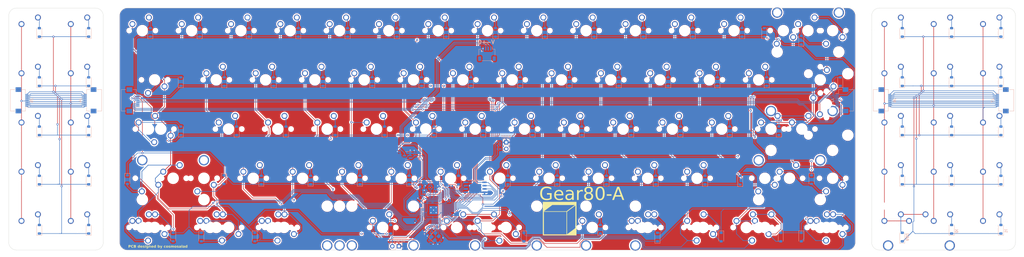
<source format=kicad_pcb>
(kicad_pcb (version 20221018) (generator pcbnew)
  (title_block (title "gear80") (company "cosmosalad"))
  (layers (0 "F.Cu" signal) (31 "B.Cu" signal) (34 "B.Paste" user) (35 "F.Paste" user) (36 "B.SilkS" user "B.Silkscreen") (37 "F.SilkS" user "F.Silkscreen") (38 "B.Mask" user) (39 "F.Mask" user) (44 "Edge.Cuts" user))
  (net 0 "")
  (net 1 "GND")
  (net 2 "Net-(BOOT1-Pad2)")
  (net 3 "+5V")
  (net 4 "+3V3")
  (net 5 "+1V1")
  (net 6 "XIN")
  (net 7 "Net-(C12-Pad2)")
  (net 8 "Net-(D1-A)")
  (net 9 "Net-(D2-A)")
  (net 10 "Net-(D3-A)")
  (net 11 "Net-(D4-A)")
  (net 12 "Net-(D5-A)")
  (net 13 "Net-(D6-A)")
  (net 14 "Net-(D7-A)")
  (net 15 "Net-(D8-A)")
  (net 16 "Net-(D9-A)")
  (net 17 "Net-(D10-A)")
  (net 18 "Net-(D11-A)")
  (net 19 "Net-(D12-A)")
  (net 20 "Net-(D13-A)")
  (net 21 "Net-(D14-A)")
  (net 22 "Net-(D15-A)")
  (net 23 "Net-(D17-A)")
  (net 24 "Net-(D18-A)")
  (net 25 "Net-(D19-A)")
  (net 26 "Net-(D20-A)")
  (net 27 "ROW0")
  (net 28 "Net-(D21-A)")
  (net 29 "ROW1")
  (net 30 "Net-(D22-A)")
  (net 31 "ROW2")
  (net 32 "Net-(D23-A)")
  (net 33 "ROW3")
  (net 34 "Net-(D24-A)")
  (net 35 "ROW4")
  (net 36 "Net-(D25-A)")
  (net 37 "COL0")
  (net 38 "Net-(D26-A)")
  (net 39 "COL1")
  (net 40 "Net-(D27-A)")
  (net 41 "COL2")
  (net 42 "Net-(D28-A)")
  (net 43 "COL3")
  (net 44 "Net-(D29-A)")
  (net 45 "COL4")
  (net 46 "Net-(D30-A)")
  (net 47 "COL5")
  (net 48 "Net-(D33-A)")
  (net 49 "COL6")
  (net 50 "Net-(D34-A)")
  (net 51 "COL7")
  (net 52 "Net-(D35-A)")
  (net 53 "COL8")
  (net 54 "Net-(D36-A)")
  (net 55 "COL9")
  (net 56 "Net-(D37-A)")
  (net 57 "COL10")
  (net 58 "Net-(D38-A)")
  (net 59 "COL12")
  (net 60 "Net-(D39-A)")
  (net 61 "COL13")
  (net 62 "Net-(D40-A)")
  (net 63 "COL14")
  (net 64 "Net-(D41-A)")
  (net 65 "COL11")
  (net 66 "Net-(D42-A)")
  (net 67 "Net-(D43-A)")
  (net 68 "Net-(D44-A)")
  (net 69 "Net-(D45-A)")
  (net 70 "Net-(D48-A)")
  (net 71 "Net-(D49-A)")
  (net 72 "Net-(D50-A)")
  (net 73 "Net-(D51-A)")
  (net 74 "Net-(D52-A)")
  (net 75 "Net-(D53-A)")
  (net 76 "Net-(D54-A)")
  (net 77 "Net-(D55-A)")
  (net 78 "Net-(D56-A)")
  (net 79 "Net-(D57-A)")
  (net 80 "Net-(D58-A)")
  (net 81 "Net-(D59-A)")
  (net 82 "Net-(D60-A)")
  (net 83 "Net-(D61-A)")
  (net 84 "Net-(D63-A)")
  (net 85 "Net-(D64-A)")
  (net 86 "Net-(D65-A)")
  (net 87 "Net-(D66-A)")
  (net 88 "Net-(D67-A)")
  (net 89 "Net-(D68-A)")
  (net 90 "Net-(D69-A)")
  (net 91 "Net-(D70-A)")
  (net 92 "Net-(D71-A)")
  (net 93 "Net-(D72-A)")
  (net 94 "Net-(R4-Pad1)")
  (net 95 "Net-(U4-USB_DP)")
  (net 96 "Net-(D16-A)")
  (net 97 "USB_D+")
  (net 98 "USB_D-")
  (net 99 "Net-(D31-A)")
  (net 100 "RESET")
  (net 101 "SWCLK")
  (net 102 "SWD")
  (net 103 "Net-(U4-USB_DM)")
  (net 104 "Net-(D32-A)")
  (net 105 "XOUT")
  (net 106 "QSPI_SS")
  (net 108 "QSPI_SD3")
  (net 109 "QSPI_SCLK")
  (net 110 "QSPI_SD0")
  (net 111 "QSPI_SD2")
  (net 112 "QSPI_SD1")
  (net 113 "Net-(D46-A)")
  (net 114 "Net-(D47-A)")
  (net 115 "Net-(D62-A)")
  (net 116 "Net-(D73-A)")
  (net 117 "Net-(D74-A)")
  (net 118 "Net-(D75-A)")
  (net 119 "Net-(D76-A)")
  (net 120 "Net-(D77-A)")
  (net 121 "Net-(D78-A)")
  (net 122 "Net-(D79-A)")
  (net 123 "Net-(D80-A)")
  (net 124 "Net-(D81-A)")
  (net 125 "Net-(D82-A)")
  (net 126 "Net-(D83-A)")
  (net 127 "Net-(D84-A)")
  (net 128 "Net-(D85-A)")
  (net 129 "Net-(D86-A)")
  (net 130 "Net-(D87-A)")
  (net 131 "Net-(D88-A)")
  (net 132 "COL15")
  (net 133 "COL16")
  (net 134 "COL17")
  (net 135 "COL19")
  (net 136 "COL18")
  (net 137 "Net-(D89-A)")
  (net 138 "Net-(D90-A)")
  (net 139 "Net-(D91-A)")
  (net 144 "ROW0_01")
  (net 145 "ROW1_01")
  (net 146 "ROW2_01")
  (net 147 "ROW3_01")
  (net 148 "ROW4_01")
  (net 149 "COL15_01")
  (net 150 "COL16_01")
  (net 151 "COL17_01")
  (net 152 "COL18_01")
  (net 153 "COL19_01")
  (net 154 "COL19_02")
  (net 155 "COL18_02")
  (net 156 "COL17_02")
  (net 157 "COL16_02")
  (net 158 "COL15_02")
  (net 159 "ROW4_02")
  (net 160 "ROW3_02")
  (net 161 "ROW2_02")
  (net 162 "ROW1_02")
  (net 163 "ROW0_02")
  (footprint "PCM_marbastlib-mx:SW_MX_1u" (layer "F.Cu") (at 333.85125 100.0125 180)
    (fp_text reference "MX72" hide)
    (fp_text value "MX_SW_solder" hide)
  )
  (footprint "PCM_marbastlib-mx:SW_MX_1u" (layer "F.Cu") (at 43.33875 61.9125)
    (fp_text reference "MX92" hide)
    (fp_text value "MX_SW_solder" hide)
  )
  (footprint "PCM_marbastlib-mx:SW_MX_1u" (layer "F.Cu") (at 286.22625 42.8625)
    (fp_text reference "MX28" hide)
    (fp_text value "MX_SW_solder" hide)
  )
  (footprint "PCM_marbastlib-mx:SW_MX_1u" (layer "F.Cu") (at 395.76375 100.0125)
    (fp_text reference "MX111" hide)
    (fp_text value "MX_SW_solder" hide)
  )
  (footprint "PCM_marbastlib-mx:STAB_MX_P_2u" (layer "F.Cu") (at 367.18875 100.0125 180)
    (fp_text reference "S10" hide)
    (fp_text value "stb")
  )
  (footprint "PCM_marbastlib-mx:SW_MX_1u" (layer "F.Cu") (at 376.71375 80.9625)
    (fp_text reference "MX107" hide)
    (fp_text value "MX_SW_solder" hide)
  )
  (footprint "PCM_marbastlib-mx:SW_MX_1.25u" (layer "F.Cu") (at 117.1575 100.0125)
    (fp_text reference "MX80" hide)
    (fp_text value "MX_SW_solder" hide)
  )
  (footprint "PCM_marbastlib-mx:SW_MX_1u" (layer "F.Cu") (at 133.82625 42.8625)
    (fp_text reference "MX20" hide)
    (fp_text value "MX_SW_solder" hide)
  )
  (footprint "PCM_marbastlib-mx:SW_MX_1u" (layer "F.Cu") (at 190.97625 42.8625)
    (fp_text reference "MX23" hide)
    (fp_text value "MX_SW_solder" hide)
  )
  (footprint "PCM_marbastlib-mx:SW_MX_1u" (layer "F.Cu") (at 207.645 100.0125 180)
    (fp_text reference "MX67" hide)
    (fp_text value "MX_SW_solder" hide)
  )
  (footprint "PCM_marbastlib-mx:SW_MX_1u" (layer "F.Cu") (at 67.15125 23.8125)
    (fp_text reference "MX1" hide)
    (fp_text value "MX_SW_solder" hide)
  )
  (footprint "PCM_marbastlib-mx:SW_MX_1.25u" (layer "F.Cu") (at 69.5325 100.0125)
    (fp_text reference "MX82" hide)
    (fp_text value "MX_SW_solder" hide)
  )
  (footprint "PCM_marbastlib-mx:SW_MX_1u" (layer "F.Cu") (at 124.30125 23.8125)
    (fp_text reference "MX4" hide)
    (fp_text value "MX_SW_solder" hide)
  )
  (footprint "PCM_marbastlib-mx:SW_MX_1u" (layer "F.Cu") (at 219.55125 23.8125)
    (fp_text reference "MX9" hide)
    (fp_text value "MX_SW_solder" hide)
  )
  (footprint "PCM_marbastlib-mx:SW_MX_1u" (layer "F.Cu") (at 395.76375 23.8125)
    (fp_text reference "MX99" hide)
    (fp_text value "MX_SW_solder" hide)
  )
  (footprint "PCM_marbastlib-mx:SW_MX_1u" (layer "F.Cu") (at 100.48875 100.0125 180)
    (fp_text reference "MX64" hide)
    (fp_text value "MX_SW_solder" hide)
  )
  (footprint "PCM_marbastlib-mx:SW_MX_1u" (layer "F.Cu") (at 367.18875 100.0125)
    (fp_text reference "MX112" hide)
    (fp_text value "MX_SW_solder" hide)
  )
  (footprint "PCM_marbastlib-mx:SW_MX_1u" (layer "F.Cu") (at 186.21375 80.9625)
    (fp_text reference "MX54" hide)
    (fp_text value "MX_SW_solder" hide)
  )
  (footprint "PCM_marbastlib-mx:SW_MX_1u" (layer "F.Cu") (at 317.1825 80.9625)
    (fp_text reference "MX62" hide)
    (fp_text value "MX_SW_solder" hide)
  )
  (footprint "PCM_marbastlib-mx:SW_MX_1u" (layer "F.Cu") (at 162.40125 23.8125)
    (fp_text reference "MX6" hide)
    (fp_text value "MX_SW_solder" hide)
  )
  (footprint "PCM_marbastlib-mx:STAB_MX_P_2.25u" (layer "F.Cu") (at 321.945 61.9125)
    (fp_text reference "S5" hide)
    (fp_text value "stb")
  )
  (footprint "PCM_marbastlib-mx:SW_MX_1.5u" (layer "F.Cu") (at 71.91375 42.8625 180)
    (fp_text reference "MX17" hide)
    (fp_text value "MX_SW_solder" hide)
  )
  (footprint "PCM_marbastlib-mx:SW_MX_1u" (layer "F.Cu") (at 200.50125 23.8125)
    (fp_text reference "MX8" hide)
    (fp_text value "MX_SW_solder" hide)
  )
  (footprint "PCM_marbastlib-mx:SW_MX_1u" (layer "F.Cu") (at 224.31375 80.9625)
    (fp_text reference "MX56" hide)
    (fp_text value "MX_SW_solder" hide)
  )
  (footprint "PCM_marbastlib-mx:SW_MX_1u" (layer "F.Cu") (at 43.33875 42.8625)
    (fp_text reference "MX90" hide)
    (fp_text value "MX_SW_solder" hide)
  )
  (footprint "PCM_marbastlib-mx:SW_MX_1u" (layer "F.Cu") (at 376.71375 61.9125)
    (fp_text reference "MX104" hide)
    (fp_text value "MX_SW_solder" hide)
  )
  (footprint "PCM_marbastlib-mx:SW_MX_1.25u" (layer "F.Cu") (at 283.845 100.0125 180)
    (fp_text reference "MX77" hide)
    (fp_text value "MX_SW_solder" hide)
  )
  (footprint "PCM_marbastlib-mx:SW_MX_1u" (layer "F.Cu") (at 267.17625 42.8625)
    (fp_text reference "MX27" hide)
    (fp_text value "MX_SW_solder" hide)
  )
  (footprint "PCM_marbastlib-mx:SW_MX_1u" (layer "F.Cu") (at 376.71375 42.8625)
    (fp_text reference "MX101" hide)
    (fp_text value "MX_SW_solder" hide)
  )
  (footprint "PCM_marbastlib-mx:SW_MX_1u" (layer "F.Cu") (at 376.71375 100.0125)
    (fp_text reference "MX110" hide)
    (fp_text value "MX_SW_solder" hide)
  )
  (footprint "PCM_marbastlib-mx:SW_MX_1u" (layer "F.Cu") (at 214.78875 61.9125)
    (fp_text reference "MX40" hide)
    (fp_text value "MX_SW_solder" hide)
  )
  (footprint "PCM_marbastlib-mx:SW_MX_1u" (layer "F.Cu") (at 95.72625 42.8625)
    (fp_text reference "MX18" hide)
    (fp_text value "MX_SW_solder" hide)
  )
  (footprint "PCM_marbastlib-mx:SW_MX_1u" (layer "F.Cu") (at 321.945 61.9125)
    (fp_text reference "MX45" hide)
    (fp_text value "MX_SW_solder" hide)
  )
  (footprint "test:qwerqwer" (layer "F.Cu") (at 228.39375 96.575)
    (fp_text reference "G***" hide)
    (fp_text value "LOGO" hide)
  )
  (footprint "PCM_marbastlib-mx:SW_MX_1u" (layer "F.Cu") (at 252.88875 61.9125)
    (fp_text reference "MX42" hide)
    (fp_text value "MX_SW_solder" hide)
  )
  (footprint "PCM_marbastlib-mx:STAB_MX_P_2u" (layer "F.Cu") (at 324.32625 23.8125)
    (fp_text reference "S7" hide)
    (fp_text value "stb" hide)
  )
  (footprint "PCM_marbastlib-mx:SW_MX_1u" (layer "F.Cu") (at 43.33875 23.8125)
    (fp_text reference "MX88" hide)
    (fp_text value "MX_SW_solder" hide)
  )
  (footprint "PCM_marbastlib-mx:SW_MX_1u" (layer "F.Cu") (at 271.93875 61.9125)
    (fp_text reference "MX43" hide)
    (fp_text value "MX_SW_solder" hide)
  )
  (footprint "PCM_marbastlib-mx:SW_MX_1u" (layer "F.Cu") (at 357.66375 61.9125)
    (fp_text reference "MX103" hide)
    (fp_text value "MX_SW_solder" hide)
  )
  (footprint "PCM_marbastlib-mx:SW_MX_1u" (layer "F.Cu") (at 238.60125 23.8125)
    (fp_text reference "MX10" hide)
    (fp_text value "MX_SW_solder" hide)
  )
  (footprint "PCM_marbastlib-mx:SW_MX_1u" (layer "F.Cu") (at 262.41375 100.0125)
    (fp_text reference "MX69" hide)
    (fp_text value "MX_SW_solder" hide)
  )
  (footprint "PCM_marbastlib-mx:SW_MX_1u" (layer "F.Cu") (at 257.65125 23.8125)
    (fp_text reference "MX11" hide)
    (fp_text value "MX_SW_solder" hide)
  )
  (footprint "PCM_marbastlib-mx:SW_MX_1u" (layer "F.Cu") (at 229.07625 42.8625)
    (fp_text reference "MX25" hide)
    (fp_text value "MX_SW_solder" hide)
  )
  (footprint "PCM_marbastlib-mx:SW_MX_1u" (layer "F.Cu") (at 138.58875 61.9125)
    (fp_text reference "MX36" hide)
    (fp_text value "MX_SW_solder" hide)
  )
  (footprint "PCM_marbastlib-mx:SW_MX_1u" (layer "F.Cu") (at 305.27625 42.8625)
    (fp_text reference "MX29" hide)
    (fp_text value "MX_SW_solder" hide)
  )
  (footprint "PCM_marbastlib-mx:SW_MX_1u" (layer "F.Cu") (at 262.41375 80.9625)
    (fp_text reference "MX58" hide)
    (fp_text value "MX_SW_solder" hide)
  )
  (footprint "PCM_marbastlib-mx:SW_MX_1.25u" (layer "F.Cu") (at 307.6575 100.0125)
    (fp_text reference "MX86" hide)
    (fp_text value "MX_SW_solder" hide)
  )
  (footprint "PCM_marbastlib-mx:STAB_MX_P_2.25u" (layer "F.Cu") (at 79.0575 80.9625)
    (fp_text reference "S1" hide)
    (fp_text value "stb")
  )
  (footprint "PCM_marbastlib-mx:SW_MX_1.25u" (layer "F.Cu") (at 260.0325 100.0125)
    (fp_text reference "MX84" hide)
    (fp_text value "MX_SW_solder" hide)
  )
  (footprint "PCM_marbastlib-mx:SW_MX_1u" (layer "F.Cu") (at 129.06375 80.9625)
    (fp_text reference "MX51" hide)
    (fp_text value "MX_SW_solder" hide)
  )
  (footprint "PCM_marbastlib-mx:STAB_MX_P_2.75u" (layer "F.Cu") (at 317.1825 80.9625)
    (fp_text reference "S6" hide)
    (fp_text value "stb")
  )
  (footprint "PCM_marbastlib-mx:SW_MX_1u" (layer "F.Cu") (at 357.66375 42.8625)
    (fp_text reference "MX100" hide)
    (fp_text value "MX_SW_solder" hide)
  )
  (footprint "PCM_marbastlib-mx:SW_MX_1u" (layer "F.Cu") (at 200.50125 100.0125)
    (fp_text reference "MX76" hide)
    (fp_text value "MX_SW_solder" hide)
  )
  (footprint "PCM_marbastlib-mx:SW_MX_1.5u" (layer "F.Cu") (at 329.08875 100.0125)
    (fp_text reference "MX79" hide)
    (fp_text value "MX_SW_solder" hide)
  )
  (footprint "PCM_marbastlib-mx:SW_MX_1u" (layer "F.Cu") (at 281.46375 100.0125)
    (fp_text reference "MX70" hide)
    (fp_text value "MX_SW_solder" hide)
  )
  (footprint "PCM_marbastlib-mx:SW_MX_1u" (layer "F.Cu") (at 167.16375 80.9625)
    (fp_text reference "MX53" hide)
    (fp_text value "MX_SW_solder" hide)
  )
  (footprint "PCM_marbastlib-mx:SW_MX_1u" (layer "F.Cu") (at 333.85125 23.8125 180)
    (fp_text reference "MX15" hide)
    (fp_text value "MX_SW_solder" hide)
  )
  (footprint "PCM_marbastlib-mx:SW_MX_1u" (layer "F.Cu") (at 114.77625 42.8625)
    (fp_text reference "MX19" hide)
    (fp_text value "MX_SW_solder" hide)
  )
  (footprint "PCM_marbastlib-mx:SW_MX_1u" (layer "F.Cu") (at 24.28875 80.9625)
    (fp_text reference "MX93" hide)
    (fp_text value "MX_SW_solder" hide)
  )
  (footprint "PCM_marbastlib-mx:SW_MX_1u" (layer "F.Cu") (at 24.28875 61.9125)
    (fp_text reference "MX91" hide)
    (fp_text value "MX_SW_solder" hide)
  )
  (footprint "PCM_marbastlib-mx:STAB_MX_P_2.75u" (layer "F.Cu") (at 160.02 100.0125 180)
    (fp_text reference "S2" hide)
    (fp_text value "stb")
  )
  (footprint "PCM_marbastlib-mx:SW_MX_1u" (layer "F.Cu") (at 395.76375 42.8625)
    (fp_text reference "MX102" hide)
    (fp_text value "MX_SW_solder" hide)
  )
  (footprint "PCM_marbastlib-mx:SW_MX_1u" (layer "F.Cu") (at 86.20125 23.8125)
    (fp_text reference "MX2" hide)
    (fp_text value "MX_SW_solder" hide)
  )
  (footprint "PCM_marbastlib-mx:STAB_MX_P_2.25u" (layer "F.Cu") (at 207.645 100.0125 180)
    (fp_text reference "S3" hide)
    (fp_text value "stb")
  )
  (footprint "PCM_marbastlib-mx:STAB_MX_P_6.25u" (layer "F.Cu") (at 188.595 100.0125 180)
    (fp_text reference "S8" hide)
    (fp_text value "stb")
  )
  (footprint "PCM_marbastlib-mx:SW_MX_1u" (layer "F.Cu") (at 43.33875 100.0125)
    (fp_text reference "MX96" hide)
    (fp_text value "MX_SW_solder" hide)
  )
  (footprint "PCM_marbastlib-mx:SW_MX_1u" (layer "F.Cu") (at 300.51375 100.0125)
    (fp_text reference "MX71" hide)
    (fp_text value "MX_SW_solder" hide)
  )
  (footprint "PCM_marbastlib-mx:SW_MX_1.25u" (layer "F.Cu") (at 93.345 100.0125)
    (fp_text reference "MX81" hide)
    (fp_text value "MX_SW_solder" hide)
  )
  (footprint "PCM_marbastlib-mx:SW_MX_1u" (layer "F.Cu") (at 233.83875 61.9125)
    (fp_text reference "MX41" hide)
    (fp_text value "MX_SW_solder" hide)
  )
  (footprint "PCM_marbastlib-mx:SW_MX_1.5u" (layer "F.Cu") (at 329.08875 42.8625 -90)
    (fp_text reference "MX30" hide)
    (fp_text value "MX_SW_solder" hide)
  )
  (footprint "PCM_marbastlib-mx:SW_MX_1u" (layer "F.Cu") (at 357.66375 80.9625)
    (fp_text reference "MX106" hide)
    (fp_text value "MX_SW_solder" hide)
  )
  (footprint "PCM_marbastlib-mx:SW_MX_1u" (layer "F.Cu") (at 188.595 100.0125)
    (fp_text reference "MX83" hide)
    (fp_text value "MX_SW_solder" hide)
  )
  (footprint "PCM_marbastlib-mx:SW_MX_1u" (layer "F.Cu") (at 119.53875 61.9125)
    (fp_text reference "MX35" hide)
    (fp_text value "MX_SW_solder" hide)
  )
  (footprint "PCM_marbastlib-mx:SW_MX_1u" (layer "F.Cu") (at 395.76375 61.9125)
    (fp_text reference "MX105" hide)
    (fp_text value "MX_SW_solder" hide)
  )
  (footprint "PCM_marbastlib-mx:SW_MX_1u" (layer "F.Cu") (at 176.68875 61.9125)
    (fp_text reference "MX38" hide)
    (fp_text value "MX_SW_solder" hide)
  )
  (footprint "PCM_marbastlib-mx:SW_MX_1.75u" (layer "F.Cu") (at 307.6575 80.9625 180)
    (fp_text reference "MX60" hide)
    (fp_text value "MX_SW_solder" hide)
  )
  (footprint "PCM_marbastlib-mx:SW_MX_1u" (layer "F.Cu") (at 243.36375 80.9625)
    (fp_text reference "MX57" hide)
    (fp_text value "MX_SW_solder" hide)
  )
  (footprint "PCM_marbastlib-mx:SW_MX_1u" (layer "F.Cu") (at 290.98875 61.9125)
    (fp_text reference "MX44" hide)
    (fp_text value "MX_SW_solder" hide)
  )
  (footprint "PCM_marbastlib-mx:SW_MX_1.75u" (layer "F.Cu") (at 74.295 61.9125 180)
    (fp_text reference "MX33" hide)
    (fp_text value "MX_SW_solder" hide)
  )
  (footprint "PCM_marbastlib-mx:SW_MX_1u" (layer "F.Cu") (at 357.66375 23.8125)
    (fp_text reference "MX97" hide)
    (fp_text value "MX_SW_solder" hide)
  )
  (footprint "PCM_marbastlib-mx:SW_MX_1u" (layer "F.Cu") (at 324.32625 23.8125)
    (fp_text reference "MX16" hide)
    (fp_text value "MX_SW_solder" hide)
  )
  (footprint "PCM_marbastlib-mx:STAB_MX_ISO" (layer "F.Cu") (at 331.47005 52.3875)
    (fp_text reference "S9" hide)
    (fp_text value "stb")
  )
  (footprint "PCM_marbastlib-mx:SW_MX_1u" (layer "F.Cu") (at 105.25125 23.8125)
    (fp_text reference "MX3" hide)
    (fp_text value "MX_SW_solder" hide)
  )
  (footprint "PCM_marbastlib-mx:SW_MX_1u" (layer "F.Cu") (at 43.33875 80.9625)
    (fp_text reference "MX94" hide)
    (fp_text value "MX_SW_solder" hide)
  )
  (footprint "PCM_marbastlib-mx:SW_MX_1u" (layer "F.Cu") (at 195.73875 61.9125)
    (fp_text reference "MX39" hide)
    (fp_text value "MX_SW_solder" hide)
  )
  (footprint "PCM_marbastlib-mx:SW_MX_1u" (layer "F.Cu") (at 79.0575 80.9625)
    (fp_text reference "MX47" hide)
    (fp_text value "MX_SW_solder" hide)
  )
  (footprint "PCM_marbastlib-mx:SW_MX_1.5u" (layer "F.Cu") (at 119.53875 100.0125)
    (fp_text reference "MX75" hide)
    (fp_text value "MX_SW_solder" hide)
  )
  (footprint "PCM_marbastlib-mx:SW_MX_1u" (layer "F.Cu") (at 205.26375 80.9625)
    (fp_text reference "MX55" hide)
    (fp_text value "MX_SW_solder" hide)
  )
  (footprint "PCM_marbastlib-mx:SW_MX_1u" (layer "F.Cu") (at 295.75125 23.8125)
    (fp_text reference "MX13" hide)
    (fp_text value "MX_SW_solder" hide)
  )
  (footprint "PCM_marbastlib-mx:SW_MX_1u" (layer "F.Cu") (at 310.03875 61.9125)
    (fp_text reference "MX46" hide)
    (fp_text value "MX_SW_solder" hide)
  )
  (footprint "PCM_marbastlib-mx:SW_MX_1.25u" (layer "F.Cu") (at 240.9825 100.0125)
    (fp_text reference "MX68" hide)
    (fp_text value "MX_SW_solder" hide)
  )
  (footprint "PCM_marbastlib-mx:SW_MX_1u" (layer "F.Cu") (at 152.87625 42.8625)
    (fp_text reference "MX21" hide)
    (fp_text value "MX_SW_solder" hide)
  )
  (footprint "PCM_marbastlib-mx:SW_MX_1.75u_STP_1.25" (layer "F.Cu") (at 69.5325 61.9125)
    (fp_text reference "MX32" hide)
    (fp_text value "MX_SW_solder" hide)
  )
  (footprint "PCM_marbastlib-mx:SW_MX_1u" (layer "F.Cu") (at 305.27625 100.0125 180)
    (fp_text reference "MX78" hide)
    (fp_text value "MX_SW_solder" hide)
  )
  (footprint "PCM_marbastlib-mx:SW_MX_1.5u" (layer "F.Cu") (at 71.91375 100.0125 180)
    (fp_text reference "MX73" hide)
    (fp_text value "MX_SW_solder" hide)
  )
  (footprint "PCM_marbastlib-mx:SW_MX_1u" (layer "F.Cu") (at 395.76375 80.9625)
    (fp_text reference "MX108" hide)
    (fp_text value "MX_SW_solder" hide)
  )
  (footprint "PCM_marbastlib-mx:STAB_MX_P_7u" (layer "F.Cu") (at 200.50125 100.0125 180)
    (fp_text reference "S4" hide)
    (fp_text value "stb")
  )
  (footprint "PCM_marbastlib-mx:SW_MX_1u" (layer "F.Cu") (at 357.66375 100.0125)
    (fp_text reference "MX109" hide)
    (fp_text value "MX_SW_solder" hide)
  )
  (footprint "PCM_marbastlib-mx:SW_MX_1.25u" (layer "F.Cu") (at 69.5325 80.9625 180)
    (fp_text reference "MX48" hide)
    (fp_text value "MX_SW_solder" hide)
  )
  (footprint "PCM_marbastlib-mx:SW_MX_1u" (layer "F.Cu") (at 181.45125 23.8125)
    (fp_text reference "MX7" hide)
    (fp_text value "MX_SW_solder" hide)
  )
  (footprint "PCM_marbastlib-mx:SW_MX_1u" (layer "F.Cu") (at 314.80125 23.8125 180)
    (fp_text reference "MX14" hide)
    (fp_text value "MX_SW_solder" hide)
  )
  (footprint "PCM_marbastlib-mx:SW_MX_1u" (layer "F.Cu") (at 160.02 100.0125)
    (fp_text reference "MX66" hide)
    (fp_text value "MX_SW_solder" hide)
  )
  (footprint "PCM_marbastlib-mx:SW_MX_1u" (layer "F.Cu") (at 143.35125 23.8125)
    (fp_text reference "MX5" hide)
    (fp_text value "MX_SW_solder" hide)
  )
  (footprint "PCM_marbastlib-mx:SW_MX_1u" (layer "F.Cu") (at 110.01375 80.9625)
    (fp_text reference "MX50" hide)
    (fp_text value "MX_SW_solder" hide)
  )
  (footprint "PCM_marbastlib-mx:SW_MX_1.25u" (layer "F.Cu") (at 331.47 100.0125)
    (fp_text reference "MX85" hide)
    (fp_text value "MX_SW_solder" hide)
  )
  (footprint "PCM_marbastlib-mx:SW_MX_1u" (layer "F.Cu") (at 333.85125 80.9625 180)
    (fp_text reference "MX61" hide)
    (fp_text value "MX_SW_solder" hide)
  )
  (footprint "PCM_marbastlib-mx:SW_MX_1u" (layer "F.Cu") (at 95.72625 100.0125)
    (fp_text reference "MX74" hide)
    (fp_text value "MX_SW_solder" hide)
  )
  (footprint "PCM_marbastlib-mx:SW_MX_1u" (layer "F.Cu") (at 248.12625 42.8625)
    (fp_text reference "MX26" hide)
    (fp_text value "MX_SW_solder" hide)
  )
  (footprint "PCM_marbastlib-mx:SW_MX_1u" (layer "F.Cu") (at 100.48875 61.9125)
    (fp_text reference "MX34" hide)
    (fp_text value "MX_SW_solder" hide)
  )
  (footprint "PCM_marbastlib-mx:SW_MX_1u" (layer "F.Cu") (at 281.46375 80.9625)
    (fp_text reference "MX59" hide)
    (fp_text value "MX_SW_solder" hide)
  )
  (footprint "PCM_marbastlib-mx:SW_MX_1u" (layer "F.Cu") (at 90.96375 80.9625 180)
    (fp_text reference "MX49" hide)
    (fp_text value "MX_SW_solder" hide)
  )
  (footprint "PCM_marbastlib-mx:SW_MX_1u" (layer "F.Cu") (at 376.71375 23.8125)
    (fp_text reference "MX98" hide)
    (fp_text value "MX_SW_solder" hide)
  )
  (footprint "PCM_marbastlib-mx:SW_MX_1u" (layer "F.Cu") (at 157.63875 61.9125)
    (fp_text reference "MX37" hide)
    (fp_text value "MX_SW_solder" hide)
  )
  (footprint "PCM_marbastlib-mx:SW_MX_1.25u" (layer "F.Cu") (at 121.92 100.0125 180)
    (fp_text reference "MX65" hide)
    (fp_text value "MX_SW_solder" hide)
  )
  (footprint "PCM_marbastlib-mx:SW_MX_1u" (layer "F.Cu") (at 148.11375 80.9625)
    (fp_text reference "MX52" hide)
    (fp_text value "MX_SW_solder" hide)
  )
  (footprint "PCM_marbastlib-mx:SW_MX_1u" (layer "F.Cu") (at 24.28875 42.8625)
    (fp_text reference "MX89" hide)
    (fp_text value "MX_SW_solder" hide)
  )
  (footprint "PCM_marbastlib-mx:SW_MX_1u" (layer "F.Cu") (at 210.02625 42.8625)
    (fp_text reference "MX24" hide)
    (fp_text value "MX_SW_solder" hide)
  )
  (footprint "PCM_marbastlib-mx:SW_MX_1u" (layer "F.Cu") (at 331.47005 52.3875 90)
    (fp_text reference "MX31" hide)
    (fp_text value "MX_SW_solder" hide)
  )
  (footprint "PCM_marbastlib-mx:SW_MX_1u" (layer "F.Cu") (at 276.70125 23.8125)
    (fp_text reference "MX12" hide)
    (fp_text value "MX_SW_solder" hide)
  )
  (footprint "PCM_marbastlib-mx:SW_MX_1u" (layer "F.Cu") (at 171.92625 42.8625)
    (fp_text reference "MX22" hide)
    (fp_text value "MX_SW_solder" hide)
  )
  (footprint "PCM_marbastlib-mx:SW_MX_1u" (layer "F.Cu") (at 67.15125 100.0125)
    (fp_text reference "MX63" hide)
    (fp_text value "MX_SW_solder" hide)
  )
  (footprint "PCM_marbastlib-mx:SW_MX_1u" (layer "F.Cu") (at 24.28875 23.8125)
    (fp_text reference "MX87" hide)
    (fp_text value "MX_SW_solder" hide)
  )
  (footprint "PCM_marbastlib-mx:SW_MX_1u" (layer "F.Cu") (at 24.28875 100.0125)
    (fp_text reference "MX95" hide)
    (fp_text value "MX_SW_solder" hide)
  )
  (footprint "Diode_SMD:D_SOD-123" (layer "B.Cu") (at 98.695 81.49375 -90)
    (fp_text reference "D49" hide)
    (fp_text value "D_Small" hide)
  )
  (footprint "Resistor_SMD:R_0402_1005Metric" (layer "B.Cu") (at 177.911336 84.521121 -90)
    (fp_text reference "R8" hide)
    (fp_text value "27" hide)
  )
  (footprint "Diode_SMD:D_SOD-123" (layer "B.Cu") (at 46.433094 24.505674 90)
    (fp_text reference "D31" hide)
    (fp_text value "D_Small")
  )
  (footprint "Diode_SMD:D_SOD-123" (layer "B.Cu") (at 379.808094 24.505674 90)
    (fp_text reference "D78" hide)
    (fp_text value "D_Small" hide)
  )
  (footprint "Resistor_SMD:R_0402_1005Metric" (layer "B.Cu") (at 204.82625 67.0475 180)
    (fp_text reference "R4" hide)
    (fp_text value "5.1k" hide)
  )
  (footprint "Resistor_SMD:R_0402_1005Metric" (layer "B.Cu") (at 163.232914 105.256138 180)
    (fp_text reference "R3" hide)
    (fp_text value "5.1k" hide)
  )
  (footprint "Diode_SMD:D_SOD-123" (layer "B.Cu") (at 136.929051 43.555674 90)
    (fp_text reference "D20" hide)
    (fp_text value "D_Small" hide)
  )
  (footprint "Diode_SMD:D_SOD-123" (layer "B.Cu") (at 214.5825 103.71875 -90)
    (fp_text reference "D67" hide)
    (fp_text value "D_Small" hide)
  )
  (footprint "Diode_SMD:D_SOD-123" (layer "B.Cu") (at 27.383094 43.555674 90)
    (fp_text reference "D32" hide)
    (fp_text value "D_Small")
  )
  (footprint "Capacitor_SMD:C_0402_1005Metric" (layer "B.Cu") (at 179.964308 85.856101 90)
    (fp_text reference "C14" hide)
    (fp_text value "100n" hide)
  )
  (footprint "Diode_SMD:D_SOD-123" (layer "B.Cu") (at 398.858094 43.555674 90)
    (fp_text reference "D82" hide)
    (fp_text value "D_Small" hide)
  )
  (footprint "Connector_PinSocket_2.54mm:PinSocket_1x02_P2.54mm_Vertical" (layer "B.Cu") (at 207.75625 67.0475 180)
    (fp_text reference "BOOT1" hide)
    (fp_text value "SW_Push" hide)
  )
  (footprint "Capacitor_SMD:C_0402_1005Metric" (layer "B.Cu") (at 178.268381 105.402991 135)
    (fp_text reference "C12" hide)
    (fp_text value "22p" hide)
  )
  (footprint "Diode_SMD:D_SOD-123" (layer "B.Cu") (at 117.879051 43.555674 90)
    (fp_text reference "D19" hide)
    (fp_text value "D_Small" hide)
  )
  (footprint "Diode_SMD:D_SOD-123" (layer "B.Cu") (at 325.7075 81.49375 -90)
    (fp_text reference "D61" hide)
    (fp_text value "D_Small" hide)
  )
  (footprint "Diode_SMD:D_SOD-123" (layer "B.Cu") (at 110.60125 103.71875 -90)
    (fp_text reference "D65" hide)
    (fp_text value "D_Small" hide)
  )
  (footprint "Connector_FFC-FPC:Hirose_FH12-10S-0.5SH_1x10-1MP_P0.50mm_Horizontal" (layer "B.Cu") (at 46.91875 50.7875 -90)
    (fp_text reference "J4")
    (fp_text value "Conn_01x10_Pin")
  )
  (footprint "Capacitor_SMD:C_0402_1005Metric" (layer "B.Cu") (at 175.598854 87.11169 90)
    (fp_text reference "C16" hide)
    (fp_text value "100n" hide)
  )
  (footprint "Capacitor_SMD:C_0402_1005Metric" (layer "B.Cu") (at 185.750612 89.889259)
    (fp_text reference "C8" hide)
    (fp_text value "100n" hide)
  )
  (footprint "Diode_SMD:D_SOD-123" (layer "B.Cu") (at 163.122801 100.705674 90)
    (fp_text reference "D66" hide)
    (fp_text value "D_Small" hide)
  )
  (footprint "Diode_SMD:D_SOD-123" (layer "B.Cu") (at 70.254051 24.505674 90)
    (fp_text reference "D1" hide)
    (fp_text value "D_Small" hide)
  )
  (footprint "Connector_JST:JST_SH_SM04B-SRSS-TB_1x04-1MP_P1.00mm_Horizontal" (layer "B.Cu") (at 200.295 32.7875 180)
    (fp_text reference "J1")
    (fp_text value "Conn_01x04")
  )
  (footprint "Diode_SMD:D_SOD-123" (layer "B.Cu") (at 208.366551 81.655674 90)
    (fp_text reference "D55" hide)
    (fp_text value "D_Small" hide)
  )
  (footprint "Diode_SMD:D_SOD-123" (layer "B.Cu") (at 289.329051 43.555674 90)
    (fp_text reference "D28" hide)
    (fp_text value "D_Small" hide)
  )
  (footprint "Connector_FFC-FPC:Hirose_FH12-10S-0.5SH_1x10-1MP_P0.50mm_Horizontal" (layer "B.Cu") (at 354.08375 50.7875 90)
    (fp_text reference "J6")
    (fp_text value "Conn_01x10_Pin")
  )
  (footprint "Capacitor_SMD:C_0402_1005Metric" (layer "B.Cu") (at 186.421846 94.94757 -45)
    (fp_text reference "C7" hide)
    (fp_text value "100n" hide)
  )
  (footprint "Diode_SMD:D_SOD-123" (layer "B.Cu") (at 246.466551 81.655674 90)
    (fp_text reference "D57" hide)
    (fp_text value "D_Small" hide)
  )
  (footprint "Diode_SMD:D_SOD-123" (layer "B.Cu") (at 141.691551 62.605674 90)
    (fp_text reference "D36" hide)
    (fp_text value "D_Small" hide)
  )
  (footprint "Diode_SMD:D_SOD-123" (layer "B.Cu") (at 165.504051 24.505674 90)
    (fp_text reference "D6" hide)
    (fp_text value "D_Small" hide)
  )
  (footprint "Diode_SMD:D_SOD-123" (layer "B.Cu") (at 175.029051 43.555674 90)
    (fp_text reference "D22" hide)
    (fp_text value "D_Small" hide)
  )
  (footprint "Diode_SMD:D_SOD-123" (layer "B.Cu") (at 307.45125 24.505674 90)
    (fp_text reference "D14" hide)
    (fp_text value "D_Small" hide)
  )
  (footprint "Diode_SMD:D_SOD-123" (layer "B.Cu") (at 213.129051 43.555674 90)
    (fp_text reference "D24" hide)
    (fp_text value "D_Small" hide)
  )
  (footprint "Diode_SMD:D_SOD-123" (layer "B.Cu") (at 255.991551 62.605674 90)
    (fp_text reference "D42" hide)
    (fp_text value "D_Small" hide)
  )
  (footprint "Diode_SMD:D_SOD-123" (layer "B.Cu") (at 265.516551 81.655674 90)
    (fp_text reference "D58" hide)
    (fp_text value "D_Small" hide)
  )
  (footprint "Diode_SMD:D_SOD-123" (layer "B.Cu") (at 260.754051 24.505674 90)
    (fp_text reference "D11" hide)
    (fp_text value "D_Small" hide)
  )
  (footprint "Diode_SMD:D_SOD-123" (layer "B.Cu") (at 189.316551 81.655674 90)
    (fp_text reference "D54" hide)
    (fp_text value "D_Small" hide)
  )
  (footprint "Diode_SMD:D_SOD-123" (layer "B.Cu") (at 360.758094 103.71875 90)
    (fp_text reference "D89")
    (fp_text value "D_Small")
  )
  (footprint "Connector_PinSocket_2.54mm:PinSocket_1x02_P2.54mm_Vertical" (layer "B.Cu") (at 166.2875 107.2875 90)
    (fp_text reference "RESET1" hide)
    (fp_text value "SW_Push" hide)
  )
  (footprint "Capacitor_SMD:C_0402_1005Metric" (layer "B.Cu") (at 180.98505 85.859071 90)
    (fp_text reference "C13" hide)
    (fp_text value "100n" hide)
  )
  (footprint "Capacitor_SMD:C_0402_1005Metric" (layer "B.Cu") (at 178.104625 100.427895 -90)
    (fp_text reference "C15" hide)
    (fp_text value "100n" hide)
  )
  (footprint "Capacitor_SMD:C_0402_1005Metric" (layer "B.Cu") (at 173.420822 97.198521 -135)
    (fp_text reference "C9" hide)
    (fp_text value "100n" hide)
  )
  (footprint "Diode_SMD:D_SOD-123" (layer "B.Cu") (at 217.891551 62.605674 90)
    (fp_text reference "D40" hide)
    (fp_text value "D_Small" hide)
  )
  (footprint "Diode_SMD:D_SOD-123" (layer "B.Cu") (at 132.166551 81.655674 90)
    (fp_text reference "D51" hide)
    (fp_text value "D_Small" hide)
  )
  (footprint "Diode_SMD:D_SOD-123" (layer "B.Cu") (at 398.858094 81.655674 90)
    (fp_text reference "D88" hide)
    (fp_text value "D_Small")
  )
  (footprint "Diode_SMD:D_SOD-123" (layer "B.Cu") (at 275.041551 62.605674 90)
    (fp_text reference "D43" hide)
    (fp_text value "D_Small" hide)
  )
  (footprint "Package_TO_SOT_SMD:SOT-23-3" (layer "B.Cu") (at 169.545 72.23125 180)
    (fp_text reference "U1" hide)
    (fp_text value "XC6206P332MR")
  )
  (footprint "Diode_SMD:D_SOD-123" (layer "B.Cu") (at 46.433094 81.655674 90)
    (fp_text reference "D74" hide)
    (fp_text value "D_Small")
  )
  (footprint "Diode_SMD:D_SOD-123" (layer "B.Cu") (at 108.354051 24.505674 90)
    (fp_text reference "D3" hide)
    (fp_text value "D_Small" hide)
  )
  (footprint "Diode_SMD:D_SOD-123" (layer "B.Cu") (at 398.858094 100.705674 90)
    (fp_text reference "D91")
    (fp_text value "D_Small")
  )
  (footprint "Diode_SMD:D_SOD-123" (layer "B.Cu") (at 113.116551 81.655674 90)
    (fp_text reference "D50" hide)
    (fp_text value "D_Small" hide)
  )
  (footprint "Capacitor_SMD:C_0402_1005Metric" (layer "B.Cu") (at 176.561585 101.501137 -90)
    (fp_text reference "C4" hide)
    (fp_text value "100n" hide)
  )
  (footprint "Diode_SMD:D_SOD-123" (layer "B.Cu") (at 313.80125 103.71875 -90)
    (fp_text reference "D71" hide)
    (fp_text value "D_Small" hide)
  )
  (footprint "Diode_SMD:D_SOD-123" (layer "B.Cu") (at 290.7825 103.71875 -90)
    (fp_text reference "D70" hide)
    (fp_text value "D_Small" hide)
  )
  (footprint "Diode_SMD:D_SOD-123" (layer "B.Cu") (at 98.829051 43.555674 90)
    (fp_text reference "D18" hide)
    (fp_text value "D_Small" hide)
  )
  (footprint "Diode_SMD:D_SOD-123" (layer "B.Cu") (at 251.229051 43.555674 90)
    (fp_text reference "D26" hide)
    (fp_text value "D_Small" hide)
  )
  (footprint "Connector_FFC-FPC:Hirose_FH12-10S-0.5SH_1x10-1MP_P0.50mm_Horizontal" (layer "B.Cu") (at 399.34375 50.7875 -90)
    (fp_text reference "J7")
    (fp_text value "Conn_01x10_Pin")
  )
  (footprint "Capacitor_SMD:C_0402_1005Metric" (layer "B.Cu") (at 166.731598 70.33 -90)
    (fp_text reference "C1" hide)
    (fp_text value "1u" hide)
  )
  (footprint "Diode_SMD:D_SOD-123" (layer "B.Cu") (at 46.433094 62.605674 90)
    (fp_text reference "D62" hide)
    (fp_text value "D_Small")
  )
  (footprint "Diode_SMD:D_SOD-123" (layer "B.Cu") (at 27.383094 100.705674 90)
    (fp_text reference "D75" hide)
    (fp_text value "D_Small")
  )
  (footprint "Diode_SMD:D_SOD-123" (layer "B.Cu") (at 27.383094 81.655674 90)
    (fp_text reference "D73" hide)
    (fp_text value "D_Small")
  )
  (footprint "Diode_SMD:D_SOD-123" (layer "B.Cu") (at 236.941551 62.605674 90)
    (fp_text reference "D41" hide)
    (fp_text value "D_Small" hide)
  )
  (footprint "Diode_SMD:D_SOD-123" (layer "B.Cu") (at 379.808094 100.705674 90)
    (fp_text reference "D90")
    (fp_text value "D_Small")
  )
  (footprint "Diode_SMD:D_SOD-123" (layer "B.Cu") (at 155.979051 43.555674 90)
    (fp_text reference "D21" hide)
    (fp_text value "D_Small" hide)
  )
  (footprint "Diode_SMD:D_SOD-123" (layer "B.Cu") (at 122.641551 62.605674 90)
    (fp_text reference "D35" hide)
    (fp_text value "D_Small" hide)
  )
  (footprint "Diode_SMD:D_SOD-123" (layer "B.Cu") (at 179.791551 62.605674 90)
    (fp_text reference "D38" hide)
    (fp_text value "D_Small" hide)
  )
  (footprint "Diode_SMD:D_SOD-123" (layer "B.Cu") (at 398.858094 24.505674 90)
    (fp_text reference "D79" hide)
    (fp_text value "D_Small" hide)
  )
  (footprint "Connector_FFC-FPC:Hirose_FH12-10S-0.5SH_1x10-1MP_P0.50mm_Horizontal" (layer "B.Cu") (at 337.43125 50.7875 -90)
    (fp_text reference "J3")
    (fp_text value "Conn_01x10_Pin")
  )
  (footprint "Diode_SMD:D_SOD-123" (layer "B.Cu") (at 321.73875 103.71875 -90)
    (fp_text reference "D72" hide)
    (fp_text value "D_Small" hide)
  )
  (footprint "Diode_SMD:D_SOD-123" (layer "B.Cu") (at 203.604051 24.505674 90)
    (fp_text reference "D8" hide)
    (fp_text value "D_Small" hide)
  )
  (footprint "Diode_SMD:D_SOD-123" (layer "B.Cu") (at 194.079051 43.555674 90)
    (fp_text reference "D23" hide)
    (fp_text value "D_Small" hide)
  )
  (footprint "Diode_SMD:D_SOD-123" (layer "B.Cu") (at 360.758094 81.655674 90)
    (fp_text reference "D86" hide)
    (fp_text value "D_Small")
  )
  (footprint "Capacitor_SMD:C_0402_1005Metric" (layer "B.Cu") (at 176.630654 87.105926 90)
    (fp_text reference "C3" hide)
    (fp_text value "1u" hide)
  )
  (footprint "Diode_SMD:D_SOD-123" (layer "B.Cu") (at 398.858094 62.605674 90)
    (fp_text reference "D85" hide)
    (fp_text value "D_Small")
  )
  (footprint "Diode_SMD:D_SOD-123" (layer "B.Cu") (at 46.433094 100.705674 90)
    (fp_text reference "D76" hide)
    (fp_text value "D_Small")
  )
  (footprint "Capacitor_SMD:C_0402_1005Metric" (layer "B.Cu") (at 172.349549 71.737712 90)
    (fp_text reference "C2" hide)
    (fp_text value "1u" hide)
  )
  (footprint "Diode_SMD:D_SOD-123" (layer "B.Cu") (at 146.454051 24.505674 90)
    (fp_text reference "D5" hide)
    (fp_text value "D_Small" hide)
  )
  (footprint "Connector_FFC-FPC:Hirose_FH12-10S-0.5SH_1x10-1MP_P0.50mm_Horizontal" (layer "B.Cu") (at 20.70875 50.7875 90)
    (fp_text reference "J5")
    (fp_text value "Conn_01x10_Pin")
  )
  (footprint "Resistor_SMD:R_0402_1005Metric" (layer "B.Cu") (at 204.82625 69.6475 180)
    (fp_text reference "R6" hide)
    (fp_text value "1k" hide)
  )
  (footprint "Diode_SMD:D_SOD-123" (layer "B.Cu") (at 82.02625 62.605674 90)
    (fp_text reference "D33" hide)
    (fp_text value "D_Small" hide)
  )
  (footprint "Diode_SMD:D_SOD-123" (layer "B.Cu") (at 82.02625 43.555674 90)
    (fp_text reference "D17" hide)
    (fp_text value "D_Small" hide)
  )
  (footprint "Diode_SMD:D_SOD-123" (layer "B.Cu") (at 27.383094 24.505674 90)
    (fp_text reference "D16" hide)
    (fp_text value "D_Small")
  )
  (footprint "Diode_SMD:D_SOD-123" (layer "B.Cu") (at 198.841551 62.605674 90)
    (fp_text reference "D39" hide)
    (fp_text value "D_Small" hide)
  )
  (footprint "Diode_SMD:D_SOD-123" (layer "B.Cu") (at 360.758094 43.555674 90)
    (fp_text reference "D80" hide)
    (fp_text value "D_Small")
  )
  (footprint "Diode_SMD:D_SOD-123" (layer "B.Cu") (at 379.808094 62.605674 90)
    (fp_text reference "D84" hide)
    (fp_text value "D_Small")
  )
  (footprint "Diode_SMD:D_SOD-123" (layer "B.Cu") (at 160.741551 62.605674 90)
    (fp_text reference "D37" hide)
    (fp_text value "D_Small" hide)
  )
  (footprint "Diode_SMD:D_SOD-123" (layer "B.Cu") (at 298.1325 81.75625 90)
    (fp_text reference "D60" hide)
    (fp_text value "D_Small" hide)
  )
  (footprint "Diode_SMD:D_SOD-123" (layer "B.Cu") (at 298.854051 24.505674 90)
    (fp_text reference "D13" hide)
    (fp_text value "D_Small" hide)
  )
  (footprint "Diode_SMD:D_SOD-123" (layer "B.Cu") (at 89.304051 24.505674 90)
    (fp_text reference "D2" hide)
    (fp_text value "D_Small" hide)
  )
  (footprint "Package_DFN_QFN:QFN-56-1EP_7x7mm_P0.4mm_EP3.2x3.2mm" (layer "B.Cu") (at 179.661901 93.290462 180)
    (fp_text reference "U4" hide)
    (fp_text value "RP2040")
  )
  (footprint "Crystal:Crystal_SMD_3225-4Pin_3.2x2.5mm" (layer "B.Cu") (at 180.26461 103.552827 45)
    (fp_text reference "Y1" hide)
    (fp_text value "X322512MSB4SI" hide)
  )
  (footprint "Resistor_SMD:R_0402_1005Metric" (layer "B.Cu") (at 204.82625 68.2475)
    (fp_text reference "R5" hide)
    (fp_text value "5.1k" hide)
  )
  (footprint "Connector_FFC-FPC:Hirose_FH12-10S-0.5SH_1x10-1MP_P0.50mm_Horizontal" (layer "B.Cu") (at 63.57125 50.7875 90)
    (fp_text reference "J2")
    (fp_text value "Conn_01x10_Pin")
  )
  (footprint "Diode_SMD:D_SOD-123" (layer "B.Cu") (at 244.085301 100.705674 90)
    (fp_text reference "D68" hide)
    (fp_text value "D_Small" hide)
  )
  (footprint "Diode_SMD:D_SOD-123" (layer "B.Cu") (at 232.179051 43.555674 90)
    (fp_text reference "D25" hide)
    (fp_text value "D_Small" hide)
  )
  (footprint "Diode_SMD:D_SOD-123" (layer "B.Cu") (at 46.433094 43.555674 90)
    (fp_text reference "D46" hide)
    (fp_text value "D_Small")
  )
  (footprint "Diode_SMD:D_SOD-123" (layer "B.Cu") (at 284.566551 81.655674 90)
    (fp_text reference "D59" hide)
    (fp_text value "D_Small" hide)
  )
  (footprint "Diode_SMD:D_SOD-123" (layer "B.Cu") (at 379.808094 81.655674 90)
    (fp_text reference "D87" hide)
    (fp_text value "D_Small")
  )
  (footprint "Diode_SMD:D_SOD-123" (layer "B.Cu") (at 308.379051 43.555674 90)
    (fp_text reference "D29" hide)
    (fp_text value "D_Small" hide)
  )
  (footprint "Capacitor_SMD:C_0603_1608Metric" (layer "B.Cu") (at 175.278259 84.246987)
    (fp_text reference "C5" hide)
    (fp_text value "10u" hide)
  )
  (footprint "Package_SO:SOIC-8_5.23x5.23mm_P1.27mm" (layer "B.Cu") (at 195.757734 84.456311 180)
    (fp_text reference "U3" hide)
    (fp_text value "W25Q128JVSIQ")
  )
  (footprint "Diode_SMD:D_SOD-123" (layer "B.Cu") (at 336.82 43.555674 90)
    (fp_text reference "D30" hide)
    (fp_text value "D_Small" hide)
  )
  (footprint "Diode_SMD:D_SOD-123" (layer "B.Cu") (at 103.591551 62.605674 90)
    (fp_text reference "D34" hide)
    (fp_text value "D_Small" hide)
  )
  (footprint "Capacitor_SMD:C_0402_1005Metric" (layer "B.Cu") (at 174.41875 89.43125 135)
    (fp_text reference "C6" hide)
    (fp_text value "1u" hide)
  )
  (footprint "Diode_SMD:D_SOD-123" (layer "B.Cu") (at 321.73875 27.51875 90)
    (fp_text reference "D15" hide)
    (fp_text value "D_Small" hide)
  )
  (footprint "Resistor_SMD:R_0402_1005Metric" (layer "B.Cu") (at 178.782263 101.840953 45)
    (fp_text reference "R9" hide)
    (fp_text value "1k" hide)
  )
  (footprint "Diode_SMD:D_SOD-123" (layer "B.Cu") (at 270.279051 43.555674 90)
    (fp_text reference "D27" hide)
    (fp_text value "D_Small" hide)
  )
  (footprint "Diode_SMD:D_SOD-123" (layer "B.Cu") (at 222.654051 24.505674 90)
    (fp_text reference "D9" hide)
    (fp_text value "D_Small" hide)
  )
  (footprint "Diode_SMD:D_SOD-123" (layer "B.Cu") (at 170.266551 81.655674 90)
    (fp_text reference "D53" hide)
    (fp_text value "D_Small" hide)
  )
  (footprint "Diode_SMD:D_SOD-123" (layer "B.Cu") (at 127.404051 24.505674 90)
    (fp_text reference "D4" hide)
    (fp_text value "D_Small" hide)
  )
  (footprint "Diode_SMD:D_SOD-123" (layer "B.Cu") (at 279.804051 24.505674 90)
    (fp_text reference "D12" hide)
    (fp_text value "D_Small" hide)
  )
  (footprint "Diode_SMD:D_SOD-123" (layer "B.Cu") (at 379.808094 43.555674 90)
    (fp_text reference "D81" hide)
    (fp_text value "D_Small" hide)
  )
  (footprint "Diode_SMD:D_SOD-123" (layer "B.Cu") (at 89.96375 103.71875 -90)
    (fp_text reference "D64" hide)
    (fp_text value "D_Small" hide)
  )
  (footprint "Capacitor_SMD:C_0402_1005Metric" (layer "B.Cu") (at 182.314154 105.280109 45)
    (fp_text reference "C11" hide)
    (fp_text value "22p")
  )
  (footprint "Diode_SMD:D_SOD-123" (layer "B.Cu") (at 360.758094 24.505674 90)
    (fp_text reference "D77" hide)
    (fp_text value "D_Small" hide)
  )
  (footprint "Diode_SMD:D_SOD-123" (layer "B.Cu") (at 79.0575 103.71875 -90)
    (fp_text reference "D63" hide)
    (fp_text value "D_Small" hide)
  )
  (footprint "Resistor_SMD:R_0402_1005Metric" (layer "B.Cu") (at 178.962854 84.52625 -90)
    (fp_text reference "R7" hide)
    (fp_text value "27" hide)
  )
  (footprint "Diode_SMD:D_SOD-123" (layer "B.Cu") (at 27.383094 62.605674 90)
    (fp_text reference "D47" hide)
    (fp_text value "D_Small")
  )
  (footprint "Diode_SMD:D_SOD-123" (layer "B.Cu") (at 241.704051 24.505674 90)
    (fp_text reference "D10" hide)
    (fp_text value "D_Small" hide)
  )
  (footprint "Diode_SMD:D_SOD-123" (layer "B.Cu") (at 266.17625 103.71875 90)
    (fp_text reference "D69" hide)
    (fp_text value "D_Small" hide)
  )
  (footprint "Capacitor_SMD:C_0402_1005Metric" (layer "B.Cu") (at 186.426476 83.937947 180)
    (fp_text reference "C10" hide)
    (fp_text value "1u" hide)
  )
  (footprint "Diode_SMD:D_SOD-123" (layer "B.Cu") (at 313.109059 62.611217 90)
    (fp_text reference "D45" hide)
    (fp_text value "D_Small" hide)
  )
  (footprint "Diode_SMD:D_SOD-123" (layer "B.Cu") (at 227.416551 81.655674 90)
    (fp_text reference "D56" hide)
    (fp_text value "D_Small" hide)
  )
  (footprint "Diode_SMD:D_SOD-123" (layer "B.Cu") (at 151.216551 81.655674 90)
    (fp_text reference "D52" hide)
    (fp_text value "D_Small" hide)
  )
  (footprint "Diode_SMD:D_SOD-123" (layer "B.Cu") (at 360.758094 62.605674 90)
    (fp_text reference "D83" hide)
    (fp_text value "D_Small")
  )
  (footprint "Diode_SMD:D_SOD-123" (layer "B.Cu") (at 294.091551 62.605674 90)
    (fp_text reference "D44" hide)
    (fp_text value "D_Small" hide)
  )
  (footprint "Diode_SMD:D_SOD-123" (layer "B.Cu") (at 184.554051 24.505674 90)
    (fp_text reference "D7" hide)
    (fp_text value "D_Small" hide)
  )
  (footprint "Diode_SMD:D_SOD-123" (layer "B.Cu") (at 61.38875 81.49375 -90)
    (fp_text reference "D48" hide)
    (fp_text value "D_Small" hide)
  )
  (gr_line (start 348.9325 57.68125) (end 348.9325 23.55) (stroke (width 0.1)) (layer "Edge.Cuts"))
  (gr_line (start 351.9325 15.08125) (end 401.495 15.08125) (stroke (width 0.1)) (layer "Edge.Cuts"))
  (gr_line (start 52.07 28.3125) (end 52.07 57.68125) (stroke (width 0.1)) (layer "Edge.Cuts"))
  (gr_line (start 342.5825 23.55) (end 342.5825 57.68125) (stroke (width 0.1)) (layer "Edge.Cuts"))
  (gr_arc (start 58.42 18.08125) (mid 59.29868 15.95993) (end 61.42 15.08125) (stroke (width 0.1)) (layer "Edge.Cuts"))
  (gr_arc (start 15.5575 18.08125) (mid 16.43618 15.95993) (end 18.5575 15.08125) (stroke (width 0.1)) (layer "Edge.Cuts"))
  (gr_line (start 58.42 57.68125) (end 58.42 75.9375) (stroke (width 0.1)) (layer "Edge.Cuts"))
  (gr_arc (start 52.07 105.74375) (mid 51.19132 107.86507) (end 49.07 108.74375) (stroke (width 0.1)) (layer "Edge.Cuts"))
  (gr_arc (start 339.5825 15.08125) (mid 341.703806 15.959944) (end 342.5825 18.08125) (stroke (width 0.1)) (layer "Edge.Cuts"))
  (gr_line (start 52.07 28.3125) (end 52.07 18.08125) (stroke (width 0.1)) (layer "Edge.Cuts"))
  (gr_line (start 58.42 57.68125) (end 58.42 28.3125) (stroke (width 0.1)) (layer "Edge.Cuts"))
  (gr_line (start 348.9325 57.68125) (end 348.9325 80.7) (stroke (width 0.1)) (layer "Edge.Cuts"))
  (gr_line (start 348.9325 100.54375) (end 348.9325 105.74375) (stroke (width 0.1)) (layer "Edge.Cuts"))
  (gr_line (start 58.42 18.08125) (end 58.42 28.3125) (stroke (width 0.1)) (layer "Edge.Cuts"))
  (gr_line (start 58.42 75.9375) (end 58.42 100.54375) (stroke (width 0.1)) (layer "Edge.Cuts"))
  (gr_line (start 18.5575 15.08125) (end 49.07 15.08125) (stroke (width 0.1)) (layer "Edge.Cuts"))
  (gr_line (start 342.5825 100.54375) (end 342.5825 105.74375) (stroke (width 0.1)) (layer "Edge.Cuts"))
  (gr_line (start 61.42 15.08125) (end 339.5825 15.08125) (stroke (width 0.1)) (layer "Edge.Cuts"))
  (gr_line (start 15.5575 105.74375) (end 15.5575 18.08125) (stroke (width 0.1)) (layer "Edge.Cuts"))
  (gr_line (start 339.5825 108.74375) (end 61.42 108.74375) (stroke (width 0.1)) (layer "Edge.Cuts"))
  (gr_line (start 49.07 108.74375) (end 18.5575 108.74375) (stroke (width 0.1)) (layer "Edge.Cuts"))
  (gr_arc (start 18.5575 108.74375) (mid 16.43618 107.86507) (end 15.5575 105.74375) (stroke (width 0.1)) (layer "Edge.Cuts"))
  (gr_arc (start 401.495 15.08125) (mid 403.616306 15.959944) (end 404.495 18.08125) (stroke (width 0.1)) (layer "Edge.Cuts"))
  (gr_line (start 342.5825 18.08125) (end 342.5825 23.55) (stroke (width 0.1)) (layer "Edge.Cuts"))
  (gr_line (start 342.5825 80.7) (end 342.5825 57.68125) (stroke (width 0.1)) (layer "Edge.Cuts"))
  (gr_arc (start 49.07 15.08125) (mid 51.19132 15.95993) (end 52.07 18.08125) (stroke (width 0.1)) (layer "Edge.Cuts"))
  (gr_arc (start 404.495 105.74375) (mid 403.616306 107.865056) (end 401.495 108.74375) (stroke (width 0.1)) (layer "Edge.Cuts"))
  (gr_line (start 52.07 80.7) (end 52.07 100.54375) (stroke (width 0.1)) (layer "Edge.Cuts"))
  (gr_line (start 348.9325 80.7) (end 348.9325 100.54375) (stroke (width 0.1)) (layer "Edge.Cuts"))
  (gr_line (start 401.495 108.74375) (end 351.9325 108.74375) (stroke (width 0.1)) (layer "Edge.Cuts"))
  (gr_arc (start 61.42 108.74375) (mid 59.29868 107.86507) (end 58.42 105.74375) (stroke (width 0.1)) (layer "Edge.Cuts"))
  (gr_line (start 52.07 105.74375) (end 52.07 100.54375) (stroke (width 0.1)) (layer "Edge.Cuts"))
  (gr_line (start 52.07 57.68125) (end 52.07 80.7) (stroke (width 0.1)) (layer "Edge.Cuts"))
  (gr_line (start 58.42 100.54375) (end 58.42 105.74375) (stroke (width 0.1)) (layer "Edge.Cuts"))
  (gr_arc (start 342.5825 105.74375) (mid 341.703806 107.865056) (end 339.5825 108.74375) (stroke (width 0.1)) (layer "Edge.Cuts"))
  (gr_arc (start 351.9325 108.74375) (mid 349.811194 107.865056) (end 348.9325 105.74375) (stroke (width 0.1)) (layer "Edge.Cuts"))
  (gr_line (start 404.495 18.08125) (end 404.495 105.74375) (stroke (width 0.1)) (layer "Edge.Cuts"))
  (gr_line (start 348.9325 18.08125) (end 348.9325 23.55) (stroke (width 0.1)) (layer "Edge.Cuts"))
  (gr_arc (start 348.9325 18.08125) (mid 349.811194 15.959944) (end 351.9325 15.08125) (stroke (width 0.1)) (layer "Edge.Cuts"))
  (gr_line (start 342.5825 100.54375) (end 342.5825 80.7) (stroke (width 0.1)) (layer "Edge.Cuts"))
  (gr_text "BOOT" (at 207.6875 64.9875) (layer "B.SilkS") (effects (font (size 1 1)) (justify mirror)))
  (gr_text "RESET" (at 166.4875 105.2875) (layer "B.SilkS") (effects (font (size 1 1)) (justify mirror)))
  (gr_text "V-+G" (at 203.47 29.10625) (layer "B.SilkS") (effects (font (size 1.5 1.5) (thickness 0.3) bold) (justify left bottom mirror)))
  (gr_text "Gear80-A" (at 220.45625 90.225) (layer "F.SilkS") (effects (font (size 5 5) (thickness 0.5)) (justify left bottom)))
  (gr_text "PCB designed by cosmosalad" (at 61.70625 108) (layer "F.SilkS") (effects (font (size 1 1) (thickness 0.25) bold) (justify left bottom)))
  (segment (start 170.758127 70.189802) (end 170.655522 70.087197) (width 0.25) (layer "F.Cu") (net 1))
  (segment (start 177.245821 105.218132) (end 178.526859 106.49917) (width 0.2) (layer "F.Cu") (net 1))
  (segment (start 170.124634 70.618085) (end 170.655522 70.087197) (width 0.25) (layer "F.Cu") (net 1))
  (segment (start 172.194276 70.189802) (end 170.758127 70.189802) (width 0.25) (layer "F.Cu") (net 1))
  (segment (start 183.353065 105.253286) (end 182.091792 106.514559) (width 0.2) (layer "F.Cu") (net 1))
  (segment (start 181.29924 106.514559) (end 179.545002 106.514559) (width 0.2) (layer "F.Cu") (net 1))
  (segment (start 178.526859 106.49917) (end 179.529613 106.49917) (width 0.2) (layer "F.Cu") (net 1))
  (segment (start 177.245821 103.049742) (end 179.716823 100.57874) (width 0.2) (layer "F.Cu") (net 1))
  (segment (start 187.419535 90.216054) (end 186.014895 88.811414) (width 0.2) (layer "F.Cu") (net 1))
  (segment (start 180.667484 100.57874) (end 179.716823 100.57874) (width 0.2) (layer "F.Cu") (net 1))
  (segment (start 177.245821 103.321352) (end 177.245821 105.218132) (width 0.2) (layer "F.Cu") (net 1))
  (segment (start 187.419535 95.08175) (end 187.419535 90.216054) (width 0.2) (layer "F.Cu") (net 1))
  (segment (start 179.545002 106.514559) (end 179.529613 106.49917) (width 0.2) (layer "F.Cu") (net 1))
  (segment (start 183.353065 104.023483) (end 183.353065 105.253286) (width 0.2) (layer "F.Cu") (net 1))
  (segment (start 165.681332 70.618085) (end 170.124634 70.618085) (width 0.25) (layer "F.Cu") (net 1))
  (segment (start 183.353065 104.023483) (end 183.353065 103.264321) (width 0.2) (layer "F.Cu") (net 1))
  (segment (start 183.353065 103.264321) (end 180.667484 100.57874) (width 0.2) (layer "F.Cu") (net 1))
  (segment (start 177.245821 103.321352) (end 177.245821 103.049742) (width 0.2) (layer "F.Cu") (net 1))
  (segment (start 182.091792 106.514559) (end 181.29924 106.514559) (width 0.2) (layer "F.Cu") (net 1))
  (via (at 181.29924 106.514559) (size 0.8) (drill 0.4) (layers "F.Cu" "B.Cu") (net 1))
  (via (at 179.529613 106.49917) (size 0.8) (drill 0.4) (layers "F.Cu" "B.Cu") (net 1))
  (via (at 179.661901 93.290462) (size 0.8) (drill 0.4) (layers "F.Cu" "B.Cu") (net 1))
  (via (at 193.557234 83.866741) (size 0.8) (drill 0.4) (layers "F.Cu" "B.Cu") (net 1))
  (via (at 172.51375 98.1625) (size 0.8) (drill 0.4) (layers "F.Cu" "B.Cu") (net 1))
  (via (at 186.014895 88.811414) (size 0.8) (drill 0.4) (layers "F.Cu" "B.Cu") (net 1))
  (via (at 179.716823 100.57874) (size 0.8) (drill 0.4) (layers "F.Cu" "B.Cu") (net 1))
  (via (at 181.245 83.875) (size 0.8) (drill 0.4) (layers "F.Cu" "B.Cu") (net 1))
  (via (at 185.273397 84.138523) (size 0.8) (drill 0.4) (layers "F.Cu" "B.Cu") (net 1))
  (via (at 178.661901 92.290462) (size 0.8) (drill 0.4) (layers "F.Cu" "B.Cu") (net 1))
  (via (at 172.194276 70.189802) (size 0.8) (drill 0.4) (layers "F.Cu" "B.Cu") (net 1))
  (via (at 170.655522 70.087197) (size 0.8) (drill 0.4) (layers "F.Cu" "B.Cu") (net 1))
  (via (at 176.094579 85.670629) (size 0.8) (drill 0.4) (layers "F.Cu" "B.Cu") (net 1))
  (via (at 180.661901 94.290462) (size 0.8) (drill 0.4) (layers "F.Cu" "B.Cu") (net 1))
  (via (at 180.661901 92.290462) (size 0.8) (drill 0.4) (layers "F.Cu" "B.Cu") (net 1))
  (via (at 173.625 88.6375) (size 0.8) (drill 0.4) (layers "F.Cu" "B.Cu") (net 1))
  (via (at 165.681332 70.618085) (size 0.8) (drill 0.4) (layers "F.Cu" "B.Cu") (net 1))
  (via (at 180.961401 98.933959) (size 0.8) (drill 0.4) (layers "F.Cu" "B.Cu") (net 1))
  (via (at 198.7875 30.7875) (size 0.8) (drill 0.4) (layers "F.Cu" "B.Cu") (net 1))
  (via (at 178.661901 94.290462) (size 0.8) (drill 0.4) (layers "F.Cu" "B.Cu") (net 1))
  (via (at 176.4825 83.859712) (size 0.8) (drill 0.4) (layers "F.Cu" "B.Cu") (net 1))
  (via (at 183.353065 104.023483) (size 0.8) (drill 0.4) (layers "F.Cu" "B.Cu") (net 1))
  (via (at 187.419535 95.08175) (size 0.8) (drill 0.4) (layers "F.Cu" "B.Cu") (net 1))
  (via (at 177.245821 103.321352) (size 0.8) (drill 0.4) (layers "F.Cu" "B.Cu") (net 1))
  (segment (start 176.561585 101.981137) (end 176.561585 102.637116) (width 0.2) (layer "B.Cu") (net 1))
  (segment (start 181.974743 105.61952) (end 181.974743 105.839056) (width 0.2) (layer "B.Cu") (net 1))
  (segment (start 185.273397 84.138523) (end 185.473973 83.937947) (width 0.2) (layer "B.Cu") (net 1))
  (segment (start 180.424229 102.191127) (end 180.441387 102.173969) (width 0.2) (layer "B.Cu") (net 1))
  (segment (start 180.775668 105.61952) (end 180.087833 104.931685) (width 0.2) (layer "B.Cu") (net 1))
  (segment (start 172.349549 71.257712) (end 172.349549 70.345075) (width 0.25) (layer "B.Cu") (net 1))
  (segment (start 198.795 30.7875) (end 198.7875 30.7875) (width 0.2) (layer "B.Cu") (net 1))
  (segment (start 180.661901 98.634459) (end 180.961401 98.933959) (width 0.2) (layer "B.Cu") (net 1))
  (segment (start 173.081411 97.594839) (end 172.51375 98.1625) (width 0.2) (layer "B.Cu") (net 1))
  (segment (start 186.014895 89.673542) (end 186.230612 89.889259) (width 0.2) (layer "B.Cu") (net 1))
  (segment (start 176.630654 86.625926) (end 176.630654 86.206704) (width 0.2) (layer "B.Cu") (net 1))
  (segment (start 180.816823 100.178107) (end 180.816823 99.078537) (width 0.2) (layer "B.Cu") (net 1))
  (segment (start 179.277116 105.742402) (end 180.087833 104.931685) (width 0.25) (layer "B.Cu") (net 1))
  (segment (start 181.974743 105.839056) (end 181.29924 106.514559) (width 0.2) (layer "B.Cu") (net 1))
  (segment (start 167.883703 73.041705) (end 169.178268 73.041705) (width 0.25) (layer "B.Cu") (net 1))
  (segment (start 180.087833 104.931685) (end 180.424229 104.595289) (width 0.2) (layer "B.Cu") (net 1))
  (segment (start 181.245 83.875) (end 179.964308 85.155692) (width 0.2) (layer "B.Cu") (net 1))
  (segment (start 177.245821 103.321352) (end 177.245821 102.803157) (width 0.2) (layer "B.Cu") (net 1))
  (segment (start 166.731598 71.8896) (end 167.883703 73.041705) (width 0.25) (layer "B.Cu") (net 1))
  (segment (start 176.561585 102.637116) (end 177.245821 103.321352) (width 0.2) (layer "B.Cu") (net 1))
  (segment (start 193.557234 83.866741) (end 194.724019 83.866741) (width 0.25) (layer "B.Cu") (net 1))
  (segment (start 180.661901 96.727962) (end 180.661901 98.634459) (width 0.2) (layer "B.Cu") (net 1))
  (segment (start 186.761257 95.286981) (end 187.214304 95.286981) (width 0.2) (layer "B.Cu") (net 1))
  (segment (start 183.353065 102.714349) (end 180.816823 100.178107) (width 0.2) (layer "B.Cu") (net 1))
  (segment (start 180.98505 84.13495) (end 180.98505 85.379071) (width 0.2) (layer "B.Cu") (net 1))
  (segment (start 173.081411 97.537932) (end 173.081411 97.594839) (width 0.2) (layer "B.Cu") (net 1))
  (segment (start 166.731598 70.81) (end 166.731598 71.8896) (width 0.25) (layer "B.Cu") (net 1))
  (segment (start 169.178268 73.041705) (end 170.6825 71.537473) (width 0.25) (layer "B.Cu") (net 1))
  (segment (start 176.62489 86.63169) (end 176.630654 86.625926) (width 0.2) (layer "B.Cu") (net 1))
  (segment (start 181.245 83.875) (end 180.98505 84.13495) (width 0.2) (layer "B.Cu") (net 1))
  (segment (start 180.441387 102.173969) (end 180.441387 101.303304) (width 0.2) (layer "B.Cu") (net 1))
  (segment (start 177.245821 101.766699) (end 178.104625 100.907895) (width 0.2) (layer "B.Cu") (net 1))
  (segment (start 180.424229 104.595289) (end 180.424229 102.191127) (width 0.2) (layer "B.Cu") (net 1))
  (segment (start 186.014895 88.811414) (end 186.014895 89.673542) (width 0.2) (layer "B.Cu") (net 1))
  (segment (start 172.349549 70.345075) (end 172.194276 70.189802) (width 0.25) (layer "B.Cu") (net 1))
  (segment (start 170.655522 70.087197) (end 170.655522 71.254272) (width 0.25) (layer "B.Cu") (net 1))
  (segment (start 174.079339 89.091839) (end 173.625 88.6375) (width 0.2) (layer "B.Cu") (net 1))
  (segment (start 175.598854 86.166354) (end 176.094579 85.670629) (width 0.2) (layer "B.Cu") (net 1))
  (segment (start 177.245821 103.321352) (end 177.245821 101.766699) (width 0.2) (layer "B.Cu") (net 1))
  (segment (start 176.095225 84.246987) (end 176.4825 83.859712) (width 0.2) (layer "B.Cu") (net 1))
  (segment (start 180.441387 101.303304) (end 179.716823 100.57874) (width 0.2) (layer "B.Cu") (net 1))
  (segment (start 181.974743 105.61952) (end 180.775668 105.61952) (width 0.2) (layer "B.Cu") (net 1))
  (segment (start 170.706038 71.257712) (end 170.6825 71.28125) (width 0.25) (layer "B.Cu") (net 1))
  (segment (start 170.655522 71.254272) (end 170.6825 71.28125) (width 0.25) (layer "B.Cu") (net 1))
  (segment (start 175.598854 86.63169) (end 176.62489 86.63169) (width 0.2) (layer "B.Cu") (net 1))
  (segment (start 172.349549 71.257712) (end 170.706038 71.257712) (width 0.25) (layer "B.Cu") (net 1))
  (segment (start 176.053259 84.246987) (end 176.095225 84.246987) (width 0.2) (layer "B.Cu") (net 1))
  (segment (start 180.816823 99.078537) (end 180.961401 98.933959) (width 0.2) (layer "B.Cu") (net 1))
  (segment (start 183.353065 104.023483) (end 183.353065 102.714349) (width 0.2) (layer "B.Cu") (net 1))
  (segment (start 170.6825 71.537473) (end 170.6825 71.28125) (width 0.25) (layer "B.Cu") (net 1))
  (segment (start 179.529613 106.49917) (end 179.529613 106.329085) (width 0.2) (layer "B.Cu") (net 1))
  (segment (start 194.724019 83.866741) (end 197.218589 86.361311) (width 0.25) (layer "B.Cu") (net 1))
  (segment (start 187.214304 95.286981) (end 187.419535 95.08175) (width 0.2) (layer "B.Cu") (net 1))
  (segment (start 175.598854 86.63169) (end 175.598854 86.166354) (width 0.2) (layer "B.Cu") (net 1))
  (segment (start 197.218589 86.361311) (end 199.357734 86.361311) (width 0.25) (layer "B.Cu") (net 1))
  (segment (start 178.607792 105.742402) (end 179.277116 105.742402) (width 0.25) (layer "B.Cu") (net 1))
  (segment (start 185.473973 83.937947) (end 185.946476 83.937947) (width 0.2) (layer "B.Cu") (net 1))
  (segment (start 165.681332 70.618085) (end 165.873247 70.81) (width 0.25) (layer "B.Cu") (net 1))
  (segment (start 179.964308 85.155692) (end 179.964308 85.376101) (width 0.2) (layer "B.Cu") (net 1))
  (segment (start 176.630654 86.206704) (end 176.094579 85.670629) (width 0.2) (layer "B.Cu") (net 1))
  (segment (start 165.873247 70.81) (end 166.731598 70.81) (width 0.25) (layer "B.Cu") (net 1))
  (segment (start 207.69625 69.6475) (end 207.75625 69.5875) (width 0.25) (layer "B.Cu") (net 2))
  (segment (start 205.33625 69.6475) (end 207.69625 69.6475) (width 0.25) (layer "B.Cu") (net 2))
  (segment (start 180.7125 46.897084) (end 180.7125 35.195) (width 0.3) (layer "B.Cu") (net 3))
  (segment (start 166.731598 69.85) (end 166.731598 60.877986) (width 0.3) (layer "B.Cu") (net 3))
  (segment (start 200.03875 28.25625) (end 201.795 30.0125) (width 0.3) (layer "B.Cu") (net 3))
  (segment (start 187.65125 28.25625) (end 200.03875 28.25625) (width 0.3) (layer "B.Cu") (net 3))
  (segment (start 180.7125 35.195) (end 187.65125 28.25625) (width 0.3) (layer "B.Cu") (net 3))
  (segment (start 166.731598 60.877986) (end 180.7125 46.897084) (width 0.3) (layer "B.Cu") (net 3))
  (segment (start 166.731598 69.85) (end 167.041598 69.85) (width 0.3) (layer "B.Cu") (net 3))
  (segment (start 201.795 30.0125) (end 201.795 30.7875) (width 0.3) (layer "B.Cu") (net 3))
  (segment (start 168.4075 71.215902) (end 168.4075 72.23125) (width 0.3) (layer "B.Cu") (net 3))
  (segment (start 201.795 30.592892) (end 201.795 31.075) (width 0.3) (layer "B.Cu") (net 3))
  (segment (start 167.041598 69.85) (end 168.4075 71.215902) (width 0.3) (layer "B.Cu") (net 3))
  (segment (start 184.389606 85.714297) (end 184.389606 88.881525) (width 0.2) (layer "F.Cu") (net 4))
  (segment (start 169.164863 103.9875) (end 175.261901 97.890462) (width 0.2) (layer "F.Cu") (net 4))
  (segment (start 183.366627 84.691318) (end 184.389606 85.714297) (width 0.2) (layer "F.Cu") (net 4))
  (segment (start 175.261901 89.639267) (end 176.110706 88.790462) (width 0.2) (layer "F.Cu") (net 4))
  (segment (start 175.261901 97.890462) (end 175.261901 89.639267) (width 0.2) (layer "F.Cu") (net 4))
  (segment (start 163.6875 103.9875) (end 169.164863 103.9875) (width 0.2) (layer "F.Cu") (net 4))
  (via (at 163.6875 103.9875) (size 0.8) (drill 0.4) (layers "F.Cu" "B.Cu") (net 4))
  (via (at 184.389606 88.881525) (size 0.8) (drill 0.4) (layers "F.Cu" "B.Cu") (net 4))
  (via (at 183.366627 84.691318) (size 0.8) (drill 0.4) (layers "F.Cu" "B.Cu") (net 4))
  (via (at 176.110706 88.790462) (size 0.8) (drill 0.4) (layers "F.Cu" "B.Cu") (net 4))
  (segment (start 186.0064 84.838023) (end 186.906476 83.937947) (width 0.2) (layer "B.Cu") (net 4))
  (segment (start 195.22625 77.488604) (end 199.727354 72.9875) (width 0.25) (layer "B.Cu") (net 4))
  (segment (start 177.057335 93.990002) (end 176.756875 94.290462) (width 0.2) (layer "B.Cu") (net 4))
  (segment (start 179.15524 95.722748) (end 181.134641 95.722748) (width 0.2) (layer "B.Cu") (net 4))
  (segment (start 179.061901 90.496712) (end 178.868151 90.690462) (width 0.2) (layer "B.Cu") (net 4))
  (segment (start 190.77 83.139045) (end 190.77 84.441609) (width 0.25) (layer "B.Cu") (net 4))
  (segment (start 179.061901 88.927962) (end 179.461901 88.527962) (width 0.2) (layer "B.Cu") (net 4))
  (segment (start 183.366627 84.691318) (end 183.513332 84.838023) (width 0.2) (layer "B.Cu") (net 4))
  (segment (start 176.224401 90.690462) (end 175.677962 90.690462) (width 0.2) (layer "B.Cu") (net 4))
  (segment (start 199.727354 72.9875) (end 202.45125 72.9875) (width 0.25) (layer "B.Cu") (net 4))
  (segment (start 183.836901 90.690462) (end 184.469409 90.690462) (width 0.2) (layer "B.Cu") (net 4))
  (segment (start 180.397453 90.690462) (end 179.661901 90.690462) (width 0.2) (layer "B.Cu") (net 4))
  (segment (start 192.157734 82.551311) (end 194.062439 82.551311) (width 0.25) (layer "B.Cu") (net 4))
  (segment (start 190.77 84.441609) (end 189.475288 85.736321) (width 0.25) (layer "B.Cu") (net 4))
  (segment (start 175.895 72.7625) (end 175.895 80.49375) (width 0.25) (layer "B.Cu") (net 4))
  (segment (start 195.22625 81.3875) (end 195.22625 77.488604) (width 0.25) (layer "B.Cu") (net 4))
  (segment (start 177.112528 88.790462) (end 176.693151 88.790462) (width 0.2) (layer "B.Cu") (net 4))
  (segment (start 175.2125 89.316322) (end 175.2125 88.16125) (width 0.2) (layer "B.Cu") (net 4))
  (segment (start 179.461901 98.721712) (end 178.491696 99.691917) (width 0.2) (layer "B.Cu") (net 4))
  (segment (start 177.139404 95.722748) (end 179.15524 95.722748) (width 0.2) (layer "B.Cu") (net 4))
  (segment (start 178.491696 99.691917) (end 178.3085 99.691917) (width 0.2) (layer "B.Cu") (net 4))
  (segment (start 175.841712 88.790462) (end 175.598854 88.547604) (width 0.2) (layer "B.Cu") (net 4))
  (segment (start 176.110706 88.790462) (end 176.693151 88.790462) (width 0.2) (layer "B.Cu") (net 4))
  (segment (start 177.061901 90.499939) (end 176.871378 90.690462) (width 0.25) (layer "B.Cu") (net 4))
  (segment (start 174.503259 81.885491) (end 174.503259 84.246987) (width 0.25) (layer "B.Cu") (net 4))
  (segment (start 178.104625 99.947895) (end 178.104625 99.895792) (width 0.2) (layer "B.Cu") (net 4))
  (segment (start 202.45125 72.9875) (end 203.42625 72.0125) (width 0.25) (layer "B.Cu") (net 4))
  (segment (start 175.598854 87.59169) (end 174.64294 87.59169) (width 0.2) (layer "B.Cu") (net 4))
  (segment (start 175.2125 88.16125) (end 174.503259 87.452009) (width 0.2) (layer "B.Cu") (net 4))
  (segment (start 177.057335 93.990002) (end 177.204786 93.842551) (width 0.2) (layer "B.Cu") (net 4))
  (segment (start 178.104625 99.895792) (end 178.3085 99.691917) (width 0.2) (layer "B.Cu") (net 4))
  (segment (start 203.42625 67.9375) (end 204.31625 67.0475) (width 0.25) (layer "B.Cu") (net 4))
  (segment (start 177.204786 93.842551) (end 177.204786 90.690462) (width 0.2) (layer "B.Cu") (net 4))
  (segment (start 177.061901 89.852962) (end 177.061901 89.159212) (width 0.2) (layer "B.Cu") (net 4))
  (segment (start 179.461901 89.852962) (end 179.461901 90.490462) (width 0.2) (layer "B.Cu") (net 4))
  (segment (start 174.64294 87.59169) (end 174.503259 87.452009) (width 0.2) (layer "B.Cu") (net 4))
  (segment (start 176.693151 88.790462) (end 177.061901 89.159212) (width 0.2) (layer "B.Cu") (net 4))
  (segment (start 183.099401 94.290462) (end 185.764738 94.290462) (width 0.2) (layer "B.Cu") (net 4))
  (segment (start 192.157734 82.551311) (end 191.357734 82.551311) (width 0.25) (layer "B.Cu") (net 4))
  (segment (start 176.110706 88.790462) (end 175.841712 88.790462) (width 0.2) (layer "B.Cu") (net 4))
  (segment (start 182.137695 91.119694) (end 181.89604 90.878039) (width 0.2) (layer "B.Cu") (net 4))
  (segment (start 186.906476 84.254047) (end 186.906476 83.937947) (width 0.25) (layer "B.Cu") (net 4))
  (segment (start 179.964308 86.336101) (end 179.461901 86.838508) (width 0.2) (layer "B.Cu") (net 4))
  (segment (start 179.661901 90.690462) (end 178.868151 90.690462) (width 0.2) (layer "B.Cu") (net 4))
  (segment (start 184.389606 90.137757) (end 184.389606 88.881525) (width 0.2) (layer "B.Cu") (net 4))
  (segment (start 181.89604 90.878039) (end 180.58503 90.878039) (width 0.2) (layer "B.Cu") (net 4))
  (segment (start 177.461901 90.665462) (end 177.461901 89.852962) (width 0.2) (layer "B.Cu") (net 4))
  (segment (start 176.756875 94.290462) (end 176.224401 94.290462) (width 0.2) (layer "B.Cu") (net 4))
  (segment (start 182.137695 94.719695) (end 182.566927 94.290462) (width 0.2) (layer "B.Cu") (net 4))
  (segment (start 177.486901 90.690462) (end 177.204786 90.690462) (width 0.2) (layer "B.Cu") (net 4))
  (segment (start 175.598854 88.547604) (end 175.598854 87.59169) (width 0.2) (layer "B.Cu") (net 4))
  (segment (start 175.895 80.49375) (end 174.503259 81.885491) (width 0.25) (layer "B.Cu") (net 4))
  (segment (start 181.134641 95.722748) (end 182.137695 94.719695) (width 0.2) (layer "B.Cu") (net 4))
  (segment (start 179.061901 89.852962) (end 179.061901 88.927962) (width 0.2) (layer "B.Cu") (net 4))
  (segment (start 175.096519 94.290462) (end 176.224401 94.290462) (width 0.2) (layer "B.Cu") (net 4))
  (segment (start 177.461901 89.139835) (end 177.112528 88.790462) (width 0.2) (layer "B.Cu") (net 4))
  (segment (start 183.513332 84.838023) (end 186.0064 84.838023) (width 0.2) (layer "B.Cu") (net 4))
  (segment (start 179.461901 96.029409) (end 179.461901 96.727962) (width 0.2) (layer "B.Cu") (net 4))
  (segment (start 174.503259 87.452009) (end 174.503259 84.246987) (width 0.2) (layer "B.Cu") (net 4))
  (segment (start 184.469409 90.690462) (end 185.270612 89.889259) (width 0.2) (layer "B.Cu") (net 4))
  (segment (start 170.6825 73.18125) (end 171.386011 73.18125) (width 0.25) (layer "B.Cu") (net 4))
  (segment (start 183.099401 90.690462) (end 183.836901 90.690462) (width 0.2) (layer "B.Cu") (net 4))
  (segment (start 182.566927 94.290462) (end 183.099401 94.290462) (width 0.2) (layer "B.Cu") (net 4))
  (segment (start 182.137695 91.119694) (end 182.137695 94.719695) (width 0.2) (layer "B.Cu") (net 4))
  (segment (start 179.461901 96.727962) (end 179.461901 98.721712) (width 0.2) (layer "B.Cu") (net 4))
  (segment (start 175.677962 90.690462) (end 174.758161 89.770661) (width 0.2) (layer "B.Cu") (net 4))
  (segment (start 183.099401 90.690462) (end 182.566927 90.690462) (width 0.2) (layer "B.Cu") (net 4))
  (segment (start 177.057335 93.990002) (end 177.057335 95.640679) (width 0.2) (layer "B.Cu") (net 4))
  (segment (start 179.461901 86.838508) (end 179.461901 88.527962) (width 0.2) (layer "B.Cu") (net 4))
  (segment (start 174.286901 95.10008) (end 175.096519 94.290462) (width 0.2) (layer "B.Cu") (net 4))
  (segment (start 177.057335 95.640679) (end 177.139404 95.722748) (width 0.2) (layer "B.Cu") (net 4))
  (segment (start 183.836901 90.690462) (end 184.389606 90.137757) (width 0.2) (layer "B.Cu") (net 4))
  (segment (start 173.760233 96.85911) (end 174.286901 96.332442) (width 0.2) (layer "B.Cu") (net 4))
  (segment (start 182.566927 90.690462) (end 182.137695 91.119694) (width 0.2) (layer "B.Cu") (net 4))
  (segment (start 177.461901 89.852962) (end 177.461901 89.139835) (width 0.2) (layer "B.Cu") (net 4))
  (segment (start 162.722914 105.256138) (end 162.722914 104.952086) (width 0.2) (layer "B.Cu") (net 4))
  (segment (start 174.758161 89.770661) (end 175.2125 89.316322) (width 0.2) (layer "B.Cu") (net 4))
  (segment (start 174.286901 96.332442) (end 174.286901 95.10008) (width 0.2) (layer "B.Cu") (net 4))
  (segment (start 179.461901 90.490462) (end 179.661901 90.690462) (width 0.2) (layer "B.Cu") (net 4))
  (segment (start 185.764738 94.290462) (end 186.082435 94.608159) (width 0.2) (layer "B.Cu") (net 4))
  (segment (start 194.062439 82.551311) (end 195.22625 81.3875) (width 0.25) (layer "B.Cu") (net 4))
  (segment (start 178.868151 90.690462) (end 177.486901 90.690462) (width 0.2) (layer "B.Cu") (net 4))
  (segment (start 188.38875 85.736321) (end 186.906476 84.254047) (width 0.25) (layer "B.Cu") (net 4))
  (segment (start 203.42625 72.0125) (end 203.42625 67.9375) (width 0.25) (layer "B.Cu") (net 4))
  (segment (start 191.357734 82.551311) (end 190.77 83.139045) (width 0.25) (layer "B.Cu") (net 4))
  (segment (start 179.061901 89.852962) (end 179.061901 90.496712) (width 0.2) (layer "B.Cu") (net 4))
  (segment (start 180.58503 90.878039) (end 180.397453 90.690462) (width 0.2) (layer "B.Cu") (net 4))
  (segment (start 162.722914 104.952086) (end 163.6875 103.9875) (width 0.2) (layer "B.Cu") (net 4))
  (segment (start 177.204786 90.690462) (end 176.871378 90.690462) (width 0.2) (layer "B.Cu") (net 4))
  (segment (start 171.386011 73.18125) (end 172.349549 72.217712) (width 0.25) (layer "B.Cu") (net 4))
  (segment (start 172.349549 72.217712) (end 175.350212 72.217712) (width 0.25) (layer "B.Cu") (net 4))
  (segment (start 179.461901 88.527962) (end 179.461901 89.852962) (width 0.2) (layer "B.Cu") (net 4))
  (segment (start 177.486901 90.690462) (end 177.461901 90.665462) (width 0.2) (layer "B.Cu") (net 4))
  (segment (start 175.350212 72.217712) (end 175.895 72.7625) (width 0.25) (layer "B.Cu") (net 4))
  (segment (start 179.15524 95.722748) (end 179.461901 96.029409) (width 0.2) (layer "B.Cu") (net 4))
  (segment (start 177.061901 89.852962) (end 177.061901 90.499939) (width 0.25) (layer "B.Cu") (net 4))
  (segment (start 189.475288 85.736321) (end 188.38875 85.736321) (width 0.25) (layer "B.Cu") (net 4))
  (segment (start 176.871378 90.690462) (end 176.224401 90.690462) (width 0.2) (layer "B.Cu") (net 4))
  (segment (start 178.044412 99.246129) (end 180.021699 99.246129) (width 0.2) (layer "F.Cu") (net 5))
  (segment (start 177.145336 100.145205) (end 178.044412 99.246129) (width 0.2) (layer "F.Cu") (net 5))
  (segment (start 182.177725 86.525059) (end 182.293572 86.409212) (width 0.2) (layer "F.Cu") (net 5))
  (segment (start 182.293572 85.717322) (end 181.937772 85.361522) (width 0.2) (layer "F.Cu") (net 5))
  (segment (start 177.553582 87.202962) (end 181.499822 87.202962) (width 0.2) (layer "F.Cu") (net 5))
  (segment (start 181.3475 99.75) (end 182.177725 98.919775) (width 0.2) (layer "F.Cu") (net 5))
  (segment (start 182.293572 86.409212) (end 182.293572 85.717322) (width 0.2) (layer "F.Cu") (net 5))
  (segment (start 180.52557 99.75) (end 181.3475 99.75) (width 0.2) (layer "F.Cu") (net 5))
  (segment (start 182.177725 98.919775) (end 182.177725 86.525059) (width 0.2) (layer "F.Cu") (net 5))
  (segment (start 180.021699 99.246129) (end 180.52557 99.75) (width 0.2) (layer "F.Cu") (net 5))
  (segment (start 181.499822 87.202962) (end 182.293572 86.409212) (width 0.2) (layer "F.Cu") (net 5))
  (via (at 177.145336 100.145205) (size 0.8) (drill 0.4) (layers "F.Cu" "B.Cu") (net 5))
  (via (at 177.553582 87.202962) (size 0.8) (drill 0.4) (layers "F.Cu" "B.Cu") (net 5))
  (via (at 181.937772 85.361522) (size 0.8) (drill 0.4) (layers "F.Cu" "B.Cu") (net 5))
  (segment (start 177.145336 100.138955) (end 177.065264 100.058883) (width 0.2) (layer "B.Cu") (net 5))
  (segment (start 177.145336 99.974928) (end 177.828347 99.291917) (width 0.2) (layer "B.Cu") (net 5))
  (segment (start 180.98505 86.314244) (end 180.98505 86.339071) (width 0.2) (layer "B.Cu") (net 5))
  (segment (start 177.031537 100.145205) (end 176.954124 100.067792) (width 0.2) (layer "B.Cu") (net 5))
  (segment (start 179.861901 89.852962) (end 179.861901 87.46222) (width 0.2) (layer "B.Cu") (net 5))
  (segment (start 177.861901 87.511281) (end 177.553582 87.202962) (width 0.2) (layer "B.Cu") (net 5))
  (segment (start 179.061901 98.556026) (end 179.061901 96.727962) (width 0.2) (layer "B.Cu") (net 5))
  (segment (start 177.861901 89.852962) (end 177.861901 87.511281) (width 0.2) (layer "B.Cu") (net 5))
  (segment (start 177.145336 100.145205) (end 177.145336 99.974928) (width 0.2) (layer "B.Cu") (net 5))
  (segment (start 177.145336 100.145205) (end 177.031537 100.145205) (width 0.2) (layer "B.Cu") (net 5))
  (segment (start 177.170618 87.585926) (end 177.553582 87.202962) (width 0.2) (layer "B.Cu") (net 5))
  (segment (start 177.828347 99.291917) (end 178.32601 99.291917) (width 0.2) (layer "B.Cu") (net 5))
  (segment (start 176.561585 100.728956) (end 176.561585 101.021137) (width 0.2) (layer "B.Cu") (net 5))
  (segment (start 179.861901 87.46222) (end 180.98505 86.339071) (width 0.2) (layer "B.Cu") (net 5))
  (segment (start 181.937772 85.361522) (end 180.98505 86.314244) (width 0.2) (layer "B.Cu") (net 5))
  (segment (start 176.630654 87.585926) (end 177.170618 87.585926) (width 0.2) (layer "B.Cu") (net 5))
  (segment (start 177.145336 100.145205) (end 177.145336 100.138955) (width 0.2) (layer "B.Cu") (net 5))
  (segment (start 177.145336 100.145205) (end 176.561585 100.728956) (width 0.2) (layer "B.Cu") (net 5))
  (segment (start 178.32601 99.291917) (end 179.061901 98.556026) (width 0.2) (layer "B.Cu") (net 5))
  (segment (start 180.261901 96.727962) (end 180.261901 100.133868) (width 0.2) (layer "B.Cu") (net 6))
  (segment (start 181.660626 103.358892) (end 181.643468 103.37605) (width 0.2) (layer "B.Cu") (net 6))
  (segment (start 182.653565 104.386147) (end 181.643468 103.37605) (width 0.2) (layer "B.Cu") (net 6))
  (segment (start 181.660626 101.865128) (end 181.660626 103.358892) (width 0.2) (layer "B.Cu") (net 6))
  (segment (start 180.261901 100.133868) (end 180.416823 100.28879) (width 0.2) (layer "B.Cu") (net 6))
  (segment (start 180.416823 100.621325) (end 181.660626 101.865128) (width 0.2) (layer "B.Cu") (net 6))
  (segment (start 182.653565 104.940698) (end 182.653565 104.386147) (width 0.2) (layer "B.Cu") (net 6))
  (segment (start 180.416823 100.28879) (end 180.416823 100.621325) (width 0.2) (layer "B.Cu") (net 6))
  (segment (start 177.92897 105.06358) (end 177.92897 104.686386) (width 0.2) (layer "B.Cu") (net 7))
  (segment (start 178.885752 103.729604) (end 178.885752 102.66569) (width 0.2) (layer "B.Cu") (net 7))
  (segment (start 177.92897 104.686386) (end 178.885752 103.729604) (width 0.2) (layer "B.Cu") (net 7))
  (segment (start 178.885752 102.66569) (end 178.421639 102.201577) (width 0.2) (layer "B.Cu") (net 7))
  (segment (start 70.254051 22.69375) (end 70.254051 19.295301) (width 0.2) (layer "B.Cu") (net 8))
  (segment (start 70.254051 19.295301) (end 69.69125 18.7325) (width 0.2) (layer "B.Cu") (net 8))
  (segment (start 89.304051 19.295301) (end 88.74125 18.7325) (width 0.2) (layer "B.Cu") (net 9))
  (segment (start 89.304051 22.69375) (end 89.304051 19.295301) (width 0.2) (layer "B.Cu") (net 9))
  (segment (start 108.354051 19.295301) (end 107.79125 18.7325) (width 0.25) (layer "B.Cu") (net 10))
  (segment (start 108.354051 22.855674) (end 108.354051 19.295301) (width 0.25) (layer "B.Cu") (net 10))
  (segment (start 127.404051 19.295301) (end 126.84125 18.7325) (width 0.25) (layer "B.Cu") (net 11))
  (segment (start 127.404051 22.855674) (end 127.404051 19.295301) (width 0.25) (layer "B.Cu") (net 11))
  (segment (start 146.454051 22.855674) (end 146.454051 19.295301) (width 0.25) (layer "B.Cu") (net 12))
  (segment (start 146.454051 19.295301) (end 145.89125 18.7325) (width 0.25) (layer "B.Cu") (net 12))
  (segment (start 165.504051 19.295301) (end 164.94125 18.7325) (width 0.25) (layer "B.Cu") (net 13))
  (segment (start 165.504051 22.855674) (end 165.504051 19.295301) (width 0.25) (layer "B.Cu") (net 13))
  (segment (start 184.554051 19.295301) (end 183.99125 18.7325) (width 0.25) (layer "B.Cu") (net 14))
  (segment (start 184.554051 22.855674) (end 184.554051 19.295301) (width 0.25) (layer "B.Cu") (net 14))
  (segment (start 203.604051 22.855674) (end 203.604051 19.295301) (width 0.25) (layer "B.Cu") (net 15))
  (segment (start 203.604051 19.295301) (end 203.04125 18.7325) (width 0.25) (layer "B.Cu") (net 15))
  (segment (start 222.654051 19.295301) (end 222.09125 18.7325) (width 0.25) (layer "B.Cu") (net 16))
  (segment (start 222.654051 22.855674) (end 222.654051 19.295301) (width 0.25) (layer "B.Cu") (net 16))
  (segment (start 241.704051 19.295301) (end 241.14125 18.7325) (width 0.25) (layer "B.Cu") (net 17))
  (segment (start 241.704051 22.855674) (end 241.704051 19.295301) (width 0.25) (layer "B.Cu") (net 17))
  (segment (start 260.754051 22.855674) (end 260.754051 19.295301) (width 0.25) (layer "B.Cu") (net 18))
  (segment (start 260.754051 19.295301) (end 260.19125 18.7325) (width 0.25) (layer "B.Cu") (net 18))
  (segment (start 279.804051 19.295301) (end 279.24125 18.7325) (width 0.25) (layer "B.Cu") (net 19))
  (segment (start 279.804051 22.855674) (end 279.804051 19.295301) (width 0.25) (layer "B.Cu") (net 19))
  (segment (start 298.854051 22.855674) (end 298.854051 19.295301) (width 0.25) (layer "B.Cu") (net 20))
  (segment (start 298.854051 19.295301) (end 298.29125 18.7325) (width 0.25) (layer "B.Cu") (net 20))
  (segment (start 307.719424 22.5875) (end 310.228662 22.5875) (width 0.2) (layer "B.Cu") (net 21))
  (segment (start 310.228662 22.5875) (end 312.26125 24.620088) (width 0.2) (layer "B.Cu") (net 21))
  (segment (start 307.45125 22.855674) (end 307.719424 22.5875) (width 0.2) (layer "B.Cu") (net 21))
  (segment (start 312.26125 24.620088) (end 312.26125 28.8925) (width 0.2) (layer "B.Cu") (net 21))
  (segment (start 321.73875 22.495) (end 321.73875 25.86875) (width 0.2) (layer "B.Cu") (net 22))
  (segment (start 324.7625 28.8925) (end 331.31125 28.8925) (width 0.2) (layer "B.Cu") (net 22))
  (segment (start 321.73875 25.86875) (end 324.7625 28.8925) (width 0.2) (layer "B.Cu") (net 22))
  (segment (start 320.51625 21.2725) (end 321.73875 22.495) (width 0.2) (layer "B.Cu") (net 22))
  (segment (start 81.758076 41.6375) (end 76.453525 41.6375) (width 0.2) (layer "B.Cu") (net 23))
  (segment (start 70.148525 47.9425) (end 69.37375 47.9425) (width 0.2) (layer "B.Cu") (net 23))
  (segment (start 82.02625 41.905674) (end 81.758076 41.6375) (width 0.2) (layer "B.Cu") (net 23))
  (segment (start 76.453525 41.6375) (end 70.148525 47.9425) (width 0.2) (layer "B.Cu") (net 23))
  (segment (start 98.829051 38.345301) (end 98.26625 37.7825) (width 0.25) (layer "B.Cu") (net 24))
  (segment (start 98.829051 41.905674) (end 98.829051 38.345301) (width 0.25) (layer "B.Cu") (net 24))
  (segment (start 117.879051 38.345301) (end 117.31625 37.7825) (width 0.25) (layer "B.Cu") (net 25))
  (segment (start 117.879051 41.905674) (end 117.879051 38.345301) (width 0.25) (layer "B.Cu") (net 25))
  (segment (start 136.929051 41.905674) (end 136.929051 38.345301) (width 0.25) (layer "B.Cu") (net 26))
  (segment (start 136.929051 38.345301) (end 136.36625 37.7825) (width 0.25) (layer "B.Cu") (net 26))
  (segment (start 173.3075 84.66875) (end 172.764396 84.66875) (width 0.2) (layer "F.Cu") (net 27))
  (segment (start 308.985463 27.147963) (end 308.5625 26.725) (width 0.2) (layer "F.Cu") (net 27))
  (segment (start 312.96075 27.147963) (end 308.985463 27.147963) (width 0.2) (layer "F.Cu") (net 27))
  (segment (start 171.699619 83.024073) (end 172.190817 82.532875) (width 0.2) (layer "F.Cu") (net 27))
  (segment (start 172.764396 84.66875) (end 171.699619 83.603973) (width 0.2) (layer "F.Cu") (net 27))
  (segment (start 170.1325 40.683813) (end 170.1325 30.69375) (width 0.2) (layer "F.Cu") (net 27))
  (segment (start 174.241496 72.637342) (end 174.241496 60.767472) (width 0.2) (layer "F.Cu") (net 27))
  (segment (start 172.943311 82.532875) (end 174.821898 80.654288) (width 0.2) (layer "F.Cu") (net 27))
  (segment (start 174.241496 60.767472) (end 174.584182 60.424786) (width 0.2) (layer "F.Cu") (net 27))
  (segment (start 174.821898 80.654288) (end 174.821898 74.397644) (width 0.2) (layer "F.Cu") (net 27))
  (segment (start 172.190817 82.532875) (end 172.943311 82.532875) (width 0.2) (layer "F.Cu") (net 27))
  (segment (start 174.584182 60.424786) (end 174.584182 58.39203) (width 0.2) (layer "F.Cu") (net 27))
  (segment (start 174.584182 58.39203) (end 173.079652 56.8875) (width 0.2) (layer "F.Cu") (net 27))
  (segment (start 170.1325 30.69375) (end 173.3075 27.51875) (width 0.2) (layer "F.Cu") (net 27))
  (segment (start 170.959436 56.8875) (end 168.51625 54.444314) (width 0.2) (layer "F.Cu") (net 27))
  (segment (start 173.079652 56.8875) (end 170.959436 56.8875) (width 0.2) (layer "F.Cu") (net 27))
  (segment (start 173.941496 72.937342) (end 174.241496 72.637342) (width 0.2) (layer "F.Cu") (net 27))
  (segment (start 168.51625 54.444314) (end 168.51625 42.300063) (width 0.2) (layer "F.Cu") (net 27))
  (segment (start 168.51625 42.300063) (end 170.1325 40.683813) (width 0.2) (layer "F.Cu") (net 27))
  (segment (start 173.941496 73.517242) (end 173.941496 72.937342) (width 0.2) (layer "F.Cu") (net 27))
  (segment (start 171.699619 83.603973) (end 171.699619 83.024073) (width 0.2) (layer "F.Cu") (net 27))
  (segment (start 174.821898 74.397644) (end 173.941496 73.517242) (width 0.2) (layer "F.Cu") (net 27))
  (via (at 173.3075 27.51875) (size 0.8) (drill 0.4) (layers "F.Cu" "B.Cu") (net 27))
  (via (at 308.5625 26.725) (size 0.8) (drill 0.4) (layers "F.Cu" "B.Cu") (net 27))
  (via (at 173.3075 84.66875) (size 0.8) (drill 0.4) (layers "F.Cu" "B.Cu") (net 27))
  (via (at 312.96075 27.147963) (size 0.8) (drill 0.4) (layers "F.Cu" "B.Cu") (net 27))
  (segment (start 127.404051 26.155674) (end 146.454051 26.155674) (width 0.2) (layer "B.Cu") (net 27))
  (segment (start 279.804051 26.155674) (end 298.854051 26.155674) (width 0.2) (layer "B.Cu") (net 27))
  (segment (start 307.993174 26.155674) (end 308.5625 26.725) (width 0.2) (layer "B.Cu") (net 27))
  (segment (start 173.3075 84.66875) (end 168.545 89.43125) (width 0.2) (layer "B.Cu") (net 27))
  (segment (start 146.454051 26.155674) (end 165.504051 26.155674) (width 0.2) (layer "B.Cu") (net 27))
  (segment (start 321.73875 29.16875) (end 314.981537 29.16875) (width 0.2) (layer "B.Cu") (net 27))
  (segment (start 339.355514 48.5375) (end 335.58125 48.5375) (width 0.2) (layer "B.Cu") (net 27))
  (segment (start 321.73875 29.169188) (end 327.232062 34.6625) (width 0.2) (layer "B.Cu") (net 27))
  (segment (start 342.06895 45.824064) (end 339.355514 48.5375) (width 0.2) (layer "B.Cu") (net 27))
  (segment (start 89.304051 26.155674) (end 70.254051 26.155674) (width 0.2) (layer "B.Cu") (net 27))
  (segment (start 172.708673 94.98125) (end 174.999461 92.690462) (width 0.2) (layer "B.Cu") (net 27))
  (segment (start 70.254051 26.155674) (end 65.219326 26.155674) (width 0.2) (layer "B.Cu") (net 27))
  (segment (start 173.3075 27.51875) (end 173.3075 26.155674) (width 0.2) (layer "B.Cu") (net 27))
  (segment (start 342.06895 38.8002) (end 342.06895 45.824064) (width 0.2) (layer "B.Cu") (net 27))
  (segment (start 260.754051 26.155674) (end 279.804051 26.155674) (width 0.2) (layer "B.Cu") (net 27))
  (segment (start 64.3875 47.50375) (end 65.42125 48.5375) (width 0.2) (layer "B.Cu") (net 27))
  (segment (start 173.3075 26.155674) (end 184.554051 26.155674) (width 0.2) (layer "B.Cu") (net 27))
  (segment (start 222.654051 26.155674) (end 241.704051 26.155674) (width 0.2) (layer "B.Cu") (net 27))
  (segment (start 321.73875 29.16875) (end 321.73875 29.169188) (width 0.2) (layer "B.Cu") (net 27))
  (segment (start 203.604051 26.155674) (end 222.654051 26.155674) (width 0.2) (layer "B.Cu") (net 27))
  (segment (start 170.691936 94.98125) (end 172.708673 94.98125) (width 0.2) (layer "B.Cu") (net 27))
  (segment (start 327.232062 34.6625) (end 337.93125 34.6625) (width 0.2) (layer "B.Cu") (net 27))
  (segment (start 168.545 92.834314) (end 170.691936 94.98125) (width 0.2) (layer "B.Cu") (net 27))
  (segment (start 108.354051 26.155674) (end 89.304051 26.155674) (width 0.2) (layer "B.Cu") (net 27))
  (segment (start 314.981537 29.16875) (end 312.96075 27.147963) (width 0.2) (layer "B.Cu") (net 27))
  (segment (start 174.999461 92.690462) (end 176.224401 92.690462) (width 0.2) (layer "B.Cu") (net 27))
  (segment (start 65.219326 26.155674) (end 64.3875 26.9875) (width 0.2) (layer "B.Cu") (net 27))
  (segment (start 241.704051 26.155674) (end 260.754051 26.155674) (width 0.2) (layer "B.Cu") (net 27))
  (segment (start 108.354051 26.155674) (end 127.404051 26.155674) (width 0.2) (layer "B.Cu") (net 27))
  (segment (start 165.504051 26.155674) (end 173.3075 26.155674) (width 0.2) (layer "B.Cu") (net 27))
  (segment (start 168.545 89.43125) (end 168.545 92.834314) (width 0.2) (layer "B.Cu") (net 27))
  (segment (start 184.554051 26.155674) (end 203.604051 26.155674) (width 0.2) (layer "B.Cu") (net 27))
  (segment (start 307.45125 26.155674) (end 298.854051 26.155674) (width 0.2) (layer "B.Cu") (net 27))
  (segment (start 64.3875 26.9875) (end 64.3875 47.50375) (width 0.2) (layer "B.Cu") (net 27))
  (segment (start 337.93125 34.6625) (end 342.06895 38.8002) (width 0.2) (layer "B.Cu") (net 27))
  (segment (start 307.45125 26.155674) (end 307.993174 26.155674) (width 0.2) (layer "B.Cu") (net 27))
  (segment (start 155.979051 41.905674) (end 155.979051 38.345301) (width 0.25) (layer "B.Cu") (net 28))
  (segment (start 155.979051 38.345301) (end 155.41625 37.7825) (width 0.25) (layer "B.Cu") (net 28))
  (segment (start 174.641496 73.227292) (end 174.641496 67.307342) (width 0.2) (layer "F.Cu") (net 29))
  (segment (start 183.619658 45.210927) (end 183.630012 45.200573) (width 0.2) (layer "F.Cu") (net 29))
  (segment (start 174.641496 67.307342) (end 183.62625 58.322588) (width 0.2) (layer "F.Cu") (net 29))
  (segment (start 183.62625 58.322588) (end 183.62625 45.204335) (width 0.2) (layer "F.Cu") (net 29))
  (segment (start 183.62625 45.204335) (end 183.630012 45.200573) (width 0.2) (layer "F.Cu") (net 29))
  (segment (start 178.611781 45.210927) (end 183.619658 45.210927) (width 0.2) (layer "F.Cu") (net 29))
  (segment (start 178.606528 45.205674) (end 178.611781 45.210927) (width 0.2) (layer "F.Cu") (net 29))
  (via (at 183.630012 45.200573) (size 0.8) (drill 0.4) (layers "F.Cu" "B.Cu") (net 29))
  (via (at 174.641496 73.227292) (size 0.8) (drill 0.4) (layers "F.Cu" "B.Cu") (net 29))
  (via (at 178.606528 45.205674) (size 0.8) (drill 0.4) (layers "F.Cu" "B.Cu") (net 29))
  (segment (start 98.829051 45.205674) (end 82.02625 45.205674) (width 0.2) (layer "B.Cu") (net 29))
  (segment (start 289.329051 45.205674) (end 308.379051 45.205674) (width 0.2) (layer "B.Cu") (net 29))
  (segment (start 98.829051 45.205674) (end 117.879051 45.205674) (width 0.2) (layer "B.Cu") (net 29))
  (segment (start 270.279051 45.205674) (end 289.329051 45.205674) (width 0.2) (layer "B.Cu") (net 29))
  (segment (start 174.078259 82.897539) (end 168.145 88.830798) (width 0.2) (layer "B.Cu") (net 29))
  (segment (start 334.347243 48.527757) (end 334.856986 49.0375) (width 0.2) (layer "B.Cu") (net 29))
  (segment (start 174.078259 81.70945) (end 174.078259 82.897539) (width 0.2) (layer "B.Cu") (net 29))
  (segment (start 251.229051 45.205674) (end 270.279051 45.205674) (width 0.2) (layer "B.Cu") (net 29))
  (segment (start 175.47 80.31771) (end 174.078259 81.70945) (width 0.2) (layer "B.Cu") (net 29))
  (segment (start 175.165147 93.090462) (end 176.224401 93.090462) (width 0.2) (layer "B.Cu") (net 29))
  (segment (start 186.80125 45.205674) (end 183.635113 45.205674) (width 0.2) (layer "B.Cu") (net 29))
  (segment (start 334.347243 47.7875) (end 334.347243 47.629869) (width 0.2) (layer "B.Cu") (net 29))
  (segment (start 174.641496 73.227292) (end 175.47 74.055796) (width 0.2) (layer "B.Cu") (net 29))
  (segment (start 77.844424 49.3875) (end 68.5875 49.3875) (width 0.2) (layer "B.Cu") (net 29))
  (segment (start 213.129051 45.205674) (end 232.179051 45.205674) (width 0.2) (layer "B.Cu") (net 29))
  (segment (start 168.145 93) (end 170.52625 95.38125) (width 0.2) (layer "B.Cu") (net 29))
  (segment (start 172.874359 95.38125) (end 175.165147 93.090462) (width 0.2) (layer "B.Cu") (net 29))
  (segment (start 308.379051 45.205674) (end 331.923048 45.205674) (width 0.2) (layer "B.Cu") (net 29))
  (segment (start 194.079051 45.205674) (end 213.129051 45.205674) (width 0.2) (layer "B.Cu") (net 29))
  (segment (start 178.606528 45.205674) (end 175.029051 45.205674) (width 0.2) (layer "B.Cu") (net 29))
  (segment (start 168.145 88.830798) (end 168.145 93) (width 0.2) (layer "B.Cu") (net 29))
  (segment (start 334.856986 49.0375) (end 335.58125 49.0375) (width 0.2) (layer "B.Cu") (net 29))
  (segment (start 155.979051 45.205674) (end 175.029051 45.205674) (width 0.2) (layer "B.Cu") (net 29))
  (segment (start 334.347243 47.629869) (end 331.923048 45.205674) (width 0.2) (layer "B.Cu") (net 29))
  (segment (start 334.347243 48.527757) (end 334.347243 47.7875) (width 0.2) (layer "B.Cu") (net 29))
  (segment (start 68.5875 49.3875) (end 68.2375 49.0375) (width 0.2) (layer "B.Cu") (net 29))
  (segment (start 183.635113 45.205674) (end 183.630012 45.200573) (width 0.2) (layer "B.Cu") (net 29))
  (segment (start 175.47 74.055796) (end 175.47 80.31771) (width 0.2) (layer "B.Cu") (net 29))
  (segment (start 68.2375 49.0375) (end 65.42125 49.0375) (width 0.2) (layer "B.Cu") (net 29))
  (segment (start 82.02625 45.205674) (end 77.844424 49.3875) (width 0.2) (layer "B.Cu") (net 29))
  (segment (start 170.52625 95.38125) (end 172.874359 95.38125) (width 0.2) (layer "B.Cu") (net 29))
  (segment (start 336.82 45.205674) (end 334.347243 47.678431) (width 0.2) (layer "B.Cu") (net 29))
  (segment (start 117.879051 45.205674) (end 136.929051 45.205674) (width 0.2) (layer "B.Cu") (net 29))
  (segment (start 136.929051 45.205674) (end 155.979051 45.205674) (width 0.2) (layer "B.Cu") (net 29))
  (segment (start 186.80125 45.205674) (end 194.079051 45.205674) (width 0.2) (layer "B.Cu") (net 29))
  (segment (start 232.179051 45.205674) (end 251.229051 45.205674) (width 0.2) (layer "B.Cu") (net 29))
  (segment (start 175.029051 38.345301) (end 174.46625 37.7825) (width 0.25) (layer "B.Cu") (net 30))
  (segment (start 175.029051 41.905674) (end 175.029051 38.345301) (width 0.25) (layer "B.Cu") (net 30))
  (segment (start 70.6225 57.431376) (end 71.9511 58.759976) (width 0.2) (layer "F.Cu") (net 31))
  (segment (start 66.388724 49.288724) (end 70.6225 53.5225) (width 0.2) (layer "F.Cu") (net 31))
  (segment (start 302.2125 49.586907) (end 302.2125 54.71253) (width 0.2) (layer "F.Cu") (net 31))
  (segment (start 75.2 66.4125) (end 77.3805 66.4125) (width 0.2) (layer "F.Cu") (net 31))
  (segment (start 71.9511 58.759976) (end 71.9511 63.1636) (width 0.2) (layer "F.Cu") (net 31))
  (segment (start 71.9511 63.1636) (end 75.2 66.4125) (width 0.2) (layer "F.Cu") (net 31))
  (segment (start 136.795 81.174756) (end 136.795 77.525) (width 0.2) (layer "F.Cu") (net 31))
  (segment (start 136.795 68.79375) (end 139.97 65.61875) (width 0.2) (layer "F.Cu") (net 31))
  (segment (start 136.795 77.525) (end 136.795 68.79375) (width 0.2) (layer "F.Cu") (net 31))
  (segment (start 169.65625 64.255983) (end 165.982098 64.255983) (width 0.2) (layer "F.Cu") (net 31))
  (segment (start 140.776913 85.156669) (end 136.795 81.174756) (width 0.2) (layer "F.Cu") (net 31))
  (segment (start 70.6225 53.5225) (end 70.6225 57.431376) (width 0.2) (layer "F.Cu") (net 31))
  (segment (start 64.180357 49.288724) (end 66.388724 49.288724) (width 0.2) (layer "F.Cu") (net 31))
  (via (at 302.2125 54.71253) (size 0.8) (drill 0.4) (layers "F.Cu" "B.Cu") (net 31))
  (via (at 64.180357 49.288724) (size 0.8) (drill 0.4) (layers "F.Cu" "B.Cu") (net 31))
  (via (at 77.3805 66.4125) (size 0.8) (drill 0.4) (layers "F.Cu" "B.Cu") (net 31))
  (via (at 169.65625 64.255983) (size 0.8) (drill 0.4) (layers "F.Cu" "B.Cu") (net 31))
  (via (at 165.982098 64.255983) (size 0.8) (drill 0.4) (layers "F.Cu" "B.Cu") (net 31))
  (via (at 302.2125 49.586907) (size 0.8) (drill 0.4) (layers "F.Cu" "B.Cu") (net 31))
  (via (at 139.97 65.61875) (size 0.8) (drill 0.4) (layers "F.Cu" "B.Cu") (net 31))
  (via (at 140.776913 85.156669) (size 0.8) (drill 0.4) (layers "F.Cu" "B.Cu") (net 31))
  (segment (start 175.330833 93.490462) (end 173.040045 95.78125) (width 0.2) (layer "B.Cu") (net 31))
  (segment (start 167.720647 95.78125) (end 162.551897 90.6125) (width 0.2) (layer "B.Cu") (net 31))
  (segment (start 334.7913 49.5375) (end 335.58125 49.5375) (width 0.2) (layer "B.Cu") (net 31))
  (segment (start 150.756509 87.408202) (end 141.480154 87.408202) (width 0.2) (layer "B.Cu") (net 31))
  (segment (start 303.797001 48.002406) (end 326.81875 48.002406) (width 0.2) (layer "B.Cu") (net 31))
  (segment (start 139.97 65.61875) (end 139.97 64.255674) (width 0.2) (layer "B.Cu") (net 31))
  (segment (start 165.981789 64.255674) (end 160.741551 64.255674) (width 0.2) (layer "B.Cu") (net 31))
  (segment (start 179.791551 64.255674) (end 198.841551 64.255674) (width 0.2) (layer "B.Cu") (net 31))
  (segment (start 77.3805 66.4125) (end 79.869424 66.4125) (width 0.2) (layer "B.Cu") (net 31))
  (segment (start 198.841551 64.255674) (end 217.891551 64.255674) (width 0.2) (layer "B.Cu") (net 31))
  (segment (start 332.234188 46.0825) (end 333.947243 47.795555) (width 0.2) (layer "B.Cu") (net 31))
  (segment (start 79.869424 66.4125) (end 82.02625 64.255674) (width 0.2) (layer "B.Cu") (net 31))
  (segment (start 169.65625 64.255983) (end 169.656559 64.255674) (width 0.2) (layer "B.Cu") (net 31))
  (segment (start 139.97 64.255674) (end 141.691551 64.255674) (width 0.2) (layer "B.Cu") (net 31))
  (segment (start 304.59375 64.255674) (end 313.103516 64.255674) (width 0.2) (layer "B.Cu") (net 31))
  (segment (start 328.738656 46.0825) (end 332.234188 46.0825) (width 0.2) (layer "B.Cu") (net 31))
  (segment (start 217.891551 64.255674) (end 236.941551 64.255674) (width 0.2) (layer "B.Cu") (net 31))
  (segment (start 152.543599 90.251218) (end 152.543599 89.195291) (width 0.2) (layer "B.Cu") (net 31))
  (segment (start 302.2125 49.586907) (end 303.797001 48.002406) (width 0.2) (layer "B.Cu") (net 31))
  (segment (start 103.591551 64.255674) (end 122.641551 64.255674) (width 0.2) (layer "B.Cu") (net 31))
  (segment (start 326.81875 48.002406) (end 328.738656 46.0825) (width 0.2) (layer "B.Cu") (net 31))
  (segment (start 141.480154 87.408202) (end 140.797412 86.72546) (width 0.2) (layer "B.Cu") (net 31))
  (segment (start 176.224401 93.490462) (end 175.330833 93.490462) (width 0.2) (layer "B.Cu") (net 31))
  (segment (start 294.091551 64.255674) (end 304.59375 64.255674) (width 0.2) (layer "B.Cu") (net 31))
  (segment (start 333.947243 48.693443) (end 334.7913 49.5375) (width 0.2) (layer "B.Cu") (net 31))
  (segment (start 64.180357 49.288724) (end 64.429133 49.5375) (width 0.2) (layer "B.Cu") (net 31))
  (segment (start 302.2125 54.71253) (end 302.2125 61.874424) (width 0.2) (layer "B.Cu") (net 31))
  (segment (start 162.551897 90.6125) (end 152.904881 90.6125) (width 0.2) (layer "B.Cu") (net 31))
  (segment (start 275.041551 64.255674) (end 294.091551 64.255674) (width 0.2) (layer "B.Cu") (net 31))
  (segment (start 333.947243 47.795555) (end 333.947243 48.693443) (width 0.2) (layer "B.Cu") (net 31))
  (segment (start 152.904881 90.6125) (end 152.543599 90.251218) (width 0.2) (layer "B.Cu") (net 31))
  (segment (start 140.797412 86.72546) (end 140.797412 85.177168) (width 0.2) (layer "B.Cu") (net 31))
  (segment (start 152.543599 89.195291) (end 150.756509 87.408202) (width 0.2) (layer "B.Cu") (net 31))
  (segment (start 165.982098 64.255983) (end 165.981789 64.255674) (width 0.2) (layer "B.Cu") (net 31))
  (segment (start 169.656559 64.255674) (end 179.791551 64.255674) (width 0.2) (layer "B.Cu") (net 31))
  (segment (start 313.103516 64.255674) (end 313.109059 64.261217) (width 0.2) (layer "B.Cu") (net 31))
  (segment (start 140.797412 85.177168) (end 140.776913 85.156669) (width 0.2) (layer "B.Cu") (net 31))
  (segment (start 173.040045 95.78125) (end 167.720647 95.78125) (width 0.2) (layer "B.Cu") (net 31))
  (segment (start 122.641551 64.255674) (end 139.97 64.255674) (width 0.2) (layer "B.Cu") (net 31))
  (segment (start 236.941551 64.255674) (end 255.991551 64.255674) (width 0.2) (layer "B.Cu") (net 31))
  (segment (start 255.991551 64.255674) (end 275.041551 64.255674) (width 0.2) (layer "B.Cu") (net 31))
  (segment (start 103.591551 64.255674) (end 82.02625 64.255674) (width 0.2) (layer "B.Cu") (net 31))
  (segment (start 141.691551 64.255674) (end 160.741551 64.255674) (width 0.2) (layer "B.Cu") (net 31))
  (segment (start 302.2125 61.874424) (end 304.59375 64.255674) (width 0.2) (layer "B.Cu") (net 31))
  (segment (start 64.429133 49.5375) (end 65.42125 49.5375) (width 0.2) (layer "B.Cu") (net 31))
  (segment (start 194.079051 38.345301) (end 193.51625 37.7825) (width 0.25) (layer "B.Cu") (net 32))
  (segment (start 194.079051 41.905674) (end 194.079051 38.345301) (width 0.25) (layer "B.Cu") (net 32))
  (segment (start 67.1886 51.1886) (end 67.1886 71.1739) (width 0.2) (layer "F.Cu") (net 33))
  (segment (start 197.90387 87.84375) (end 197.521648 87.461528) (width 0.2) (layer "F.Cu") (net 33))
  (segment (start 205.85125 87.84325) (end 205.85125 86.580668) (width 0.2) (layer "F.Cu") (net 33))
  (segment (start 66.040401 50.040401) (end 67.1886 51.1886) (width 0.2) (layer "F.Cu") (net 33))
  (segment (start 303.212003 49.586907) (end 303.212003 64.367177) (width 0.2) (layer "F.Cu") (net 33))
  (segment (start 188.771122 85.85034) (end 188.771122 84.170909) (width 0.2) (layer "F.Cu") (net 33))
  (segment (start 67.1886 71.1739) (end 67.1875 71.175) (width 0.2) (layer "F.Cu") (net 33))
  (segment (start 303.212003 64.367177) (end 303.8 64.955174) (width 0.2) (layer "F.Cu") (net 33))
  (segment (start 188.771122 84.170909) (end 188.038736 83.438523) (width 0.2) (layer "F.Cu") (net 33))
  (segment (start 205.85075 87.84375) (end 205.85125 87.84325) (width 0.2) (layer "F.Cu") (net 33))
  (segment (start 197.91375 87.84375) (end 197.90387 87.84375) (width 0.2) (layer "F.Cu") (net 33))
  (segment (start 190.798755 87.526716) (end 190.447498 87.526716) (width 0.2) (layer "F.Cu") (net 33))
  (segment (start 184.856479 83.438523) (end 183.705456 82.2875) (width 0.2) (layer "F.Cu") (net 33))
  (segment (start 205.85125 86.580668) (end 206.52046 85.911458) (width 0.2) (layer "F.Cu") (net 33))
  (segment (start 190.447498 87.526716) (end 188.771122 85.85034) (width 0.2) (layer "F.Cu") (net 33))
  (segment (start 198.7075 91.014061) (end 198.7075 88.6375) (width 0.2) (layer "F.Cu") (net 33))
  (segment (start 173.754372 82.2875) (end 172.727849 83.314023) (width 0.2) (layer "F.Cu") (net 33))
  (segment (start 198.7075 88.6375) (end 197.91375 87.84375) (width 0.2) (layer "F.Cu") (net 33))
  (segment (start 190.863943 87.461528) (end 190.798755 87.526716) (width 0.2) (layer "F.Cu") (net 33))
  (segment (start 63.1375 50.0375) (end 63.140401 50.040401) (width 0.2) (layer "F.Cu") (net 33))
  (segment (start 183.705456 82.2875) (end 173.754372 82.2875) (width 0.2) (layer "F.Cu") (net 33))
  (segment (start 325.7075 74.35) (end 325.7075 77.525) (width 0.2) (layer "F.Cu") (net 33))
  (segment (start 172.727849 83.314023) (end 172.399619 83.314023) (width 0.2) (layer "F.Cu") (net 33))
  (segment (start 188.038736 83.438523) (end 184.856479 83.438523) (width 0.2) (layer "F.Cu") (net 33))
  (segment (start 63.140401 50.040401) (end 66.040401 50.040401) (width 0.2) (layer "F.Cu") (net 33))
  (via (at 303.8 64.955174) (size 0.8) (drill 0.4) (layers "F.Cu" "B.Cu") (net 33))
  (via (at 63.1375 50.0375) (size 0.8) (drill 0.4) (layers "F.Cu" "B.Cu") (net 33))
  (via (at 303.212003 49.586907) (size 0.8) (drill 0.4) (layers "F.Cu" "B.Cu") (net 33))
  (via (at 190.863943 87.461528) (size 0.8) (drill 0.4) (layers "F.Cu" "B.Cu") (net 33))
  (via (at 325.7075 77.525) (size 0.8) (drill 0.4) (layers "F.Cu" "B.Cu") (net 33))
  (via (at 206.52046 85.911458) (size 0.8) (drill 0.4) (layers "F.Cu" "B.Cu") (net 33))
  (via (at 325.7075 74.35) (size 0.8) (drill 0.4) (layers "F.Cu" "B.Cu") (net 33))
  (via (at 197.521648 87.461528) (size 0.8) (drill 0.4) (layers "F.Cu" "B.Cu") (net 33))
  (via (at 205.85075 87.84375) (size 0.8) (drill 0.4) (layers "F.Cu" "B.Cu") (net 33))
  (via (at 67.1875 71.175) (size 0.8) (drill 0.4) (layers "F.Cu" "B.Cu") (net 33))
  (via (at 188.771122 84.170909) (size 0.8) (drill 0.4) (layers "F.Cu" "B.Cu") (net 33))
  (via (at 172.399619 83.314023) (size 0.8) (drill 0.4) (layers "F.Cu" "B.Cu") (net 33))
  (via (at 198.7075 91.014061) (size 0.8) (drill 0.4) (layers "F.Cu" "B.Cu") (net 33))
  (segment (start 189.316551 83.62548) (end 189.316551 83.305674) (width 0.2) (layer "B.Cu") (net 33))
  (segment (start 208.366551 83.305674) (end 227.416551 83.305674) (width 0.2) (layer "B.Cu") (net 33))
  (segment (start 188.634364 92.225) (end 187.3689 93.490462) (width 0.2) (layer "B.Cu") (net 33))
  (segment (start 246.466551 83.305674) (end 265.516551 83.305674) (width 0.2) (layer "B.Cu") (net 33))
  (segment (start 202.67575 91.01875) (end 205.85075 87.84375) (width 0.2) (layer "B.Cu") (net 33))
  (segment (start 188.771122 84.170909) (end 189.316551 83.62548) (width 0.2) (layer "B.Cu") (net 33))
  (segment (start 298.031924 83.305674) (end 298.1325 83.40625) (width 0.2) (layer "B.Cu") (net 33))
  (segment (start 67.1875 71.175) (end 65.3575 71.175) (width 0.2) (layer "B.Cu") (net 33))
  (segment (start 63.1375 50.0375) (end 65.42125 50.0375) (width 0.2) (layer "B.Cu") (net 33))
  (segment (start 198.7075 92.103525) (end 196.617275 94.19375) (width 0.2) (layer "B.Cu") (net 33))
  (segment (start 113.116551 83.305674) (end 132.166551 83.305674) (width 0.2) (layer "B.Cu") (net 33))
  (segment (start 201.877811 91.014061) (end 201.8825 91.01875) (width 0.2) (layer "B.Cu") (net 33))
  (segment (start 61.38875 75.14375) (end 61.38875 79.84375) (width 0.2) (layer "B.Cu") (net 33))
  (segment (start 206.52046 85.911458) (end 208.366551 84.065367) (width 0.2) (layer "B.Cu") (net 33))
  (segment (start 304.396504 48.402406) (end 303.212003 49.586907) (width 0.2) (layer "B.Cu") (net 33))
  (segment (start 172.39127 83.305674) (end 172.399619 83.314023) (width 0.2) (layer "B.Cu") (net 33))
  (segment (start 308.149234 71.592759) (end 308.149234 74.35) (width 0.2) (layer "B.Cu") (net 33))
  (segment (start 327.064906 48.402406) (end 304.396504 48.402406) (width 0.2) (layer "B.Cu") (net 33))
  (segment (start 192.77 92.225) (end 188.634364 92.225) (width 0.2) (layer "B.Cu") (net 33))
  (segment (start 333.575614 48.8875) (end 334.725614 50.0375) (width 0.2) (layer "B.Cu") (net 33))
  (segment (start 208.366551 84.065367) (end 208.366551 83.305674) (width 0.2) (layer "B.Cu") (net 33))
  (segment (start 93.145 71.175) (end 98.695 76.725) (width 0.2) (layer "B.Cu") (net 33))
  (segment (start 102.156924 83.305674) (end 113.116551 83.305674) (width 0.2) (layer "B.Cu") (net 33))
  (segment (start 187.3689 93.490462) (end 183.099401 93.490462) (width 0.2) (layer "B.Cu") (net 33))
  (segment (start 196.617275 94.19375) (end 194.73875 94.19375) (width 0.2) (layer "B.Cu") (net 33))
  (segment (start 227.416551 83.305674) (end 246.466551 83.305674) (width 0.2) (layer "B.Cu") (net 33))
  (segment (start 265.516551 83.305674) (end 284.566551 83.305674) (width 0.2) (layer "B.Cu") (net 33))
  (segment (start 298.1325 83.40625) (end 297.2325 82.50625) (width 0.2) (layer "B.Cu") (net 33))
  (segment (start 329.876162 48.8875) (end 333.575614 48.8875) (width 0.2) (layer "B.Cu") (net 33))
  (segment (start 98.695 76.725) (end 98.695 79.84375) (width 0.2) (layer "B.Cu") (net 33))
  (segment (start 198.7075 91.014061) (end 198.7075 92.103525) (width 0.2) (layer "B.Cu") (net 33))
  (segment (start 300.3075 76.2775) (end 306.221734 76.2775) (width 0.2) (layer "B.Cu") (net 33))
  (segment (start 303.8 67.243525) (end 308.149234 71.592759) (width 0.2) (layer "B.Cu") (net 33))
  (segment (start 98.695 79.84375) (end 102.156924 83.305674) (width 0.2) (layer "B.Cu") (net 33))
  (segment (start 297.2325 79.3525) (end 300.3075 76.2775) (width 0.2) (layer "B.Cu") (net 33))
  (segment (start 132.166551 83.305674) (end 151.216551 83.305674) (width 0.2) (layer "B.Cu") (net 33))
  (segment (start 198.7075 91.014061) (end 201.877811 91.014061) (width 0.2) (layer "B.Cu") (net 33))
  (segment (start 306.221734 76.2775) (end 308.149234 74.35) (width 0.2) (layer "B.Cu") (net 33))
  (segment (start 308.149234 74.35) (end 325.7075 74.35) (width 0.2) (layer "B.Cu") (net 33))
  (segment (start 151.216551 83.305674) (end 170.266551 83.305674) (width 0.2) (layer "B.Cu") (net 33))
  (segment (start 329.876162 48.8875) (end 329.596162 49.1675) (width 0.2) (layer "B.Cu") (net 33))
  (segment (start 190.863943 87.461528) (end 197.521648 87.461528) (width 0.2) (layer "B.Cu") (net 33))
  (segment (start 303.8 64.955174) (end 303.8 67.243525) (width 0.2) (layer "B.Cu") (net 33))
  (segment (start 284.566551 83.305674) (end 298.031924 83.305674) (width 0.2) (layer "B.Cu") (net 33))
  (segment (start 334.725614 50.0375) (end 335.58125 50.0375) (width 0.2) (layer "B.Cu") (net 33))
  (segment (start 170.266551 83.305674) (end 172.39127 83.305674) (width 0.2) (layer "B.Cu") (net 33))
  (segment (start 201.8825 91.01875) (end 202.67575 91.01875) (width 0.2) (layer "B.Cu") (net 33))
  (segment (start 297.2325 82.50625) (end 297.2325 79.3525) (width 0.2) (layer "B.Cu") (net 33))
  (segment (start 67.1875 71.175) (end 93.145 71.175) (width 0.2) (layer "B.Cu") (net 33))
  (segment (start 329.596162 49.1675) (end 327.83 49.1675) (width 0.2) (layer "B.Cu") (net 33))
  (segment (start 325.7075 77.525) (end 325.7075 79.84375) (width 0.2) (layer "B.Cu") (net 33))
  (segment (start 194.73875 94.19375) (end 192.77 92.225) (width 0.2) (layer "B.Cu") (net 33))
  (segment (start 65.3575 71.175) (end 61.38875 75.14375) (width 0.2) (layer "B.Cu") (net 33))
  (segment (start 327.83 49.1675) (end 327.064906 48.402406) (width 0.2) (layer "B.Cu") (net 33))
  (segment (start 213.129051 41.905674) (end 213.129051 38.345301) (width 0.25) (layer "B.Cu") (net 34))
  (segment (start 213.129051 38.345301) (end 212.56625 37.7825) (width 0.25) (layer "B.Cu") (net 34))
  (segment (start 161.49253 102.4875) (end 157.4325 102.4875) (width 0.2) (layer "F.Cu") (net 35))
  (segment (start 151.8875 102.4875) (end 157.4325 102.4875) (width 0.2) (layer "F.Cu") (net 35))
  (segment (start 173.582285 104.6975) (end 160.0975 104.6975) (width 0.2) (layer "F.Cu") (net 35))
  (segment (start 184.191162 98.95625) (end 183.979843 98.744931) (width 0.2) (layer "F.Cu") (net 35))
  (segment (start 337.339976 51.093004) (end 337.339976 75.346226) (width 0.2) (layer "F.Cu") (net 35))
  (segment (start 179.959884 99.75) (end 178.529785 99.75) (width 0.2) (layer "F.Cu") (net 35))
  (segment (start 161.498718 102.481312) (end 161.49253 102.4875) (width 0.2) (layer "F.Cu") (net 35))
  (segment (start 63.945088 78.722676) (end 72.9425 87.720088) (width 0.2) (layer "F.Cu") (net 35))
  (segment (start 65.6775 61.405088) (end 65.6775 62.419912) (width 0.2) (layer "F.Cu") (net 35))
  (segment (start 329.759775 97.36875) (end 328.172275 95.78125) (width 0.2) (layer "F.Cu") (net 35))
  (segment (start 64.19027 50.739639) (end 64.1875 50.742409) (width 0.2) (layer "F.Cu") (net 35))
  (segment (start 181.504872 100.17874) (end 180.388624 100.17874) (width 0.2) (layer "F.Cu") (net 35))
  (segment (start 324.4375 95.78125) (end 323.64375 96.575) (width 0.2) (layer "F.Cu") (net 35))
  (segment (start 180.388624 100.17874) (end 179.959884 99.75) (width 0.2) (layer "F.Cu") (net 35))
  (segment (start 328.172275 95.78125) (end 324.4375 95.78125) (width 0.2) (layer "F.Cu") (net 35))
  (segment (start 185.350126 98.95625) (end 184.191162 98.95625) (width 0.2) (layer "F.Cu") (net 35))
  (segment (start 72.9425 88.935315) (end 79.16875 95.161565) (width 0.2) (layer "F.Cu") (net 35))
  (segment (start 65.6775 62.419912) (end 63.945088 64.152324) (width 0.2) (layer "F.Cu") (net 35))
  (segment (start 188.974304 92.9245) (end 188.974304 95.332072) (width 0.2) (layer "F.Cu") (net 35))
  (segment (start 160.0975 104.6975) (end 157.8875 102.4875) (width 0.2) (layer "F.Cu") (net 35))
  (segment (start 182.938681 98.744931) (end 181.504872 100.17874) (width 0.2) (layer "F.Cu") (net 35))
  (segment (start 188.974304 95.332072) (end 185.350126 98.95625) (width 0.2) (layer "F.Cu") (net 35))
  (segment (start 64.1875 59.915088) (end 65.6775 61.405088) (width 0.2) (layer "F.Cu") (net 35))
  (segment (start 157.8875 102.4875) (end 157.4325 102.4875) (width 0.2) (layer "F.Cu") (net 35))
  (segment (start 337.339976 75.346226) (end 340.15625 78.1625) (width 0.2) (layer "F.Cu") (net 35))
  (segment (start 336.7875 50.540528) (end 337.339976 51.093004) (width 0.2) (layer "F.Cu") (net 35))
  (segment (start 63.945088 64.152324) (end 63.945088 78.722676) (width 0.2) (layer "F.Cu") (net 35))
  (segment (start 340.15625 78.1625) (end 340.15625 92.7625) (width 0.2) (layer "F.Cu") (net 35))
  (segment (start 335.55 97.36875) (end 329.759775 97.36875) (width 0.2) (layer "F.Cu") (net 35))
  (segment (start 340.15625 92.7625) (end 335.55 97.36875) (width 0.2) (layer "F.Cu") (net 35))
  (segment (start 178.529785 99.75) (end 173.582285 104.6975) (width 0.2) (layer "F.Cu") (net 35))
  (segment (start 72.9425 87.720088) (end 72.9425 88.935315) (width 0.2) (layer "F.Cu") (net 35))
  (segment (start 64.1875 50.742409) (end 64.1875 59.915088) (width 0.2) (layer "F.Cu") (net 35))
  (segment (start 183.979843 98.744931) (end 182.938681 98.744931) (width 0.2) (layer "F.Cu") (net 35))
  (segment (start 79.16875 95.161565) (end 79.16875 100.54375) (width 0.2) (layer "F.Cu") (net 35))
  (via (at 64.19027 50.739639) (size 0.8) (drill 0.4) (layers "F.Cu" "B.Cu") (net 35))
  (via (at 161.498718 102.481312) (size 0.8) (drill 0.4) (layers "F.Cu" "B.Cu") (net 35))
  (via (at 151.8875 102.4875) (size 0.8) (drill 0.4) (layers "F.Cu" "B.Cu") (net 35))
  (via (at 188.974304 92.9245) (size 0.8) (drill 0.4) (layers "F.Cu" "B.Cu") (net 35))
  (via (at 336.7875 50.540528) (size 0.8) (drill 0.4) (layers "F.Cu" "B.Cu") (net 35))
  (via (at 323.64375 96.575) (size 0.8) (drill 0.4) (layers "F.Cu" "B.Cu") (net 35))
  (via (at 79.16875 100.54375) (size 0.8) (drill 0.4) (layers "F.Cu" "B.Cu") (net 35))
  (segment (start 279.67 92.833606) (end 304.27625 92.833606) (width 0.2) (layer "B.Cu") (net 35))
  (segment (start 64.392409 50.5375) (end 65.42125 50.5375) (width 0.2) (layer "B.Cu") (net 35))
  (segment (start 313.80125 102.06875) (end 321.73875 102.06875) (width 0.2) (layer "B.Cu") (net 35))
  (segment (start 310.147482 92.833606) (end 313.9625 96.648624) (width 0.2) (layer "B.Cu") (net 35))
  (segment (start 266.17625 105.36875) (end 267.134856 105.36875) (width 0.2) (layer "B.Cu") (net 35))
  (segment (start 214.5825 99.5538) (end 214.5825 102.06875) (width 0.2) (layer "B.Cu") (net 35))
  (segment (start 85.20125 99.75) (end 82.8825 102.06875) (width 0.2) (layer "B.Cu") (net 35))
  (segment (start 188.974304 92.9245) (end 188.500547 92.9245) (width 0.2) (layer "B.Cu") (net 35))
  (segment (start 304.27625 92.833606) (end 310.147482 92.833606) (width 0.2) (layer "B.Cu") (net 35))
  (segment (start 261.47625 105.36875) (end 266.17625 105.36875) (width 0.2) (layer "B.Cu") (net 35))
  (segment (start 86.78875 91.8125) (end 100.2825 91.8125) (width 0.2) (layer "B.Cu") (net 35))
  (segment (start 194.539518 94.59375) (end 196.782961 94.59375) (width 0.2) (layer "B.Cu") (net 35))
  (segment (start 196.782961 94.59375) (end 198.770461 92.60625) (width 0.2) (layer "B.Cu") (net 35))
  (segment (start 244.085301 102.355674) (end 243.183874 103.257101) (width 0.2) (layer "B.Cu") (net 35))
  (segment (start 79.16875 100.54375) (end 79.16875 101.9575) (width 0.2) (layer "B.Cu") (net 35))
  (segment (start 207.63495 92.60625) (end 214.5825 99.5538) (width 0.2) (layer "B.Cu") (net 35))
  (segment (start 108.22 99.75) (end 110.53875 102.06875) (width 0.2) (layer "B.Cu") (net 35))
  (segment (start 162.997163 102.481312) (end 163.122801 102.355674) (width 0.2) (layer "B.Cu") (net 35))
  (segment (start 243.183874 103.257101) (end 215.219279 103.257101) (width 0.2) (layer "B.Cu") (net 35))
  (segment (start 244.085301 102.355674) (end 244.948006 103.218379) (width 0.2) (layer "B.Cu") (net 35))
  (segment (start 313.9625 101.9075) (end 313.80125 102.06875) (width 0.2) (layer "B.Cu") (net 35))
  (segment (start 79.16875 101.9575) (end 79.0575 102.06875) (width 0.2) (layer "B.Cu") (net 35))
  (segment (start 85.20125 99.75) (end 87.52 102.06875) (width 0.2) (layer "B.Cu") (net 35))
  (segment (start 110.53875 102.06875) (end 110.60125 102.06875) (width 0.2) (layer "B.Cu") (net 35))
  (segment (start 290.7825 102.06875) (end 290.7825 93.917212) (width 0.2) (layer "B.Cu") (net 35))
  (segment (start 192.570768 92.625) (end 194.539518 94.59375) (width 0.2) (layer "B.Cu") (net 35))
  (segment (start 64.19027 50.739639) (end 64.392409 50.5375) (width 0.2) (layer "B.Cu") (net 35))
  (segment (start 127.42875 93.4) (end 114.57 93.4) (width 0.2) (layer "B.Cu") (net 35))
  (segment (start 259.325879 103.218379) (end 261.47625 105.36875) (width 0.2) (layer "B.Cu") (net 35))
  (segment (start 188.500547 92.9245) (end 187.534585 93.890462) (width 0.2) (layer "B.Cu") (net 35))
  (segment (start 321.73875 98.48) (end 321.73875 102.06875) (width 0.2) (layer "B.Cu") (net 35))
  (segment (start 85.20125 93.4) (end 86.78875 91.8125) (width 0.2) (layer "B.Cu") (net 35))
  (segment (start 87.52 102.06875) (end 89.96375 102.06875) (width 0.2) (layer "B.Cu") (net 35))
  (segment (start 336.7875 50.540528) (end 335.584278 50.540528) (width 0.2) (layer "B.Cu") (net 35))
  (segment (start 136.51625 102.4875) (end 127.42875 93.4) (width 0.2) (layer "B.Cu") (net 35))
  (segment (start 100.2825 91.8125) (end 108.22 99.75) (width 0.2) (layer "B.Cu") (net 35))
  (segment (start 313.9625 96.648624) (end 313.9625 101.9075) (width 0.2) (layer "B.Cu") (net 35))
  (segment (start 114.57 93.4) (end 108.22 99.75) (width 0.2) (layer "B.Cu") (net 35))
  (segment (start 244.948006 103.218379) (end 259.325879 103.218379) (width 0.2) (layer "B.Cu") (net 35))
  (segment (start 85.20125 99.75) (end 85.20125 93.4) (width 0.2) (layer "B.Cu") (net 35))
  (segment (start 161.498718 102.481312) (end 162.997163 102.481312) (width 0.2) (layer "B.Cu") (net 35))
  (segment (start 189.273804 92.625) (end 192.570768 92.625) (width 0.2) (layer "B.Cu") (net 35))
  (segment (start 198.770461 92.60625) (end 207.63495 92.60625) (width 0.2) (layer "B.Cu") (net 35))
  (segment (start 214.5825 102.620322) (end 214.5825 102.06875) (width 0.2) (layer "B.Cu") (net 35))
  (segment (start 82.8825 102.06875) (end 79.0575 102.06875) (width 0.2) (layer "B.Cu") (net 35))
  (segment (start 291.866106 92.833606) (end 304.27625 92.833606) (width 0.2) (layer "B.Cu") (net 35))
  (segment (start 267.134856 105.36875) (end 279.67 92.833606) (width 0.2) (layer "B.Cu") (net 35))
  (segment (start 323.64375 96.575) (end 321.73875 98.48) (width 0.2) (layer "B.Cu") (net 35))
  (segment (start 290.7825 93.917212) (end 291.866106 92.833606) (width 0.2) (layer "B.Cu") (net 35))
  (segment (start 151.8875 102.4875) (end 136.51625 102.4875) (width 0.2) (layer "B.Cu") (net 35))
  (segment (start 188.974304 92.9245) (end 189.273804 92.625) (width 0.2) (layer "B.Cu") (net 35))
  (segment (start 187.534585 93.890462) (end 183.099401 93.890462) (width 0.2) (layer "B.Cu") (net 35))
  (segment (start 215.219279 103.257101) (end 214.5825 102.620322) (width 0.2) (layer "B.Cu") (net 35))
  (segment (start 232.179051 41.905674) (end 232.179051 38.345301) (width 0.25) (layer "B.Cu") (net 36))
  (segment (start 232.179051 38.345301) (end 231.61625 37.7825) (width 0.25) (layer "B.Cu") (net 36))
  (segment (start 92.22113 92.822965) (end 77.395836 92.822965) (width 0.2) (layer "F.Cu") (net 37))
  (segment (start 72.565131 56.8325) (end 72.0725 56.8325) (width 0.25) (layer "F.Cu") (net 37))
  (segment (start 75.72375 45.4025) (end 75.72375 42.965) (width 0.2) (layer "F.Cu") (net 37))
  (segment (start 63.34125 30.5825) (end 63.34125 21.2725) (width 0.2) (layer "F.Cu") (net 37))
  (segment (start 78.105 62.372369) (end 72.565131 56.8325) (width 0.25) (layer "F.Cu") (net 37))
  (segment (start 78.105 64.4525) (end 78.105 62.372369) (width 0.25) (layer "F.Cu") (net 37))
  (segment (start 75.72375 45.4025) (end 75.72375 53.18125) (width 0.2) (layer "F.Cu") (net 37))
  (segment (start 78.105 64.4525) (end 78.105 75.565) (width 0.25) (layer "F.Cu") (net 37))
  (segment (start 75.72375 53.18125) (end 72.0725 56.8325) (width 0.2) (layer "F.Cu") (net 37))
  (segment (start 73.3425 88.769629) (end 73.3425 83.5025) (width 0.2) (layer "F.Cu") (net 37))
  (segment (start 78.105 75.565) (end 75.2475 78.4225) (width 0.25) (layer "F.Cu") (net 37))
  (segment (start 77.395836 92.822965) (end 73.3425 88.769629) (width 0.2) (layer "F.Cu") (net 37))
  (segment (start 94.486503 90.557592) (end 92.22113 92.822965) (width 0.2) (layer "F.Cu") (net 37))
  (segment (start 75.72375 42.965) (end 63.34125 30.5825) (width 0.2) (layer "F.Cu") (net 37))
  (via (at 94.486503 90.557592) (size 0.8) (drill 0.4) (layers "F.Cu" "B.Cu") (net 37))
  (segment (start 167.27 97.571692) (end 167.27 95.896566) (width 0.2) (layer "B.Cu") (net 37))
  (segment (start 174.686901 96.553958) (end 174.689588 96.556645) (width 0.2) (layer "B.Cu") (net 37))
  (segment (start 152.143599 89.360977) (end 150.590824 87.808202) (width 0.2) (layer "B.Cu") (net 37))
  (segment (start 95.611051 89.433044) (end 94.486503 90.557592) (width 0.2) (layer "B.Cu") (net 37))
  (segment (start 125.512287 85.295091) (end 121.374334 89.433044) (width 0.2) (layer "B.Cu") (net 37))
  (segment (start 62.843482 97.4725) (end 60.82125 99.494732) (width 0.25) (layer "B.Cu") (net 37))
  (segment (start 72.175774 81.0175) (end 72.175774 82.335774) (width 0.25) (layer "B.Cu") (net 37))
  (segment (start 64.469867 105.0925) (end 69.37375 105.0925) (width 0.25) (layer "B.Cu") (net 37))
  (segment (start 73.3425 86.341025) (end 73.3425 83.5025) (width 0.2) (layer "B.Cu") (net 37))
  (segment (start 141.314468 87.808202) (end 140.397412 86.891146) (width 0.2) (layer "B.Cu") (net 37))
  (segment (start 60.82125 101.443883) (end 64.469867 105.0925) (width 0.25) (layer "B.Cu") (net 37))
  (segment (start 175.360555 94.690463) (end 174.686901 95.364118) (width 0.2) (layer "B.Cu") (net 37))
  (segment (start 162.385932 91.0125) (end 152.739195 91.0125) (width 0.2) (layer "B.Cu") (net 37))
  (segment (start 140.397412 86.891146) (end 140.397412 86.594563) (width 0.2) (layer "B.Cu") (net 37))
  (segment (start 174.689588 96.556645) (end 174.689588 97.085519) (width 0.2) (layer "B.Cu") (net 37))
  (segment (start 169.042058 99.34375) (end 167.27 97.571692) (width 0.2) (layer "B.Cu") (net 37))
  (segment (start 65.7225 97.4725) (end 65.7225 93.961025) (width 0.2) (layer "B.Cu") (net 37))
  (segment (start 172.431357 99.34375) (end 169.042058 99.34375) (width 0.2) (layer "B.Cu") (net 37))
  (segment (start 72.175774 82.335774) (end 73.3425 83.5025) (width 0.25) (layer "B.Cu") (net 37))
  (segment (start 174.689588 97.085519) (end 172.431357 99.34375) (width 0.2) (layer "B.Cu") (net 37))
  (segment (start 60.82125 99.494732) (end 60.82125 101.443883) (width 0.25) (layer "B.Cu") (net 37))
  (segment (start 176.224401 94.690462) (end 175.360555 94.690463) (width 0.2) (layer "B.Cu") (net 37))
  (segment (start 152.143599 90.416904) (end 152.143599 89.360977) (width 0.2) (layer "B.Cu") (net 37))
  (segment (start 65.7225 93.961025) (end 73.3425 86.341025) (width 0.2) (layer "B.Cu") (net 37))
  (segment (start 140.397412 86.594563) (end 139.09794 85.295091) (width 0.2) (layer "B.Cu") (net 37))
  (segment (start 150.590824 87.808202) (end 141.314468 87.808202) (width 0.2) (layer "B.Cu") (net 37))
  (segment (start 139.09794 85.295091) (end 125.512287 85.295091) (width 0.2) (layer "B.Cu") (net 37))
  (segment (start 167.27 95.896566) (end 162.385932 91.0125) (width 0.2) (layer "B.Cu") (net 37))
  (segment (start 174.686901 95.364118) (end 174.686901 96.553958) (width 0.2) (layer "B.Cu") (net 37))
  (segment (start 152.739195 91.0125) (end 152.143599 90.416904) (width 0.2) (layer "B.Cu") (net 37))
  (segment (start 121.374334 89.433044) (end 95.611051 89.433044) (width 0.2) (layer "B.Cu") (net 37))
  (segment (start 63.34125 97.4725) (end 65.7225 97.4725) (width 0.2) (layer "B.Cu") (net 37))
  (segment (start 74.749733 78.4225) (end 75.2475 78.4225) (width 0.25) (layer "B.Cu") (net 37))
  (segment (start 72.175774 80.996459) (end 74.749733 78.4225) (width 0.25) (layer "B.Cu") (net 37))
  (segment (start 72.175774 81.0175) (end 72.175774 80.996459) (width 0.25) (layer "B.Cu") (net 37))
  (segment (start 63.34125 97.4725) (end 62.843482 97.4725) (width 0.25) (layer "B.Cu") (net 37))
  (segment (start 251.229051 41.905674) (end 251.229051 38.345301) (width 0.25) (layer "B.Cu") (net 38))
  (segment (start 251.229051 38.345301) (end 250.66625 37.7825) (width 0.25) (layer "B.Cu") (net 38))
  (segment (start 91.91625 40.3225) (end 82.39125 30.7975) (width 0.2) (layer "F.Cu") (net 39))
  (segment (start 96.68625 83.5025) (end 94.77375 83.5025) (width 0.2) (layer "F.Cu") (net 39))
  (segment (start 99.48875 73.55625) (end 99.48875 80.7) (width 0.2) (layer "F.Cu") (net 39))
  (segment (start 91.91625 54.61) (end 96.67875 59.3725) (width 0.2) (layer "F.Cu") (net 39))
  (segment (start 98.26625 93.28875) (end 98.26625 94.9325) (width 0.2) (layer "F.Cu") (net 39))
  (segment (start 95.99625 91.01875) (end 95.99625 89.11375) (width 0.2) (layer "F.Cu") (net 39))
  (segment (start 97.845476 60.539226) (end 97.845476 71.912976) (width 0.2) (layer "F.Cu") (net 39))
  (segment (start 97.845476 71.912976) (end 99.48875 73.55625) (width 0.2) (layer "F.Cu") (net 39))
  (segment (start 96.67875 59.3725) (end 97.845476 60.539226) (width 0.2) (layer "F.Cu") (net 39))
  (segment (start 91.91625 40.3225) (end 91.91625 54.61) (width 0.2) (layer "F.Cu") (net 39))
  (segment (start 94.77375 87.89125) (end 94.77375 83.5025) (width 0.2) (layer "F.Cu") (net 39))
  (segment (start 95.99625 89.11375) (end 94.77375 87.89125) (width 0.2) (layer "F.Cu") (net 39))
  (segment (start 99.48875 80.7) (end 96.68625 83.5025) (width 0.2) (layer "F.Cu") (net 39))
  (segment (start 82.39125 30.7975) (end 82.39125 21.2725) (width 0.2) (layer "F.Cu") (net 39))
  (segment (start 95.99625 91.01875) (end 98.26625 93.28875) (width 0.2) (layer "F.Cu") (net 39))
  (via (at 95.99625 91.01875) (size 0.8) (drill 0.4) (layers "F.Cu" "B.Cu") (net 39))
  (segment (start 172.597043 99.74375) (end 168.876372 99.74375) (width 0.2) (layer "B.Cu") (net 39))
  (segment (start 150.430147 88.213212) (end 141.153793 88.213212) (width 0.2) (layer "B.Cu") (net 39))
  (segment (start 104.29875 97.415) (end 101.81625 94.9325) (width 0.25) (layer "B.Cu") (net 39))
  (segment (start 139.997412 86.760249) (end 138.932255 85.695091) (width 0.2) (layer "B.Cu") (net 39))
  (segment (start 166.87 97.737378) (end 166.87 96.062252) (width 0.2) (layer "B.Cu") (net 39))
  (segment (start 151.743599 90.591965) (end 151.743599 89.526663) (width 0.2) (layer "B.Cu") (net 39))
  (segment (start 104.29875 102.5525) (end 104.29875 97.415) (width 0.25) (layer "B.Cu") (net 39))
  (segment (start 97.181956 89.833044) (end 95.99625 91.01875) (width 0.2) (layer "B.Cu") (net 39))
  (segment (start 175.086901 96.388273) (end 175.089588 96.39096) (width 0.2) (layer "B.Cu") (net 39))
  (segment (start 138.932255 85.695091) (end 125.677973 85.695091) (width 0.2) (layer "B.Cu") (net 39))
  (segment (start 101.81625 94.9325) (end 98.26625 94.9325) (width 0.25) (layer "B.Cu") (net 39))
  (segment (start 121.54002 89.833044) (end 97.181956 89.833044) (width 0.2) (layer "B.Cu") (net 39))
  (segment (start 139.997412 87.056831) (end 139.997412 86.760249) (width 0.2) (layer "B.Cu") (net 39))
  (segment (start 175.089588 97.251205) (end 172.597043 99.74375) (width 0.2) (layer "B.Cu") (net 39))
  (segment (start 95.885 94.9325) (end 98.26625 94.9325) (width 0.2) (layer "B.Cu") (net 39))
  (segment (start 166.87 96.062252) (end 162.220247 91.4125) (width 0.2) (layer "B.Cu") (net 39))
  (segment (start 141.153793 88.213212) (end 139.997412 87.056831) (width 0.2) (layer "B.Cu") (net 39))
  (segment (start 151.743599 89.526663) (end 150.430147 88.213212) (width 0.2) (layer "B.Cu") (net 39))
  (segment (start 175.526241 95.090462) (end 175.086901 95.529803) (width 0.2) (layer "B.Cu") (net 39))
  (segment (start 162.220247 91.4125) (end 152.564134 91.4125) (width 0.2) (layer "B.Cu") (net 39))
  (segment (start 168.876372 99.74375) (end 166.87 97.737378) (width 0.2) (layer "B.Cu") (net 39))
  (segment (start 175.086901 95.529803) (end 175.086901 96.388273) (width 0.2) (layer "B.Cu") (net 39))
  (segment (start 175.089588 96.39096) (end 175.089588 97.251205) (width 0.2) (layer "B.Cu") (net 39))
  (segment (start 176.224401 95.090462) (end 175.526241 95.090462) (width 0.2) (layer "B.Cu") (net 39))
  (segment (start 152.564134 91.4125) (end 151.743599 90.591965) (width 0.2) (layer "B.Cu") (net 39))
  (segment (start 125.677973 85.695091) (end 121.54002 89.833044) (width 0.2) (layer "B.Cu") (net 39))
  (segment (start 270.279051 41.905674) (end 270.279051 38.345301) (width 0.25) (layer "B.Cu") (net 40))
  (segment (start 270.279051 38.345301) (end 269.71625 37.7825) (width 0.25) (layer "B.Cu") (net 40))
  (segment (start 101.44125 21.2725) (end 101.44125 30.7975) (width 0.2) (layer "F.Cu") (net 41))
  (segment (start 106.20375 85.03375) (end 109.8075 88.6375) (width 0.2) (layer "F.Cu") (net 41))
  (segment (start 115.72875 59.3725) (end 115.72875 61.22125) (width 0.2) (layer "F.Cu") (net 41))
  (segment (start 120.523125 90.621875) (end 122.07875 92.1775) (width 0.2) (layer "F.Cu") (net 41))
  (segment (start 116.1575 64.03125) (end 106.20375 73.985) (width 0.2) (layer "F.Cu") (net 41))
  (segment (start 110.96625 54.61) (end 115.72875 59.3725) (width 0.2) (layer "F.Cu") (net 41))
  (segment (start 106.20375 78.4225) (end 106.20375 85.03375) (width 0.2) (layer "F.Cu") (net 41))
  (segment (start 110.96625 40.3225) (end 110.96625 54.61) (width 0.2) (layer "F.Cu") (net 41))
  (segment (start 106.20375 73.985) (end 106.20375 78.4225) (width 0.2) (layer "F.Cu") (net 41))
  (segment (start 101.44125 30.7975) (end 110.96625 40.3225) (width 0.2) (layer "F.Cu") (net 41))
  (segment (start 118.53875 88.6375) (end 120.523125 90.621875) (width 0.2) (layer "F.Cu") (net 41))
  (segment (start 115.72875 61.22125) (end 116.1575 61.65) (width 0.2) (layer "F.Cu") (net 41))
  (segment (start 122.07875 92.1775) (end 122.07875 94.9325) (width 0.2) (layer "F.Cu") (net 41))
  (segment (start 116.1575 61.65) (end 116.1575 64.03125) (width 0.2) (layer "F.Cu") (net 41))
  (segment (start 109.8075 88.6375) (end 118.53875 88.6375) (width 0.2) (layer "F.Cu") (net 41))
  (via (at 120.523125 90.621875) (size 0.8) (drill 0.4) (layers "F.Cu" "B.Cu") (net 41))
  (segment (start 175.489588 97.41689) (end 173.551585 99.354893) (width 0.2) (layer "B.Cu") (net 41))
  (segment (start 126.795 102.5525) (end 128.316061 101.031439) (width 0.25) (layer "B.Cu") (net 41))
  (segment (start 125.73 102.5525) (end 126.795 102.5525) (width 0.25) (layer "B.Cu") (net 41))
  (segment (start 140.988107 88.613212) (end 139.597412 87.222516) (width 0.2) (layer "B.Cu") (net 41))
  (segment (start 151.343599 90.757651) (end 151.343599 89.692349) (width 0.2) (layer "B.Cu") (net 41))
  (segment (start 125.843659 86.095091) (end 121.316875 90.621875) (width 0.2) (layer "B.Cu") (net 41))
  (segment (start 173.551582 99.354893) (end 172.762725 100.14375) (width 0.2) (layer "B.Cu") (net 41))
  (segment (start 124.04 94.9325) (end 122.07875 94.9325) (width 0.25) (layer "B.Cu") (net 41))
  (segment (start 128.316061 99.208561) (end 124.04 94.9325) (width 0.25) (layer "B.Cu") (net 41))
  (segment (start 128.316061 101.031439) (end 128.316061 99.208561) (width 0.25) (layer "B.Cu") (net 41))
  (segment (start 175.489588 96.225275) (end 175.489588 97.41689) (width 0.2) (layer "B.Cu") (net 41))
  (segment (start 119.6975 94.9325) (end 122.07875 94.9325) (width 0.2) (layer "B.Cu") (net 41))
  (segment (start 150.264462 88.613212) (end 140.988107 88.613212) (width 0.2) (layer "B.Cu") (net 41))
  (segment (start 175.486901 95.695488) (end 175.486901 96.222588) (width 0.2) (layer "B.Cu") (net 41))
  (segment (start 162.054562 91.8125) (end 152.398448 91.8125) (width 0.2) (layer "B.Cu") (net 41))
  (segment (start 168.710686 100.14375) (end 166.47 97.903064) (width 0.2) (layer "B.Cu") (net 41))
  (segment (start 175.486901 96.222588) (end 175.489588 96.225275) (width 0.2) (layer "B.Cu") (net 41))
  (segment (start 139.597412 86.925935) (end 138.766569 86.095091) (width 0.2) (layer "B.Cu") (net 41))
  (segment (start 175.691927 95.490462) (end 175.486901 95.695488) (width 0.2) (layer "B.Cu") (net 41))
  (segment (start 139.597412 87.222516) (end 139.597412 86.925935) (width 0.2) (layer "B.Cu") (net 41))
  (segment (start 166.47 97.903064) (end 166.47 96.227938) (width 0.2) (layer "B.Cu") (net 41))
  (segment (start 166.47 96.227938) (end 162.054562 91.8125) (width 0.2) (layer "B.Cu") (net 41))
  (segment (start 172.762725 100.14375) (end 168.710686 100.14375) (width 0.2) (layer "B.Cu") (net 41))
  (segment (start 173.551585 99.354893) (end 173.551582 99.354893) (width 0.2) (layer "B.Cu") (net 41))
  (segment (start 152.398448 91.8125) (end 151.343599 90.757651) (width 0.2) (layer "B.Cu") (net 41))
  (segment (start 121.316875 90.621875) (end 120.523125 90.621875) (width 0.2) (layer "B.Cu") (net 41))
  (segment (start 176.224401 95.490462) (end 175.691927 95.490462) (width 0.2) (layer "B.Cu") (net 41))
  (segment (start 151.343599 89.692349) (end 150.264462 88.613212) (width 0.2) (layer "B.Cu") (net 41))
  (segment (start 138.766569 86.095091) (end 125.843659 86.095091) (width 0.2) (layer "B.Cu") (net 41))
  (segment (start 289.329051 38.345301) (end 288.76625 37.7825) (width 0.25) (layer "B.Cu") (net 42))
  (segment (start 289.329051 41.905674) (end 289.329051 38.345301) (width 0.25) (layer "B.Cu") (net 42))
  (segment (start 125.689654 89.43125) (end 125.25375 88.995346) (width 0.2) (layer "F.Cu") (net 43))
  (segment (start 130.01625 54.61) (end 134.77875 59.3725) (width 0.2) (layer "F.Cu") (net 43))
  (segment (start 120.49125 21.2725) (end 120.49125 30.7975) (width 0.2) (layer "F.Cu") (net 43))
  (segment (start 125.25375 73.985) (end 125.25375 78.4225) (width 0.2) (layer "F.Cu") (net 43))
  (segment (start 130.01625 40.3225) (end 130.01625 54.61) (width 0.2) (layer "F.Cu") (net 43))
  (segment (start 125.25375 88.995346) (end 125.25375 78.4225) (width 0.2) (layer "F.Cu") (net 43))
  (segment (start 120.49125 30.7975) (end 130.01625 40.3225) (width 0.2) (layer "F.Cu") (net 43))
  (segment (start 134.77875 59.3725) (end 134.77875 64.46) (width 0.2) (layer "F.Cu") (net 43))
  (segment (start 134.77875 64.46) (end 125.25375 73.985) (width 0.2) (layer "F.Cu") (net 43))
  (via (at 125.689654 89.43125) (size 0.8) (drill 0.4) (layers "F.Cu" "B.Cu") (net 43))
  (segment (start 142.808411 89.094661) (end 142.726962 89.013212) (width 0.2) (layer "B.Cu") (net 43))
  (segment (start 161.95403 92.277654) (end 152.297916 92.277654) (width 0.2) (layer "B.Cu") (net 43))
  (segment (start 152.297916 92.277654) (end 150.835459 90.815197) (width 0.2) (layer "B.Cu") (net 43))
  (segment (start 166.07 96.393624) (end 161.95403 92.277654) (width 0.2) (layer "B.Cu") (net 43))
  (segment (start 168.545 100.54375) (end 166.07 98.06875) (width 0.2) (layer "B.Cu") (net 43))
  (segment (start 125.689654 89.424096) (end 125.689654 89.43125) (width 0.2) (layer "B.Cu") (net 43))
  (segment (start 166.07 98.06875) (end 166.07 96.393624) (width 0.2) (layer "B.Cu") (net 43))
  (segment (start 138.600883 86.495091) (end 128.618659 86.495091) (width 0.2) (layer "B.Cu") (net 43))
  (segment (start 140.822421 89.013212) (end 139.197412 87.388201) (width 0.2) (layer "B.Cu") (net 43))
  (segment (start 176.224401 97.366564) (end 173.047215 100.54375) (width 0.2) (layer "B.Cu") (net 43))
  (segment (start 176.224401 95.890462) (end 176.224401 97.366564) (width 0.2) (layer "B.Cu") (net 43))
  (segment (start 150.018204 89.094661) (end 142.808411 89.094661) (width 0.2) (layer "B.Cu") (net 43))
  (segment (start 150.835459 89.911916) (end 150.018204 89.094661) (width 0.2) (layer "B.Cu") (net 43))
  (segment (start 150.835459 90.815197) (end 150.835459 89.911916) (width 0.2) (layer "B.Cu") (net 43))
  (segment (start 173.047215 100.54375) (end 168.545 100.54375) (width 0.2) (layer "B.Cu") (net 43))
  (segment (start 139.197412 87.091621) (end 138.600883 86.495091) (width 0.2) (layer "B.Cu") (net 43))
  (segment (start 128.618659 86.495091) (end 125.689654 89.424096) (width 0.2) (layer "B.Cu") (net 43))
  (segment (start 142.726962 89.013212) (end 140.822421 89.013212) (width 0.2) (layer "B.Cu") (net 43))
  (segment (start 139.197412 87.388201) (end 139.197412 87.091621) (width 0.2) (layer "B.Cu") (net 43))
  (segment (start 308.379051 41.905674) (end 308.379051 38.345301) (width 0.25) (layer "B.Cu") (net 44))
  (segment (start 308.379051 38.345301) (end 307.81625 37.7825) (width 0.25) (layer "B.Cu") (net 44))
  (segment (start 147.9075 59.26875) (end 147.9075 44.483662) (width 0.2) (layer "F.Cu") (net 45))
  (segment (start 147.9075 59.26875) (end 147.9075 74.81875) (width 0.2) (layer "F.Cu") (net 45))
  (segment (start 144.30375 83.806595) (end 153.46375 92.966595) (width 0.2) (layer "F.Cu") (net 45))
  (segment (start 139.54125 30.7975) (end 149.06625 40.3225) (width 0.2) (layer "F.Cu") (net 45))
  (segment (start 147.9075 44.483662) (end 149.06625 43.324912) (width 0.2) (layer "F.Cu") (net 45))
  (segment (start 153.46375 92.966595) (end 153.46375 96.869438) (width 0.2) (layer "F.Cu") (net 45))
  (segment (start 155.511906 98.917594) (end 156.89457 98.917594) (width 0.2) (layer "F.Cu") (net 45))
  (segment (start 153.46375 96.869438) (end 155.511906 98.917594) (width 0.2) (layer "F.Cu") (net 45))
  (segment (start 139.54125 21.2725) (end 139.54125 30.7975) (width 0.2) (layer "F.Cu") (net 45))
  (segment (start 147.9075 74.81875) (end 144.30375 78.4225) (width 0.2) (layer "F.Cu") (net 45))
  (segment (start 164.659233 97.36875) (end 164.663306 97.372823) (width 0.2) (layer "F.Cu") (net 45))
  (segment (start 149.06625 43.324912) (end 149.06625 40.3225) (width 0.2) (layer "F.Cu") (net 45))
  (segment (start 158.443414 97.36875) (end 164.659233 97.36875) (width 0.2) (layer "F.Cu") (net 45))
  (segment (start 156.89457 98.917594) (end 158.443414 97.36875) (width 0.2) (layer "F.Cu") (net 45))
  (segment (start 144.30375 78.4225) (end 144.30375 83.806595) (width 0.2) (layer "F.Cu") (net 45))
  (via (at 164.663306 97.372823) (size 0.8) (drill 0.4) (layers "F.Cu" "B.Cu") (net 45))
  (via (at 147.9075 59.26875) (size 0.8) (drill 0.4) (layers "F.Cu" "B.Cu") (net 45))
  (segment (start 164.663306 97.455806) (end 168.15125 100.94375) (width 0.2) (layer "B.Cu") (net 45))
  (segment (start 148.01125 59.3725) (end 153.82875 59.3725) (width 0.2) (layer "B.Cu") (net 45))
  (segment (start 173.212901 100.94375) (end 177.061901 97.09475) (width 0.2) (layer "B.Cu") (net 45))
  (segment (start 177.061901 97.09475) (end 177.061901 96.727962) (width 0.2) (layer "B.Cu") (net 45))
  (segment (start 164.663306 97.372823) (end 164.663306 97.455806) (width 0.2) (layer "B.Cu") (net 45))
  (segment (start 147.9075 59.26875) (end 148.01125 59.3725) (width 0.2) (layer "B.Cu") (net 45))
  (segment (start 168.15125 100.94375) (end 173.212901 100.94375) (width 0.2) (layer "B.Cu") (net 45))
  (segment (start 334.16875 45.4025) (end 334.16875 46.341212) (width 0.2) (layer "F.Cu") (net 46))
  (segment (start 334.16875 46.341212) (end 328.93005 51.579912) (width 0.2) (layer "F.Cu") (net 46))
  (segment (start 328.93005 51.579912) (end 328.93005 56.1975) (width 0.2) (layer "F.Cu") (net 46))
  (segment (start 334.16875 45.4025) (end 334.16875 42.87) (width 0.2) (layer "B.Cu") (net 46))
  (segment (start 334.16875 42.87) (end 335.133076 41.905674) (width 0.2) (layer "B.Cu") (net 46))
  (segment (start 335.133076 41.905674) (end 336.82 41.905674) (width 0.2) (layer "B.Cu") (net 46))
  (segment (start 163.35375 78.4225) (end 163.35375 90.32875) (width 0.2) (layer "F.Cu") (net 47))
  (segment (start 158.59125 21.2725) (end 158.59125 30.7975) (width 0.2) (layer "F.Cu") (net 47))
  (segment (start 168.11625 40.3225) (end 168.11625 54.61) (width 0.2) (layer "F.Cu") (net 47))
  (segment (start 158.59125 30.7975) (end 168.11625 40.3225) (width 0.2) (layer "F.Cu") (net 47))
  (segment (start 163.35375 90.32875) (end 156.21 97.4725) (width 0.2) (layer "F.Cu") (net 47))
  (segment (start 163.35375 78.4225) (end 163.35375 71.955717) (width 0.2) (layer "F.Cu") (net 47))
  (segment (start 170.353039 67.20625) (end 172.87875 64.680539) (width 0.2) (layer "F.Cu") (net 47))
  (segment (start 172.87875 64.680539) (end 172.87875 59.3725) (width 0.2) (layer "F.Cu") (net 47))
  (segment (start 168.11625 54.61) (end 172.87875 59.3725) (width 0.2) (layer "F.Cu") (net 47))
  (segment (start 168.103217 67.20625) (end 170.353039 67.20625) (width 0.2) (layer "F.Cu") (net 47))
  (segment (start 163.35375 71.955717) (end 168.103217 67.20625) (width 0.2) (layer "F.Cu") (net 47))
  (segment (start 156.21 97.4725) (end 156.21 101.486286) (width 0.2) (layer "B.Cu") (net 47))
  (segment (start 171.434837 103.2875) (end 177.461901 97.260436) (width 0.2) (layer "B.Cu") (net 47))
  (segment (start 177.461901 97.260436) (end 177.461901 96.727962) (width 0.2) (layer "B.Cu") (net 47))
  (segment (start 156.21 101.486286) (end 158.011214 103.2875) (width 0.2) (layer "B.Cu") (net 47))
  (segment (start 158.011214 103.2875) (end 171.434837 103.2875) (width 0.2) (layer "B.Cu") (net 47))
  (segment (start 80.443076 59.3725) (end 65.7225 59.3725) (width 0.2) (layer "B.Cu") (net 48))
  (segment (start 70.605 66.9925) (end 71.755 66.9925) (width 0.2) (layer "B.Cu") (net 48))
  (segment (start 82.02625 60.955674) (end 80.443076 59.3725) (width 0.2) (layer "B.Cu") (net 48))
  (segment (start 65.7225 59.3725) (end 65.7225 62.11) (width 0.2) (layer "B.Cu") (net 48))
  (segment (start 65.7225 62.11) (end 70.605 66.9925) (width 0.2) (layer "B.Cu") (net 48))
  (segment (start 177.64125 30.7975) (end 187.16625 40.3225) (width 0.2) (layer "F.Cu") (net 49))
  (segment (start 187.16625 40.3225) (end 187.16625 54.61) (width 0.2) (layer "F.Cu") (net 49))
  (segment (start 191.92875 59.3725) (end 191.92875 68.8975) (width 0.2) (layer "F.Cu") (net 49))
  (segment (start 182.824977 83.382331) (end 183.298971 83.382331) (width 0.2) (layer "F.Cu") (net 49))
  (segment (start 177.64125 21.2725) (end 177.64125 30.7975) (width 0.2) (layer "F.Cu") (net 49))
  (segment (start 185.218151 85.301511) (end 185.218151 87.96349) (width 0.2) (layer "F.Cu") (net 49))
  (segment (start 187.16625 54.61) (end 191.92875 59.3725) (width 0.2) (layer "F.Cu") (net 49))
  (segment (start 183.298971 83.382331) (end 185.218151 85.301511) (width 0.2) (layer "F.Cu") (net 49))
  (segment (start 191.92875 68.8975) (end 182.40375 78.4225) (width 0.2) (layer "F.Cu") (net 49))
  (via (at 185.218151 87.96349) (size 0.8) (drill 0.4) (layers "F.Cu" "B.Cu") (net 49))
  (via (at 182.824977 83.382331) (size 0.8) (drill 0.4) (layers "F.Cu" "B.Cu") (net 49))
  (segment (start 186.374788 91.090462) (end 183.099401 91.090462) (width 0.2) (layer "B.Cu") (net 49))
  (segment (start 186.11808 87.813743) (end 186.871544 88.567206) (width 0.2) (layer "B.Cu") (net 49))
  (segment (start 182.824977 83.382331) (end 182.40375 82.961104) (width 0.2) (layer "B.Cu") (net 49))
  (segment (start 186.871544 88.567206) (end 186.998248 88.693911) (width 0.2) (layer "B.Cu") (net 49))
  (segment (start 187.015256 90.449994) (end 186.374788 91.090462) (width 0.2) (layer "B.Cu") (net 49))
  (segment (start 185.218151 87.96349) (end 185.367898 87.813743) (width 0.2) (layer "B.Cu") (net 49))
  (segment (start 187.015256 88.710918) (end 187.015256 90.449994) (width 0.2) (layer "B.Cu") (net 49))
  (segment (start 182.40375 82.961104) (end 182.40375 78.4225) (width 0.2) (layer "B.Cu") (net 49))
  (segment (start 185.367898 87.813743) (end 186.11808 87.813743) (width 0.2) (layer "B.Cu") (net 49))
  (segment (start 103.591551 60.955674) (end 103.591551 57.395301) (width 0.25) (layer "B.Cu") (net 50))
  (segment (start 103.591551 57.395301) (end 103.02875 56.8325) (width 0.25) (layer "B.Cu") (net 50))
  (segment (start 205.15125 94.89375) (end 202.5725 97.4725) (width 0.2) (layer "F.Cu") (net 51))
  (segment (start 209.82 65.03107) (end 204.85143 65.03107) (width 0.2) (layer "F.Cu") (net 51))
  (segment (start 201.45375 68.42875) (end 201.45375 78.4225) (width 0.2) (layer "F.Cu") (net 51))
  (segment (start 206.21625 51.69625) (end 210.97875 56.45875) (width 0.2) (layer "F.Cu") (net 51))
  (segment (start 210.97875 56.45875) (end 210.97875 59.3725) (width 0.2) (layer "F.Cu") (net 51))
  (segment (start 205.15125 85.232104) (end 205.15125 94.89375) (width 0.2) (layer "F.Cu") (net 51))
  (segment (start 204.85143 65.03107) (end 201.45375 68.42875) (width 0.2) (layer "F.Cu") (net 51))
  (segment (start 206.21625 40.3225) (end 206.21625 51.69625) (width 0.2) (layer "F.Cu") (net 51))
  (segment (start 196.69125 30.7975) (end 206.21625 40.3225) (width 0.2) (layer "F.Cu") (net 51))
  (segment (start 202.5725 97.4725) (end 196.69125 97.4725) (width 0.2) (layer "F.Cu") (net 51))
  (segment (start 210.97875 63.87232) (end 209.82 65.03107) (width 0.2) (layer "F.Cu") (net 51))
  (segment (start 196.69125 21.2725) (end 196.69125 30.7975) (width 0.2) (layer "F.Cu") (net 51))
  (segment (start 201.45375 81.534604) (end 205.15125 85.232104) (width 0.2) (layer "F.Cu") (net 51))
  (segment (start 210.97875 59.3725) (end 210.97875 63.87232) (width 0.2) (layer "F.Cu") (net 51))
  (segment (start 201.45375 78.4225) (end 201.45375 81.534604) (width 0.2) (layer "F.Cu") (net 51))
  (segment (start 191.9575 100.593098) (end 194.573666 103.209264) (width 0.2) (layer "B.Cu") (net 51))
  (segment (start 189.873717 97.471283) (end 191.9575 99.555065) (width 0.2) (layer "B.Cu") (net 51))
  (segment (start 197.166875 97.4725) (end 198.15735 98.462975) (width 0.2) (layer "B.Cu") (net 51))
  (segment (start 198.15735 101.69485) (end 201.555 105.0925) (width 0.2) (layer "B.Cu") (net 51))
  (segment (start 201.555 105.0925) (end 205.105 105.0925) (width 0.2) (layer "B.Cu") (net 51))
  (segment (start 197.205436 103.209264) (end 199.543169 105.546997) (width 0.2) (layer "B.Cu") (net 51))
  (segment (start 196.69125 97.4725) (end 197.166875 97.4725) (width 0.2) (layer "B.Cu") (net 51))
  (segment (start 189.8725 97.4725) (end 184.785 97.4725) (width 0.2) (layer "B.Cu") (net 51))
  (segment (start 184.785 97.4725) (end 183.202962 95.890462) (width 0.2) (layer "B.Cu") (net 51))
  (segment (start 183.202962 95.890462) (end 183.099401 95.890462) (width 0.2) (layer "B.Cu") (net 51))
  (segment (start 194.573666 103.209264) (end 197.205436 103.209264) (width 0.2) (layer "B.Cu") (net 51))
  (segment (start 189.8725 97.4725) (end 189.873717 97.471283) (width 0.2) (layer "B.Cu") (net 51))
  (segment (start 191.9575 99.555065) (end 191.9575 100.593098) (width 0.2) (layer "B.Cu") (net 51))
  (segment (start 201.100503 105.546997) (end 201.555 105.0925) (width 0.2) (layer "B.Cu") (net 51))
  (segment (start 198.15735 98.462975) (end 198.15735 101.69485) (width 0.2) (layer "B.Cu") (net 51))
  (segment (start 199.543169 105.546997) (end 201.100503 105.546997) (width 0.2) (layer "B.Cu") (net 51))
  (segment (start 122.641551 57.395301) (end 122.07875 56.8325) (width 0.25) (layer "B.Cu") (net 52))
  (segment (start 122.641551 60.955674) (end 122.641551 57.395301) (width 0.25) (layer "B.Cu") (net 52))
  (segment (start 215.74125 31.8525) (end 221.72625 37.8375) (width 0.2) (layer "F.Cu") (net 53))
  (segment (start 209.02625 93.747823) (end 220.50375 82.270323) (width 0.2) (layer "F.Cu") (net 53))
  (segment (start 215.74125 21.2725) (end 215.74125 31.8525) (width 0.2) (layer "F.Cu") (net 53))
  (segment (start 220.50375 82.270323) (end 220.50375 78.4225) (width 0.2) (layer "F.Cu") (net 53))
  (segment (start 209.02625 94.9875) (end 209.02625 93.747823) (width 0.2) (layer "F.Cu") (net 53))
  (segment (start 221.72625 37.8375) (end 221.72625 77.2) (width 0.2) (layer "F.Cu") (net 53))
  (segment (start 221.72625 77.2) (end 220.50375 78.4225) (width 0.2) (layer "F.Cu") (net 53))
  (via (at 209.02625 94.9875) (size 0.8) (drill 0.4) (layers "F.Cu" "B.Cu") (net 53))
  (segment (start 189.375444 96.2725) (end 186.836372 96.2725) (width 0.2) (layer "B.Cu") (net 53))
  (segment (start 198.542397 93.4) (end 194.967397 96.975) (width 0.2) (layer "B.Cu") (net 53))
  (segment (start 209.02625 94.9875) (end 207.43875 93.4) (width 0.2) (layer "B.Cu") (net 53))
  (segment (start 185.254334 94.690462) (end 183.099401 94.690462) (width 0.2) (layer "B.Cu") (net 53))
  (segment (start 189.376661 96.271283) (end 189.375444 96.2725) (width 0.2) (layer "B.Cu") (net 53))
  (segment (start 190.370775 96.271283) (end 189.376661 96.271283) (width 0.2) (layer "B.Cu") (net 53))
  (segment (start 194.967397 96.975) (end 191.074492 96.975) (width 0.2) (layer "B.Cu") (net 53))
  (segment (start 207.43875 93.4) (end 198.542397 93.4) (width 0.2) (layer "B.Cu") (net 53))
  (segment (start 191.074492 96.975) (end 190.370775 96.271283) (width 0.2) (layer "B.Cu") (net 53))
  (segment (start 186.836372 96.2725) (end 185.254334 94.690462) (width 0.2) (layer "B.Cu") (net 53))
  (segment (start 141.691551 57.395301) (end 141.12875 56.8325) (width 0.25) (layer "B.Cu") (net 54))
  (segment (start 141.691551 60.955674) (end 141.691551 57.395301) (width 0.25) (layer "B.Cu") (net 54))
  (segment (start 222.525829 106.193868) (end 222.25125 105.919289) (width 0.2) (layer "F.Cu") (net 55))
  (segment (start 199.0244 102.495984) (end 197.359589 100.831173) (width 0.2) (layer "F.Cu") (net 55))
  (segment (start 237.1725 97.4725) (end 237.1725 104.166892) (width 0.2) (layer "F.Cu") (net 55))
  (segment (start 230.02875 68.8975) (end 239.55375 78.4225) (width 0.2) (layer "F.Cu") (net 55))
  (segment (start 234.79125 30.7975) (end 225.26625 40.3225) (width 0.2) (layer "F.Cu") (net 55))
  (segment (start 239.55375 86.25625) (end 236.01375 89.79625) (width 0.2) (layer "F.Cu") (net 55))
  (segment (start 205.85125 102.495984) (end 199.0244 102.495984) (width 0.2) (layer "F.Cu") (net 55))
  (segment (start 230.02875 59.3725) (end 230.02875 68.8975) (width 0.2) (layer "F.Cu") (net 55))
  (segment (start 236.01375 89.79625) (end 236.01375 96.31375) (width 0.2) (layer "F.Cu") (net 55))
  (segment (start 220.491102 104.126182) (end 218.201506 104.126182) (width 0.2) (layer "F.Cu") (net 55))
  (segment (start 225.26625 40.3225) (end 225.26625 54.61) (width 0.2) (layer "F.Cu") (net 55))
  (segment (start 209.455266 106.1) (end 205.85125 102.495984) (width 0.2) (layer "F.Cu") (net 55))
  (segment (start 222.25125 105.919289) (end 222.25125 105.88633) (width 0.2) (layer "F.Cu") (net 55))
  (segment (start 237.1725 104.166892) (end 235.145524 106.193868) (width 0.2) (layer "F.Cu") (net 55))
  (segment (start 222.25125 105.88633) (end 220.491102 104.126182) (width 0.2) (layer "F.Cu") (net 55))
  (segment (start 216.227688 106.1) (end 209.455266 106.1) (width 0.2) (layer "F.Cu") (net 55))
  (segment (start 235.145524 106.193868) (end 222.525829 106.193868) (width 0.2) (layer "F.Cu") (net 55))
  (segment (start 236.01375 96.31375) (end 237.1725 97.4725) (width 0.2) (layer "F.Cu") (net 55))
  (segment (start 234.79125 21.2725) (end 234.79125 30.7975) (width 0.2) (layer "F.Cu") (net 55))
  (segment (start 218.201506 104.126182) (end 216.227688 106.1) (width 0.2) (layer "F.Cu") (net 55))
  (segment (start 239.55375 78.4225) (end 239.55375 86.25625) (width 0.2) (layer "F.Cu") (net 55))
  (segment (start 225.26625 54.61) (end 230.02875 59.3725) (width 0.2) (layer "F.Cu") (net 55))
  (via (at 197.359589 100.831173) (size 0.8) (drill 0.4) (layers "F.Cu" "B.Cu") (net 55))
  (segment (start 190.205089 96.671283) (end 190.908806 97.375) (width 0.2) (layer "B.Cu") (net 55))
  (segment (start 194.544874 97.375) (end 197.359589 100.189715) (width 0.2) (layer "B.Cu") (net 55))
  (segment (start 185.088648 95.090462) (end 186.670686 96.6725) (width 0.2) (layer "B.Cu") (net 55))
  (segment (start 183.099401 95.090462) (end 185.088648 95.090462) (width 0.2) (layer "B.Cu") (net 55))
  (segment (start 189.542346 96.671283) (end 190.205089 96.671283) (width 0.2) (layer "B.Cu") (net 55))
  (segment (start 197.359589 100.189715) (end 197.359589 100.831173) (width 0.2) (layer "B.Cu") (net 55))
  (segment (start 186.670686 96.6725) (end 189.541128 96.6725) (width 0.2) (layer "B.Cu") (net 55))
  (segment (start 190.908806 97.375) (end 194.544874 97.375) (width 0.2) (layer "B.Cu") (net 55))
  (segment (start 189.541128 96.6725) (end 189.542346 96.671283) (width 0.2) (layer "B.Cu") (net 55))
  (segment (start 160.741551 57.395301) (end 160.17875 56.8325) (width 0.25) (layer "B.Cu") (net 56))
  (segment (start 160.741551 60.955674) (end 160.741551 57.395301) (width 0.25) (layer "B.Cu") (net 56))
  (segment (start 215.524108 108.277979) (end 217.045174 106.756913) (width 0.2) (layer "F.Cu") (net 57))
  (segment (start 259.99515 96.0811) (end 258.60375 97.4725) (width 0.2) (layer "F.Cu") (net 57))
  (segment (start 236.30125 106.052016) (end 237.655766 104.6975) (width 0.2) (layer "F.Cu") (net 57))
  (segment (start 198.619683 105.394067) (end 198.619683 107.777837) (width 0.2) (layer "F.Cu") (net 57))
  (segment (start 243.89125 104.6975) (end 251.11625 97.4725) (width 0.2) (layer "F.Cu") (net 57))
  (segment (start 237.655766 104.6975) (end 243.89125 104.6975) (width 0.2) (layer "F.Cu") (net 57))
  (segment (start 259.99515 79.8139) (end 259.99515 96.0811) (width 0.2) (layer "F.Cu") (net 57))
  (segment (start 244.31625 54.61) (end 249.07875 59.3725) (width 0.2) (layer "F.Cu") (net 57))
  (segment (start 244.31625 40.3225) (end 244.31625 54.61) (width 0.2) (layer "F.Cu") (net 57))
  (segment (start 253.84125 30.7975) (end 244.31625 40.3225) (width 0.2) (layer "F.Cu") (net 57))
  (segment (start 249.804487 61.857322) (end 249.804487 69.090737) (width 0.2) (layer "F.Cu") (net 57))
  (segment (start 249.07875 59.3725) (end 249.07875 61.131585) (width 0.2) (layer "F.Cu") (net 57))
  (segment (start 249.07875 61.131585) (end 249.804487 61.857322) (width 0.2) (layer "F.Cu") (net 57))
  (segment (start 220.325416 104.526182) (end 221.85125 106.052016) (width 0.2) (layer "F.Cu") (net 57))
  (segment (start 199.50125 104.5125) (end 198.619683 105.394067) (width 0.2) (layer "F.Cu") (net 57))
  (segment (start 236.30125 107.6875) (end 236.30125 106.052016) (width 0.2) (layer "F.Cu") (net 57))
  (segment (start 258.60375 78.4225) (end 259.99515 79.8139) (width 0.2) (layer "F.Cu") (net 57))
  (segment (start 249.804487 69.090737) (end 258.60375 77.89) (width 0.2) (layer "F.Cu") (net 57))
  (segment (start 217.045174 106.756913) (end 217.045174 105.8482) (width 0.2) (layer "F.Cu") (net 57))
  (segment (start 223.453775 107.6875) (end 236.30125 107.6875) (width 0.2) (layer "F.Cu") (net 57))
  (segment (start 217.045174 105.8482) (end 218.367191 104.526182) (width 0.2) (layer "F.Cu") (net 57))
  (segment (start 198.619683 107.777837) (end 199.119825 108.277979) (width 0.2) (layer "F.Cu") (net 57))
  (segment (start 199.119825 108.277979) (end 215.524108 108.277979) (width 0.2) (layer "F.Cu") (net 57))
  (segment (start 218.367191 104.526182) (end 220.325416 104.526182) (width 0.2) (layer "F.Cu") (net 57))
  (segment (start 253.84125 21.2725) (end 253.84125 30.7975) (width 0.2) (layer "F.Cu") (net 57))
  (segment (start 221.85125 106.084975) (end 223.453775 107.6875) (width 0.2) (layer "F.Cu") (net 57))
  (segment (start 258.60375 77.89) (end 258.60375 78.4225) (width 0.2) (layer "F.Cu") (net 57))
  (segment (start 251.11625 97.4725) (end 256.2225 97.4725) (width 0.2) (layer "F.Cu") (net 57))
  (segment (start 221.85125 106.052016) (end 221.85125 106.084975) (width 0.2) (layer "F.Cu") (net 57))
  (via (at 199.50125 104.5125) (size 0.8) (drill 0.4) (layers "F.Cu" "B.Cu") (net 57))
  (segment (start 189.708031 97.071283) (end 190.039403 97.071283) (width 0.2) (layer "B.Cu") (net 57))
  (segment (start 199.50125 104.5125) (end 197.12 102.13125) (width 0.2) (layer "B.Cu") (net 57))
  (segment (start 194.061338 102.13125) (end 197.12 102.13125) (width 0.2) (layer "B.Cu") (net 57))
  (segment (start 186.505 97.0725) (end 189.706814 97.0725) (width 0.2) (layer "B.Cu") (net 57))
  (segment (start 183.099401 95.490462) (end 184.922962 95.490462) (width 0.2) (layer "B.Cu") (net 57))
  (segment (start 189.706814 97.0725) (end 189.708031 97.071283) (width 0.2) (layer "B.Cu") (net 57))
  (segment (start 197.12 102.13125) (end 197.1075 102.11875) (width 0.2) (layer "B.Cu") (net 57))
  (segment (start 192.3575 100.427412) (end 194.061338 102.13125) (width 0.2) (layer "B.Cu") (net 57))
  (segment (start 256.2225 97.4725) (end 258.60375 97.4725) (width 0.2) (layer "B.Cu") (net 57))
  (segment (start 184.922962 95.490462) (end 186.505 97.0725) (width 0.2) (layer "B.Cu") (net 57))
  (segment (start 190.039403 97.071283) (end 192.3575 99.389379) (width 0.2) (layer "B.Cu") (net 57))
  (segment (start 192.3575 99.389379) (end 192.3575 100.427412) (width 0.2) (layer "B.Cu") (net 57))
  (segment (start 179.791551 60.955674) (end 179.791551 57.395301) (width 0.25) (layer "B.Cu") (net 58))
  (segment (start 179.791551 57.395301) (end 179.22875 56.8325) (width 0.25) (layer "B.Cu") (net 58))
  (segment (start 307.014264 92.336323) (end 301.839927 92.336323) (width 0.2) (layer "F.Cu") (net 59))
  (segment (start 282.41625 40.3225) (end 282.41625 54.61) (width 0.2) (layer "F.Cu") (net 59))
  (segment (start 308.647696 90.702891) (end 307.014264 92.336323) (width 0.2) (layer "F.Cu") (net 59))
  (segment (start 308.647696 85.071446) (end 308.647696 90.702891) (width 0.2) (layer "F.Cu") (net 59))
  (segment (start 307.07875 83.5025) (end 306.6575 83.5025) (width 0.2) (layer "F.Cu") (net 59))
  (segment (start 287.17875 69.15875) (end 301.5225 83.5025) (width 0.2) (layer "F.Cu") (net 59))
  (segment (start 282.41625 54.61) (end 287.17875 59.3725) (width 0.2) (layer "F.Cu") (net 59))
  (segment (start 291.94125 21.2725) (end 291.94125 30.7975) (width 0.2) (layer "F.Cu") (net 59))
  (segment (start 301.5225 83.5025) (end 306.6575 83.5025) (width 0.2) (layer "F.Cu") (net 59))
  (segment (start 291.94125 30.7975) (end 282.41625 40.3225) (width 0.2) (layer "F.Cu") (net 59))
  (segment (start 287.17875 59.3725) (end 287.17875 69.15875) (width 0.2) (layer "F.Cu") (net 59))
  (segment (start 311.4675 83.5025) (end 306.6575 83.5025) (width 0.2) (layer "F.Cu") (net 59))
  (segment (start 301.839927 92.336323) (end 296.70375 97.4725) (width 0.2) (layer "F.Cu") (net 59))
  (segment (start 308.647696 85.071446) (end 307.07875 83.5025) (width 0.2) (layer "F.Cu") (net 59))
  (segment (start 181.461901 97.87306) (end 182.289412 98.700571) (width 0.2) (layer "B.Cu") (net 59))
  (segment (start 216.70056 105.690219) (end 218.333679 104.057101) (width 0.2) (layer "B.Cu") (net 59))
  (segment (start 302.73625 105.0925) (end 299.3 105.0925) (width 0.2) (layer "B.Cu") (net 59))
  (segment (start 296.70375 102.49625) (end 296.70375 97.4725) (width 0.2) (layer "B.Cu") (net 59))
  (segment (start 199.06795 107.990371) (end 215.314478 107.990371) (width 0.2) (layer "B.Cu") (net 59))
  (segment (start 216.70056 106.604289) (end 216.70056 105.690219) (width 0.2) (layer "B.Cu") (net 59))
  (segment (start 299.821795 108.005948) (end 302.735243 105.0925) (width 0.2) (layer "B.Cu") (net 59))
  (segment (start 260.691937 107.663244) (end 261.034641 108.005948) (width 0.2) (layer "B.Cu") (net 59))
  (segment (start 296.70375 97.4725) (end 303.8475 97.4725) (width 0.2) (layer "B.Cu") (net 59))
  (segment (start 182.289412 98.700571) (end 182.289412 99.16174) (width 0.2) (layer "B.Cu") (net 59))
  (segment (start 185.779352 104.009264) (end 196.873434 104.009264) (width 0.2) (layer "B.Cu") (net 59))
  (segment (start 182.29 99.162329) (end 182.29 100.519912) (width 0.2) (layer "B.Cu") (net 59))
  (segment (start 302.735243 105.0925) (end 302.73625 105.0925) (width 0.2) (layer "B.Cu") (net 59))
  (segment (start 196.873434 104.009264) (end 198.688588 105.824418) (width 0.2) (layer "B.Cu") (net 59))
  (segment (start 260.691937 105.901355) (end 260.691937 107.663244) (width 0.2) (layer "B.Cu") (net 59))
  (segment (start 261.034641 108.005948) (end 299.821795 108.005948) (width 0.2) (layer "B.Cu") (net 59))
  (segment (start 299.3 105.0925) (end 296.70375 102.49625) (width 0.2) (layer "B.Cu") (net 59))
  (segment (start 182.289412 99.16174) (end 182.29 99.162329) (width 0.2) (layer "B.Cu") (net 59))
  (segment (start 218.333679 104.057101) (end 258.847683 104.057101) (width 0.2) (layer "B.Cu") (net 59))
  (segment (start 182.29 100.519912) (end 185.779352 104.009264) (width 0.2) (layer "B.Cu") (net 59))
  (segment (start 215.314478 107.990371) (end 216.70056 106.604289) (width 0.2) (layer "B.Cu") (net 59))
  (segment (start 198.688588 107.611009) (end 199.06795 107.990371) (width 0.2) (layer "B.Cu") (net 59))
  (segment (start 181.461901 96.727962) (end 181.461901 97.87306) (width 0.2) (layer "B.Cu") (net 59))
  (segment (start 258.847683 104.057101) (end 260.691937 105.901355) (width 0.2) (layer "B.Cu") (net 59))
  (segment (start 198.688588 105.824418) (end 198.688588 107.611009) (width 0.2) (layer "B.Cu") (net 59))
  (segment (start 198.841551 60.955674) (end 198.841551 57.395301) (width 0.25) (layer "B.Cu") (net 60))
  (segment (start 198.841551 57.395301) (end 198.27875 56.8325) (width 0.25) (layer "B.Cu") (net 60))
  (segment (start 301.46625 38.26625) (end 301.46625 40.3225) (width 0.2) (layer "F.Cu") (net 61))
  (segment (start 301.46625 68.205985) (end 301.46625 40.3225) (width 0.2) (layer "F.Cu") (net 61))
  (segment (start 297.190389 72.481846) (end 301.46625 68.205985) (width 0.2) (layer "F.Cu") (net 61))
  (segment (start 304.61204 35.12046) (end 301.46625 38.26625) (width 0.2) (layer "F.Cu") (net 61))
  (segment (start 318.61125 26.3525) (end 318.61125 31.699968) (width 0.2) (layer "F.Cu") (net 61))
  (segment (start 315.190758 35.12046) (end 304.61204 35.12046) (width 0.2) (layer "F.Cu") (net 61))
  (segment (start 318.61125 31.699968) (end 315.190758 35.12046) (width 0.2) (layer "F.Cu") (net 61))
  (via (at 297.190389 72.481846) (size 0.8) (drill 0.4) (layers "F.Cu" "B.Cu") (net 61))
  (segment (start 194.7564 89.4136) (end 192.345 91.825) (width 0.2) (layer "B.Cu") (net 61))
  (segment (start 192.345 91.825) (end 188.468679 91.825) (width 0.2) (layer "B.Cu") (net 61))
  (segment (start 208.443544 72.484988) (end 205.85375 75.074782) (width 0.2) (layer "B.Cu") (net 61))
  (segment (start 188.468679 91.825) (end 187.203215 93.090462) (width 0.2) (layer "B.Cu") (net 61))
  (segment (start 204.477843 88.189599) (end 203.253842 89.4136) (width 0.2) (layer "B.Cu") (net 61))
  (segment (start 205.85375 75.074782) (end 205.85375 77.026631) (width 0.2) (layer "B.Cu") (net 61))
  (segment (start 294.253681 72.484988) (end 208.443544 72.484988) (width 0.2) (layer "B.Cu") (net 61))
  (segment (start 187.203215 93.090462) (end 183.099401 93.090462) (width 0.2) (layer "B.Cu") (net 61))
  (segment (start 294.256823 72.481846) (end 294.253681 72.484988) (width 0.2) (layer "B.Cu") (net 61))
  (segment (start 205.85375 77.026631) (end 202.35525 80.525131) (width 0.2) (layer "B.Cu") (net 61))
  (segment (start 202.35525 80.525131) (end 202.35525 81.758216) (width 0.2) (layer "B.Cu") (net 61))
  (segment (start 203.253842 89.4136) (end 194.7564 89.4136) (width 0.2) (layer "B.Cu") (net 61))
  (segment (start 202.35525 81.758216) (end 204.477843 83.880809) (width 0.2) (layer "B.Cu") (net 61))
  (segment (start 204.477843 83.880809) (end 204.477843 88.189599) (width 0.2) (layer "B.Cu") (net 61))
  (segment (start 297.190389 72.481846) (end 294.256823 72.481846) (width 0.2) (layer "B.Cu") (net 61))
  (segment (start 217.891551 57.395301) (end 217.32875 56.8325) (width 0.25) (layer "B.Cu") (net 62))
  (segment (start 217.891551 60.955674) (end 217.891551 57.395301) (width 0.25) (layer "B.Cu") (net 62))
  (segment (start 318.135 74.295) (end 319.7225 75.8825) (width 0.25) (layer "F.Cu") (net 63))
  (segment (start 318.135 59.3725) (end 306.22875 59.3725) (width 0.25) (layer "F.Cu") (net 63))
  (segment (start 324.02923 59.3725) (end 326.39005 57.01168) (width 0.25) (layer "F.Cu") (net 63))
  (segment (start 331.62875 32.385) (end 337.66125 26.3525) (width 0.25) (layer "F.Cu") (net 63))
  (segment (start 318.135 59.3725) (end 324.02923 59.3725) (width 0.25) (layer "F.Cu") (net 63))
  (segment (start 318.135 59.3725) (end 318.135 74.295) (width 0.25) (layer "F.Cu") (net 63))
  (segment (start 326.38405 41.915213) (end 329.246762 39.0525) (width 0.25) (layer "F.Cu") (net 63))
  (segment (start 326.38405 41.92345) (end 326.38405 41.915213) (width 0.25) (layer "F.Cu") (net 63))
  (segment (start 326.39005 57.01168) (end 326.39005 49.8475) (width 0.25) (layer "F.Cu") (net 63))
  (segment (start 326.39005 49.8475) (end 326.39005 41.92945) (width 0.25) (layer "F.Cu") (net 63))
  (segment (start 329.246762 39.0525) (end 331.62875 39.0525) (width 0.25) (layer "F.Cu") (net 63))
  (segment (start 326.39005 41.92945) (end 326.38405 41.92345) (width 0.25) (layer "F.Cu") (net 63))
  (segment (start 331.62875 39.0525) (end 331.62875 32.385) (width 0.25) (layer "F.Cu") (net 63))
  (segment (start 337.66125 83.5025) (end 337.66125 88.9) (width 0.25) (layer "F.Cu") (net 63))
  (segment (start 337.66125 88.9) (end 331.62875 94.9325) (width 0.25) (layer "F.Cu") (net 63))
  (segment (start 215.480164 108.390371) (end 217.10056 106.769975) (width 0.2) (layer "B.Cu") (net 63))
  (segment (start 337.66125 24.07375) (end 332.32 18.7325) (width 0.25) (layer "B.Cu") (net 63))
  (segment (start 332.32 18.7325) (end 326.86625 18.7325) (width 0.25) (layer "B.Cu") (net 63))
  (segment (start 337.55875 94.9325) (end 341.5825 98.95625) (width 0.25) (layer "B.Cu") (net 63))
  (segment (start 217.10056 106.769975) (end 217.10056 105.855905) (width 0.2) (layer "B.Cu") (net 63))
  (segment (start 337.66125 83.5025) (end 337.66125 81.422369) (width 0.25) (layer "B.Cu") (net 63))
  (segment (start 336.101552 108.405948) (end 337.66125 106.84625) (width 0.2) (layer "B.Cu") (net 63))
  (segment (start 331.62875 94.9325) (end 334.01 94.9325) (width 0.25) (layer "B.Cu") (net 63))
  (segment (start 337.66125 81.422369) (end 332.541381 76.3025) (width 0.25) (layer "B.Cu") (net 63))
  (segment (start 181.889412 98.866257) (end 181.889412 99.327426) (width 0.2) (layer "B.Cu") (net 63))
  (segment (start 341.5825 101.3375) (end 340.3675 102.5525) (width 0.25) (layer "B.Cu") (net 63))
  (segment (start 260.291937 106.067041) (end 260.291937 107.907365) (width 0.2) (layer "B.Cu") (net 63))
  (segment (start 198.279035 105.980551) (end 198.279035 107.767142) (width 0.2) (layer "B.Cu") (net 63))
  (segment (start 340.3675 102.5525) (end 337.66125 102.5525) (width 0.25) (layer "B.Cu") (net 63))
  (segment (start 258.681997 104.457101) (end 260.291937 106.067041) (width 0.2) (layer "B.Cu") (net 63))
  (segment (start 181.89 99.328014) (end 181.89 100.685598) (width 0.2) (layer "B.Cu") (net 63))
  (segment (start 181.889412 99.327426) (end 181.89 99.328014) (width 0.2) (layer "B.Cu") (net 63))
  (segment (start 198.902264 108.390371) (end 215.480164 108.390371) (width 0.2) (layer "B.Cu") (net 63))
  (segment (start 337.66125 106.84625) (end 337.66125 102.5525) (width 0.2) (layer "B.Cu") (net 63))
  (segment (start 181.89 100.685598) (end 185.619955 104.415553) (width 0.2) (layer "B.Cu") (net 63))
  (segment (start 320.1425 76.3025) (end 332.541381 76.3025) (width 0.25) (layer "B.Cu") (net 63))
  (segment (start 218.499364 104.457101) (end 258.681997 104.457101) (width 0.2) (layer "B.Cu") (net 63))
  (segment (start 334.01 94.9325) (end 337.55875 94.9325) (width 0.25) (layer "B.Cu") (net 63))
  (segment (start 217.10056 105.855905) (end 218.499364 104.457101) (width 0.2) (layer "B.Cu") (net 63))
  (segment (start 185.619955 104.415553) (end 196.714037 104.415553) (width 0.2) (layer "B.Cu") (net 63))
  (segment (start 341.5825 98.95625) (end 341.5825 101.3375) (width 0.25) (layer "B.Cu") (net 63))
  (segment (start 198.279035 107.767142) (end 198.902264 108.390371) (width 0.2) (layer "B.Cu") (net 63))
  (segment (start 337.66125 26.3525) (end 337.66125 24.07375) (width 0.25) (layer "B.Cu") (net 63))
  (segment (start 181.061901 96.727962) (end 181.061901 98.038746) (width 0.2) (layer "B.Cu") (net 63))
  (segment (start 260.291937 107.907365) (end 260.79052 108.405948) (width 0.2) (layer "B.Cu") (net 63))
  (segment (start 260.79052 108.405948) (end 336.101552 108.405948) (width 0.2) (layer "B.Cu") (net 63))
  (segment (start 181.061901 98.038746) (end 181.889412 98.866257) (width 0.2) (layer "B.Cu") (net 63))
  (segment (start 196.714037 104.415553) (end 198.279035 105.980551) (width 0.2) (layer "B.Cu") (net 63))
  (segment (start 319.7225 75.8825) (end 320.1425 76.3025) (width 0.25) (layer "B.Cu") (net 63))
  (segment (start 236.941551 57.395301) (end 236.37875 56.8325) (width 0.25) (layer "B.Cu") (net 64))
  (segment (start 236.941551 60.955674) (end 236.941551 57.395301) (width 0.25) (layer "B.Cu") (net 64))
  (segment (start 277.65375 78.4225) (end 277.65375 97.4725) (width 0.2) (layer "F.Cu") (net 65))
  (segment (start 268.12875 59.3725) (end 268.811702 60.055452) (width 0.2) (layer "F.Cu") (net 65))
  (segment (start 272.89125 21.2725) (end 272.89125 30.7975) (width 0.2) (layer "F.Cu") (net 65))
  (segment (start 263.36625 54.61) (end 268.12875 59.3725) (width 0.2) (layer "F.Cu") (net 65))
  (segment (start 272.89125 30.7975) (end 263.36625 40.3225) (width 0.2) (layer "F.Cu") (net 65))
  (segment (start 268.811702 60.055452) (end 268.811702 69.314202) (width 0.2) (layer "F.Cu") (net 65))
  (segment (start 263.36625 40.3225) (end 263.36625 54.61) (width 0.2) (layer "F.Cu") (net 65))
  (segment (start 268.811702 69.314202) (end 277.65375 78.15625) (width 0.2) (layer "F.Cu") (net 65))
  (segment (start 277.65375 78.15625) (end 277.65375 78.4225) (width 0.2) (layer "F.Cu") (net 65))
  (segment (start 277.755 105.0925) (end 281.305 105.0925) (width 0.25) (layer "B.Cu") (net 65))
  (segment (start 199.284583 107.590371) (end 215.148792 107.590371) (width 0.2) (layer "B.Cu") (net 65))
  (segment (start 216.30056 106.438603) (end 216.30056 105.524533) (width 0.2) (layer "B.Cu") (net 65))
  (segment (start 182.98125 98.7875) (end 184.051124 98.7875) (width 0.2) (layer "B.Cu") (net 65))
  (segment (start 277.755 105.0925) (end 275.06625 102.40375) (width 0.25) (layer "B.Cu") (net 65))
  (segment (start 275.06625 99.105) (end 276.69875 97.4725) (width 0.25) (layer "B.Cu") (net 65))
  (segment (start 197.03912 103.609264) (end 199.088588 105.658733) (width 0.2) (layer "B.Cu") (net 65))
  (segment (start 218.167994 103.657101) (end 259.029527 103.657101) (width 0.2) (layer "B.Cu") (net 65))
  (segment (start 276.69875 97.4725) (end 277.65375 97.4725) (width 0.25) (layer "B.Cu") (net 65))
  (segment (start 259.029527 103.657101) (end 261.140648 105.768221) (width 0.2) (layer "B.Cu") (net 65))
  (segment (start 275.344455 107.503045) (end 277.755 105.0925) (width 0.2) (layer "B.Cu") (net 65))
  (segment (start 181.861901 96.727962) (end 181.861901 97.668151) (width 0.2) (layer "B.Cu") (net 65))
  (segment (start 181.861901 97.668151) (end 182.98125 98.7875) (width 0.2) (layer "B.Cu") (net 65))
  (segment (start 261.140648 105.768221) (end 261.140648 107.120363) (width 0.2) (layer "B.Cu") (net 65))
  (segment (start 199.088588 107.394376) (end 199.284583 107.590371) (width 0.2) (layer "B.Cu") (net 65))
  (segment (start 215.148792 107.590371) (end 216.30056 106.438603) (width 0.2) (layer "B.Cu") (net 65))
  (segment (start 275.06625 102.40375) (end 275.06625 99.105) (width 0.25) (layer "B.Cu") (net 65))
  (segment (start 261.140648 107.120363) (end 261.52333 107.503045) (width 0.2) (layer "B.Cu") (net 65))
  (segment (start 199.088588 105.658733) (end 199.088588 107.394376) (width 0.2) (layer "B.Cu") (net 65))
  (segment (start 261.52333 107.503045) (end 275.344455 107.503045) (width 0.2) (layer "B.Cu") (net 65))
  (segment (start 184.051124 98.7875) (end 188.872888 103.609264) (width 0.2) (layer "B.Cu") (net 65))
  (segment (start 188.872888 103.609264) (end 197.03912 103.609264) (width 0.2) (layer "B.Cu") (net 65))
  (segment (start 216.30056 105.524533) (end 218.167994 103.657101) (width 0.2) (layer "B.Cu") (net 65))
  (segment (start 255.991551 57.395301) (end 255.42875 56.8325) (width 0.25) (layer "B.Cu") (net 66))
  (segment (start 255.991551 60.955674) (end 255.991551 57.395301) (width 0.25) (layer "B.Cu") (net 66))
  (segment (start 275.041551 60.955674) (end 275.041551 57.395301) (width 0.25) (layer "B.Cu") (net 67))
  (segment (start 275.041551 57.395301) (end 274.47875 56.8325) (width 0.25) (layer "B.Cu") (net 67))
  (segment (start 294.091551 60.955674) (end 294.091551 57.395301) (width 0.25) (layer "B.Cu") (net 68))
  (segment (start 294.091551 57.395301) (end 293.52875 56.8325) (width 0.25) (layer "B.Cu") (net 68))
  (segment (start 313.109059 60.961217) (end 313.109059 57.362809) (width 0.25) (layer "B.Cu") (net 69))
  (segment (start 324.485 56.8325) (end 312.57875 56.8325) (width 0.25) (layer "B.Cu") (net 69))
  (segment (start 313.109059 57.362809) (end 312.57875 56.8325) (width 0.25) (layer "B.Cu") (net 69))
  (segment (start 81.5975 75.8825) (end 69.38125 75.8825) (width 0.25) (layer "B.Cu") (net 70))
  (segment (start 63.4425 86.0425) (end 66.9925 86.0425) (width 0.25) (layer "B.Cu") (net 70))
  (segment (start 66.9925 78.27125) (end 66.9925 86.0425) (width 0.25) (layer "B.Cu") (net 70))
  (segment (start 63.4425 86.0425) (end 61.38875 83.98875) (width 0.25) (layer "B.Cu") (net 70))
  (segment (start 66.9925 78.27125) (end 69.38125 75.8825) (width 0.25) (layer "B.Cu") (net 70))
  (segment (start 61.38875 83.98875) (end 61.38875 83.14375) (width 0.25) (layer "B.Cu") (net 70))
  (segment (start 95.79625 86.0425) (end 98.695 83.14375) (width 0.2) (layer "B.Cu") (net 71))
  (segment (start 88.42375 86.0425) (end 95.79625 86.0425) (width 0.2) (layer "B.Cu") (net 71))
  (segment (start 113.116551 76.445301) (end 112.55375 75.8825) (width 0.25) (layer "B.Cu") (net 72))
  (segment (start 113.116551 80.005674) (end 113.116551 76.445301) (width 0.25) (layer "B.Cu") (net 72))
  (segment (start 132.166551 80.005674) (end 132.166551 76.445301) (width 0.25) (layer "B.Cu") (net 73))
  (segment (start 132.166551 76.445301) (end 131.60375 75.8825) (width 0.25) (layer "B.Cu") (net 73))
  (segment (start 151.216551 80.005674) (end 151.216551 76.445301) (width 0.25) (layer "B.Cu") (net 74))
  (segment (start 151.216551 76.445301) (end 150.65375 75.8825) (width 0.25) (layer "B.Cu") (net 74))
  (segment (start 170.266551 76.445301) (end 169.70375 75.8825) (width 0.25) (layer "B.Cu") (net 75))
  (segment (start 170.266551 80.005674) (end 170.266551 76.445301) (width 0.25) (layer "B.Cu") (net 75))
  (segment (start 189.316551 80.005674) (end 189.316551 76.445301) (width 0.25) (layer "B.Cu") (net 76))
  (segment (start 189.316551 76.445301) (end 188.75375 75.8825) (width 0.25) (layer "B.Cu") (net 76))
  (segment (start 208.366551 80.005674) (end 208.366551 76.445301) (width 0.25) (layer "B.Cu") (net 77))
  (segment (start 208.366551 76.445301) (end 207.80375 75.8825) (width 0.25) (layer "B.Cu") (net 77))
  (segment (start 227.416551 80.005674) (end 227.416551 76.445301) (width 0.25) (layer "B.Cu") (net 78))
  (segment (start 227.416551 76.445301) (end 226.85375 75.8825) (width 0.25) (layer "B.Cu") (net 78))
  (segment (start 246.466551 80.005674) (end 246.466551 76.445301) (width 0.25) (layer "B.Cu") (net 79))
  (segment (start 246.466551 76.445301) (end 245.90375 75.8825) (width 0.25) (layer "B.Cu") (net 79))
  (segment (start 265.516551 76.445301) (end 264.95375 75.8825) (width 0.25) (layer "B.Cu") (net 80))
  (segment (start 265.516551 80.005674) (end 265.516551 76.445301) (width 0.25) (layer "B.Cu") (net 80))
  (segment (start 284.566551 80.005674) (end 284.566551 76.445301) (width 0.25) (layer "B.Cu") (net 81))
  (segment (start 284.566551 76.445301) (end 284.00375 75.8825) (width 0.25) (layer "B.Cu") (net 81))
  (segment (start 303.870012 80.431728) (end 303.870012 84.795012) (width 0.25) (layer "B.Cu") (net 82))
  (segment (start 302.550784 79.1125) (end 303.870012 80.431728) (width 0.25) (layer "B.Cu") (net 82))
  (segment (start 298.1325 79.7) (end 298.72 79.1125) (width 0.25) (layer "B.Cu") (net 82))
  (segment (start 298.1325 80.10625) (end 298.1325 79.7) (width 0.25) (layer "B.Cu") (net 82))
  (segment (start 303.870012 84.795012) (end 305.1175 86.0425) (width 0.25) (layer "B.Cu") (net 82))
  (segment (start 298.72 79.1125) (end 302.550784 79.1125) (width 0.25) (layer "B.Cu") (net 82))
  (segment (start 320.15125 80.619017) (end 320.15125 80.01) (width 0.25) (layer "B.Cu") (net 83))
  (segment (start 322.675984 83.14375) (end 320.985492 81.453258) (width 0.25) (layer "B.Cu") (net 83))
  (segment (start 320.15125 80.01) (end 318.56375 78.4225) (width 0.25) (layer "B.Cu") (net 83))
  (segment (start 325.7075 83.14375) (end 322.675984 83.14375) (width 0.25) (layer "B.Cu") (net 83))
  (segment (start 318.56375 78.4225) (end 313.3725 78.4225) (width 0.25) (layer "B.Cu") (net 83))
  (segment (start 320.985492 81.453258) (end 320.15125 80.619017) (width 0.25) (layer "B.Cu") (net 83))
  (segment (start 328.60625 86.0425) (end 325.7075 83.14375) (width 0.25) (layer "B.Cu") (net 83))
  (segment (start 331.31125 86.0425) (end 328.60625 86.0425) (width 0.25) (layer "B.Cu") (net 83))
  (segment (start 76.398565 102.5525) (end 78.24375 100.707315) (width 0.25) (layer "B.Cu") (net 84))
  (segment (start 78.24375 100.707315) (end 78.24375 99.494733) (width 0.25) (layer "B.Cu") (net 84))
  (segment (start 75.72375 102.5525) (end 76.398565 102.5525) (width 0.25) (layer "B.Cu") (net 84))
  (segment (start 78.54 105.36875) (end 75.72375 102.5525) (width 0.25) (layer "B.Cu") (net 84))
  (segment (start 79.0575 105.36875) (end 78.54 105.36875) (width 0.25) (layer "B.Cu") (net 84))
  (segment (start 73.681517 94.9325) (end 69.69125 94.9325) (width 0.25) (layer "B.Cu") (net 84))
  (segment (start 78.24375 99.494733) (end 73.681517 94.9325) (width 0.25) (layer "B.Cu") (net 84))
  (segment (start 103.4575 99.631119) (end 101.298881 97.4725) (width 0.25) (layer "B.Cu") (net 85))
  (segment (start 89.96375 105.36875) (end 97.6725 105.36875) (width 0.25) (layer "B.Cu") (net 85))
  (segment (start 89.535 97.4725) (end 91.91625 97.4725) (width 0.2) (layer "B.Cu") (net 85))
  (segment (start 101.298881 97.4725) (end 91.91625 97.4725) (width 0.25) (layer "B.Cu") (net 85))
  (segment (start 103.4575 100.73375) (end 103.4575 99.631119) (width 0.25) (layer "B.Cu") (net 85))
  (segment (start 97.94875 105.0925) (end 99.09875 105.0925) (width 0.25) (layer "B.Cu") (net 85))
  (segment (start 97.6725 105.36875) (end 97.94875 105.0925) (width 0.25) (layer "B.Cu") (net 85))
  (segment (start 99.09875 105.0925) (end 103.4575 100.73375) (width 0.25) (layer "B.Cu") (net 85))
  (segment (start 112.9825 104.29875) (end 112.18875 105.0925) (width 0.2) (layer "B.Cu") (net 86))
  (segment (start 112.9825 105.0925) (end 112.18875 105.0925) (width 0.2) (layer "B.Cu") (net 86))
  (segment (start 112.9825 102.649912) (end 110.8525 100.519912) (width 0.2) (layer "B.Cu") (net 86))
  (segment (start 112.085 97.4725) (end 113.3475 97.4725) (width 0.2) (layer "B.Cu") (net 86))
  (segment (start 110.8525 98.705) (end 112.085 97.4725) (width 0.2) (layer "B.Cu") (net 86))
  (segment (start 112.849733 97.4725) (end 115.72875 97.4725) (width 0.25) (layer "B.Cu") (net 86))
  (segment (start 112.9825 102.649912) (end 112.9825 104.29875) (width 0.2) (layer "B.Cu") (net 86))
  (segment (start 110.8775 105.0925) (end 110.60125 105.36875) (width 0.2) (layer "B.Cu") (net 86))
  (segment (start 112.18875 105.0925) (end 110.8775 105.0925) (width 0.2) (layer "B.Cu") (net 86))
  (segment (start 110.8525 100.519912) (end 110.8525 98.705) (width 0.2) (layer "B.Cu") (net 86))
  (segment (start 119.38 105.0925) (end 112.9825 105.0925) (width 0.2) (layer "B.Cu") (net 86))
  (segment (start 163.122801 95.495301) (end 162.56 94.9325) (width 0.25) (layer "B.Cu") (net 87))
  (segment (start 163.122801 99.055674) (end 163.122801 95.495301) (width 0.25) (layer "B.Cu") (net 87))
  (segment (start 191.135 94.9325) (end 203.04125 94.9325) (width 0.2) (layer "F.Cu") (net 88))
  (segment (start 214.27125 105.36875) (end 214.5825 105.36875) (width 0.25) (layer "B.Cu") (net 88))
  (segment (start 208.615886 97.110725) (end 205.219475 97.110725) (width 0.25) (layer "B.Cu") (net 88))
  (segment (start 211.455 102.5525) (end 214.27125 105.36875) (width 0.25) (layer "B.Cu") (net 88))
  (segment (start 211.455 99.949839) (end 208.615886 97.110725) (width 0.25) (layer "B.Cu") (net 88))
  (segment (start 211.455 102.5525) (end 211.455 99.949839) (width 0.25) (layer "B.Cu") (net 88))
  (segment (start 205.219475 97.110725) (end 203.04125 94.9325) (width 0.25) (layer "B.Cu") (net 88))
  (segment (start 244.085301 95.495301) (end 243.5225 94.9325) (width 0.25) (layer "B.Cu") (net 89))
  (segment (start 244.085301 99.055674) (end 244.085301 95.495301) (width 0.25) (layer "B.Cu") (net 89))
  (segment (start 264.95375 94.9325) (end 262.5725 94.9325) (width 0.2) (layer "B.Cu") (net 90))
  (segment (start 268.71875 98.6975) (end 264.95375 94.9325) (width 0.2) (layer "B.Cu") (net 90))
  (segment (start 266.17625 102.06875) (end 267.169912 102.06875) (width 0.2) (layer "B.Cu") (net 90))
  (segment (start 268.71875 100.519912) (end 268.71875 98.6975) (width 0.2) (layer "B.Cu") (net 90))
  (segment (start 267.169912 102.06875) (end 268.71875 100.519912) (width 0.2) (layer "B.Cu") (net 90))
  (segment (start 288.152767 102.5525) (end 290.175 100.530267) (width 0.25) (layer "B.Cu") (net 91))
  (segment (start 290.175 100.530267) (end 290.175 99.494733) (width 0.25) (layer "B.Cu") (net 91))
  (segment (start 290.175 99.494733) (end 285.612767 94.9325) (width 0.25) (layer "B.Cu") (net 91))
  (segment (start 290.47125 105.36875) (end 287.655 102.5525) (width 0.25) (layer "B.Cu") (net 91))
  (segment (start 290.7825 105.36875) (end 290.47125 105.36875) (width 0.25) (layer "B.Cu") (net 91))
  (segment (start 287.655 102.5525) (end 288.152767 102.5525) (width 0.25) (layer "B.Cu") (net 91))
  (segment (start 285.612767 94.9325) (end 284.00375 94.9325) (width 0.25) (layer "B.Cu") (net 91))
  (segment (start 309.08625 102.5525) (end 311.929912 102.5525) (width 0.2) (layer "F.Cu") (net 92))
  (segment (start 311.929912 102.5525) (end 313.9625 100.519912) (width 0.2) (layer "F.Cu") (net 92))
  (segment (start 313.9625 98.6975) (end 310.1975 94.9325) (width 0.2) (layer "F.Cu") (net 92))
  (segment (start 313.9625 100.519912) (end 313.9625 98.6975) (width 0.2) (layer "F.Cu") (net 92))
  (segment (start 311.9025 105.36875) (end 309.08625 102.5525) (width 0.25) (layer "B.Cu") (net 92))
  (segment (start 303.05375 94.9325) (end 310.1975 94.9325) (width 0.2) (layer "B.Cu") (net 92))
  (segment (start 313.80125 105.36875) (end 311.9025 105.36875) (width 0.25) (layer "B.Cu") (net 92))
  (segment (start 327.320983 105.0925) (end 322.75875 100.530267) (width 0.25) (layer "B.Cu") (net 93))
  (segment (start 321.73875 105.36875) (end 322.75875 104.34875) (width 0.25) (layer "B.Cu") (net 93))
  (segment (start 324.780983 97.4725) (end 327.66 97.4725) (width 0.25) (layer "B.Cu") (net 93))
  (segment (start 322.75875 100.530267) (end 322.75875 99.494733) (width 0.25) (layer "B.Cu") (net 93))
  (segment (start 322.75875 99.494733) (end 324.780983 97.4725) (width 0.25) (layer "B.Cu") (net 93))
  (segment (start 322.75875 104.34875) (end 322.75875 100.530267) (width 0.25) (layer "B.Cu") (net 93))
  (segment (start 331.31125 105.0925) (end 327.320983 105.0925) (width 0.25) (layer "B.Cu") (net 93))
  (segment (start 205.33625 67.0475) (end 205.33625 68.2475) (width 0.25) (layer "B.Cu") (net 94))
  (segment (start 178.962854 85.03625) (end 178.661901 85.337203) (width 0.2) (layer "B.Cu") (net 95))
  (segment (start 178.661901 85.337203) (end 178.661901 89.852962) (width 0.2) (layer "B.Cu") (net 95))
  (segment (start 27.383094 22.855674) (end 27.383094 19.286844) (width 0.2) (layer "B.Cu") (net 96))
  (segment (start 27.383094 19.286844) (end 26.82875 18.7325) (width 0.2) (layer "B.Cu") (net 96))
  (segment (start 188.003332 29.10625) (end 199.106276 29.10625) (width 0.2) (layer "B.Cu") (net 97))
  (segment (start 178.686461 83.739857) (end 178.686461 82.46905) (width 0.2) (layer "B.Cu") (net 97))
  (segment (start 199.106276 29.10625) (end 199.795 29.794974) (width 0.2) (layer "B.Cu") (net 97))
  (segment (start 181.5625 47.249166) (end 181.5625 35.547082) (width 0.2) (layer "B.Cu") (net 97))
  (segment (start 178.962854 84.01625) (end 178.686461 83.739857) (width 0.2) (layer "B.Cu") (net 97))
  (segment (start 181.5625 35.547082) (end 188.003332 29.10625) (width 0.2) (layer "B.Cu") (net 97))
  (segment (start 167.916936 67.6) (end 167.581598 67.264662) (width 0.2) (layer "B.Cu") (net 97))
  (segment (start 176.872259 80.654848) (end 176.872259 71.921566) (width 0.2) (layer "B.Cu") (net 97))
  (segment (start 167.581598 67.264662) (end 167.581598 61.230068) (width 0.2) (layer "B.Cu") (net 97))
  (segment (start 172.550692 67.6) (end 167.916936 67.6) (width 0.2) (layer "B.Cu") (net 97))
  (segment (start 167.581598 61.230068) (end 181.5625 47.249166) (width 0.2) (layer "B.Cu") (net 97))
  (segment (start 178.686461 82.46905) (end 176.872259 80.654848) (width 0.2) (layer "B.Cu") (net 97))
  (segment (start 199.795 29.794974) (end 199.795 30.7875) (width 0.2) (layer "B.Cu") (net 97))
  (segment (start 176.872259 71.921566) (end 172.550692 67.6) (width 0.2) (layer "B.Cu") (net 97))
  (segment (start 167.181598 61.064382) (end 181.1625 47.08348) (width 0.2) (layer "B.Cu") (net 98))
  (segment (start 178.236459 83.723728) (end 178.236459 82.655448) (width 0.2) (layer "B.Cu") (net 98))
  (segment (start 178.236459 82.655448) (end 176.472259 80.891248) (width 0.2) (layer "B.Cu") (net 98))
  (segment (start 176.472259 72.087252) (end 172.385007 68) (width 0.2) (layer "B.Cu") (net 98))
  (segment (start 176.472259 80.891248) (end 176.472259 72.087252) (width 0.2) (layer "B.Cu") (net 98))
  (segment (start 187.837646 28.70625) (end 199.271962 28.70625) (width 0.2) (layer "B.Cu") (net 98))
  (segment (start 181.1625 35.381396) (end 187.837646 28.70625) (width 0.2) (layer "B.Cu") (net 98))
  (segment (start 199.271962 28.70625) (end 200.795 30.229288) (width 0.2) (layer "B.Cu") (net 98))
  (segment (start 181.1625 47.08348) (end 181.1625 35.381396) (width 0.2) (layer "B.Cu") (net 98))
  (segment (start 172.385007 68) (end 167.75125 68) (width 0.2) (layer "B.Cu") (net 98))
  (segment (start 200.795 30.229288) (end 200.795 30.7875) (width 0.2) (layer "B.Cu") (net 98))
  (segment (start 167.75125 68) (end 167.181598 67.430347) (width 0.2) (layer "B.Cu") (net 98))
  (segment (start 177.911336 84.011121) (end 178.198729 83.723728) (width 0.2) (layer "B.Cu") (net 98))
  (segment (start 178.198729 83.723728) (end 178.236459 83.723728) (width 0.2) (layer "B.Cu") (net 98))
  (segment (start 167.181598 67.430347) (end 167.181598 61.064382) (width 0.2) (layer "B.Cu") (net 98))
  (segment (start 46.433094 19.286844) (end 45.87875 18.7325) (width 0.2) (layer "B.Cu") (net 99))
  (segment (start 46.433094 22.855674) (end 46.433094 19.286844) (width 0.2) (layer "B.Cu") (net 99))
  (segment (start 177.861901 97.426122) (end 170.031885 105.256138) (width 0.2) (layer "B.Cu") (net 100))
  (segment (start 163.742914 107.282914) (end 163.7475 107.2875) (width 0.2) (layer "B.Cu") (net 100))
  (segment (start 170.031885 105.256138) (end 163.742914 105.256138) (width 0.2) (layer "B.Cu") (net 100))
  (segment (start 163.742914 105.256138) (end 163.742914 107.282914) (width 0.2) (layer "B.Cu") (net 100))
  (segment (start 177.861901 96.727962) (end 177.861901 97.426122) (width 0.2) (layer "B.Cu") (net 100))
  (segment (start 178.261901 85.381686) (end 178.261901 89.852962) (width 0.2) (layer "B.Cu") (net 103))
  (segment (start 177.911336 85.031121) (end 178.261901 85.381686) (width 0.2) (layer "B.Cu") (net 103))
  (segment (start 27.383094 41.905674) (end 27.383094 38.336844) (width 0.2) (layer "B.Cu") (net 104))
  (segment (start 27.383094 38.336844) (end 26.82875 37.7825) (width 0.2) (layer "B.Cu") (net 104))
  (segment (start 178.916612 99.832686) (end 179.861901 98.887398) (width 0.2) (layer "B.Cu") (net 105))
  (segment (start 179.861901 98.887398) (end 179.861901 96.727962) (width 0.2) (layer "B.Cu") (net 105))
  (segment (start 179.142887 101.480329) (end 178.916612 101.254054) (width 0.2) (layer "B.Cu") (net 105))
  (segment (start 178.916612 101.254054) (end 178.916612 99.832686) (width 0.2) (layer "B.Cu") (net 105))
  (segment (start 202.471985 88.961028) (end 187.83105 88.961028) (width 0.2) (layer "B.Cu") (net 106))
  (segment (start 204.077843 85.89627) (end 200.732884 82.551311) (width 0.2) (layer "B.Cu") (net 106))
  (segment (start 196.790061 82.551311) (end 195.82625 81.5875) (width 0.25) (layer "B.Cu") (net 106))
  (segment (start 195.82625 81.5875) (end 195.82625 77.525) (width 0.25) (layer "B.Cu") (net 106))
  (segment (start 202.63875 73.5875) (end 204.31625 71.91) (width 0.25) (layer "B.Cu") (net 106))
  (segment (start 182.261901 89.852962) (end 184.851373 87.26349) (width 0.2) (layer "B.Cu") (net 106))
  (segment (start 195.82625 77.525) (end 199.76375 73.5875) (width 0.25) (layer "B.Cu") (net 106))
  (segment (start 186.133513 87.26349) (end 186.757511 87.887489) (width 0.2) (layer "B.Cu") (net 106))
  (segment (start 187.83105 88.961028) (end 186.757511 87.887489) (width 0.2) (layer "B.Cu") (net 106))
  (segment (start 184.851373 87.26349) (end 186.133513 87.26349) (width 0.2) (layer "B.Cu") (net 106))
  (segment (start 199.76375 73.5875) (end 202.63875 73.5875) (width 0.25) (layer "B.Cu") (net 106))
  (segment (start 202.471985 88.961028) (end 204.077843 87.355169) (width 0.2) (layer "B.Cu") (net 106))
  (segment (start 204.31625 68.2475) (end 204.31625 69.6475) (width 0.25) (layer "B.Cu") (net 106))
  (segment (start 204.31625 71.91) (end 204.31625 69.6475) (width 0.25) (layer "B.Cu") (net 106))
  (segment (start 199.357734 82.551311) (end 196.790061 82.551311) (width 0.25) (layer "B.Cu") (net 106))
  (segment (start 204.077843 87.355169) (end 204.077843 85.89627) (width 0.2) (layer "B.Cu") (net 106))
  (segment (start 200.732884 82.551311) (end 199.357734 82.551311) (width 0.2) (layer "B.Cu") (net 106))
  (segment (start 187.142459 85.238023) (end 188.065757 86.161321) (width 0.2) (layer "B.Cu") (net 108))
  (segment (start 181.416159 87.503489) (end 181.703767 87.503489) (width 0.2) (layer "B.Cu") (net 108))
  (segment (start 181.703767 87.503489) (end 183.969237 85.238023) (width 0.2) (layer "B.Cu") (net 108))
  (segment (start 180.261902 88.657744) (end 181.416159 87.503489) (width 0.2) (layer "B.Cu") (net 108))
  (segment (start 191.991338 83.821311) (end 192.157734 83.821311) (width 0.2) (layer "B.Cu") (net 108))
  (segment (start 180.261901 89.852962) (end 180.261902 88.657744) (width 0.2) (layer "B.Cu") (net 108))
  (segment (start 188.065757 86.161321) (end 189.651328 86.161321) (width 0.2) (layer "B.Cu") (net 108))
  (segment (start 183.969237 85.238023) (end 187.142459 85.238023) (width 0.2) (layer "B.Cu") (net 108))
  (segment (start 189.651328 86.161321) (end 191.991338 83.821311) (width 0.2) (layer "B.Cu") (net 108))
  (segment (start 187.98875 86.65) (end 189.810564 86.65) (width 0.2) (layer "B.Cu") (net 109))
  (segment (start 191.369253 85.091311) (end 192.157734 85.091311) (width 0.2) (layer "B.Cu") (net 109))
  (segment (start 184.12726 85.645685) (end 186.984435 85.645685) (width 0.2) (layer "B.Cu") (net 109))
  (segment (start 186.984435 85.645685) (end 187.98875 86.65) (width 0.2) (layer "B.Cu") (net 109))
  (segment (start 181.581844 87.903489) (end 181.869453 87.903489) (width 0.2) (layer "B.Cu") (net 109))
  (segment (start 180.661902 88.82343) (end 181.581844 87.903489) (width 0.2) (layer "B.Cu") (net 109))
  (segment (start 181.869453 87.903489) (end 184.12726 85.645685) (width 0.2) (layer "B.Cu") (net 109))
  (segment (start 189.810564 86.65) (end 191.369253 85.091311) (width 0.2) (layer "B.Cu") (net 109))
  (segment (start 180.661901 89.852962) (end 180.661902 88.82343) (width 0.2) (layer "B.Cu") (net 109))
  (segment (start 182.035139 88.303489) (end 184.27464 86.06399) (width 0.2) (layer "B.Cu") (net 110))
  (segment (start 187.61708 87.05) (end 189.97625 87.05) (width 0.2) (layer "B.Cu") (net 110))
  (segment (start 181.747529 88.303489) (end 182.035139 88.303489) (width 0.2) (layer "B.Cu") (net 110))
  (segment (start 189.97625 87.05) (end 190.664939 86.361311) (width 0.2) (layer "B.Cu") (net 110))
  (segment (start 190.664939 86.361311) (end 192.157734 86.361311) (width 0.2) (layer "B.Cu") (net 110))
  (segment (start 186.631069 86.06399) (end 187.61708 87.05) (width 0.2) (layer "B.Cu") (net 110))
  (segment (start 181.061902 88.989116) (end 181.747529 88.303489) (width 0.2) (layer "B.Cu") (net 110))
  (segment (start 184.27464 86.06399) (end 186.631069 86.06399) (width 0.2) (layer "B.Cu") (net 110))
  (segment (start 181.061901 89.852962) (end 181.061902 88.989116) (width 0.2) (layer "B.Cu") (net 110))
  (segment (start 186.465384 86.46399) (end 188.162422 88.161028) (width 0.2) (layer "B.Cu") (net 111))
  (segment (start 188.162422 88.161028) (end 202.106165 88.161028) (width 0.2) (layer "B.Cu") (net 111))
  (segment (start 203.277843 86.227642) (end 202.141512 85.091311) (width 0.2) (layer "B.Cu") (net 111))
  (segment (start 182.188852 88.715462) (end 184.440325 86.46399) (width 0.2) (layer "B.Cu") (net 111))
  (segment (start 203.277843 86.98935) (end 203.277843 86.227642) (width 0.2) (layer "B.Cu") (net 111))
  (segment (start 184.440325 86.46399) (end 186.465384 86.46399) (width 0.2) (layer "B.Cu") (net 111))
  (segment (start 181.901242 88.715462) (end 182.188852 88.715462) (width 0.2) (layer "B.Cu") (net 111))
  (segment (start 202.106165 88.161028) (end 203.277843 86.98935) (width 0.2) (layer "B.Cu") (net 111))
  (segment (start 181.461901 89.154802) (end 181.901242 88.715462) (width 0.2) (layer "B.Cu") (net 111))
  (segment (start 181.461901 89.852962) (end 181.461901 89.154802) (width 0.2) (layer "B.Cu") (net 111))
  (segment (start 202.141512 85.091311) (end 199.357734 85.091311) (width 0.2) (layer "B.Cu") (net 111))
  (segment (start 203.677843 86.061956) (end 201.437197 83.821311) (width 0.2) (layer "B.Cu") (net 112))
  (segment (start 182.354538 89.115462) (end 184.60601 86.86399) (width 0.2) (layer "B.Cu") (net 112))
  (segment (start 181.861901 89.320488) (end 182.066927 89.115462) (width 0.2) (layer "B.Cu") (net 112))
  (segment (start 202.306299 88.561028) (end 203.677843 87.189484) (width 0.2) (layer "B.Cu") (net 112))
  (segment (start 184.60601 86.86399) (end 186.299698 86.86399) (width 0.2) (layer "B.Cu") (net 112))
  (segment (start 181.861901 89.852962) (end 181.861901 89.320488) (width 0.2) (layer "B.Cu") (net 112))
  (segment (start 182.066927 89.115462) (end 182.354538 89.115462) (width 0.2) (layer "B.Cu") (net 112))
  (segment (start 203.677843 87.189484) (end 203.677843 86.061956) (width 0.2) (layer "B.Cu") (net 112))
  (segment (start 186.299698 86.86399) (end 187.996736 88.561028) (width 0.2) (layer "B.Cu") (net 112))
  (segment (start 201.437197 83.821311) (end 199.357734 83.821311) (width 0.2) (layer "B.Cu") (net 112))
  (segment (start 187.996736 88.561028) (end 202.306299 88.561028) (width 0.2) (layer "B.Cu") (net 112))
  (segment (start 46.433094 41.905674) (end 46.433094 38.336844) (width 0.2) (layer "B.Cu") (net 113))
  (segment (start 46.433094 38.336844) (end 45.87875 37.7825) (width 0.2) (layer "B.Cu") (net 113))
  (segment (start 27.383094 57.386844) (end 26.82875 56.8325) (width 0.2) (layer "B.Cu") (net 114))
  (segment (start 27.383094 60.955674) (end 27.383094 57.386844) (width 0.2) (layer "B.Cu") (net 114))
  (segment (start 46.433094 57.386844) (end 45.87875 56.8325) (width 0.2) (layer "B.Cu") (net 115))
  (segment (start 46.433094 60.955674) (end 46.433094 57.386844) (width 0.2) (layer "B.Cu") (net 115))
  (segment (start 27.383094 76.436844) (end 26.82875 75.8825) (width 0.2) (layer "B.Cu") (net 116))
  (segment (start 27.383094 80.005674) (end 27.383094 76.436844) (width 0.2) (layer "B.Cu") (net 116))
  (segment (start 46.433094 80.005674) (end 46.433094 76.436844) (width 0.2) (layer "B.Cu") (net 117))
  (segment (start 46.433094 76.436844) (end 45.87875 75.8825) (width 0.2) (layer "B.Cu") (net 117))
  (segment (start 27.383094 95.486844) (end 26.82875 94.9325) (width 0.2) (layer "B.Cu") (net 118))
  (segment (start 27.383094 99.055674) (end 27.383094 95.486844) (width 0.2) (layer "B.Cu") (net 118))
  (segment (start 46.433094 99.055674) (end 46.433094 95.486844) (width 0.2) (layer "B.Cu") (net 119))
  (segment (start 46.433094 95.486844) (end 45.87875 94.9325) (width 0.2) (layer "B.Cu") (net 119))
  (segment (start 360.758094 22.855674) (end 360.758094 19.286844) (width 0.2) (layer "B.Cu") (net 120))
  (segment (start 360.758094 19.286844) (end 360.20375 18.7325) (width 0.2) (layer "B.Cu") (net 120))
  (segment (start 379.808094 22.855674) (end 379.808094 19.286844) (width 0.2) (layer "B.Cu") (net 121))
  (segment (start 379.808094 19.286844) (end 379.25375 18.7325) (width 0.2) (layer "B.Cu") (net 121))
  (segment (start 398.858094 22.855674) (end 398.858094 19.286844) (width 0.2) (layer "B.Cu") (net 122))
  (segment (start 398.858094 19.286844) (end 398.30375 18.7325) (width 0.2) (layer "B.Cu") (net 122))
  (segment (start 360.758094 38.336844) (end 360.20375 37.7825) (width 0.2) (layer "B.Cu") (net 123))
  (segment (start 360.758094 41.905674) (end 360.758094 38.336844) (width 0.2) (layer "B.Cu") (net 123))
  (segment (start 379.808094 41.905674) (end 379.808094 38.336844) (width 0.2) (layer "B.Cu") (net 124))
  (segment (start 379.808094 38.336844) (end 379.25375 37.7825) (width 0.2) (layer "B.Cu") (net 124))
  (segment (start 398.858094 38.336844) (end 398.30375 37.7825) (width 0.2) (layer "B.Cu") (net 125))
  (segment (start 398.858094 41.905674) (end 398.858094 38.336844) (width 0.2) (layer "B.Cu") (net 125))
  (segment (start 360.758094 57.386844) (end 360.20375 56.8325) (width 0.2) (layer "B.Cu") (net 126))
  (segment (start 360.758094 60.955674) (end 360.758094 57.386844) (width 0.2) (layer "B.Cu") (net 126))
  (segment (start 379.808094 57.386844) (end 379.25375 56.8325) (width 0.2) (layer "B.Cu") (net 127))
  (segment (start 379.808094 60.955674) (end 379.808094 57.386844) (width 0.2) (layer "B.Cu") (net 127))
  (segment (start 398.858094 57.386844) (end 398.30375 56.8325) (width 0.2) (layer "B.Cu") (net 128))
  (segment (start 398.858094 60.955674) (end 398.858094 57.386844) (width 0.2) (layer "B.Cu") (net 128))
  (segment (start 360.758094 76.436844) (end 360.20375 75.8825) (width 0.2) (layer "B.Cu") (net 129))
  (segment (start 360.758094 80.005674) (end 360.758094 76.436844) (width 0.2) (layer "B.Cu") (net 129))
  (segment (start 379.808094 80.005674) (end 379.808094 76.436844) (width 0.2) (layer "B.Cu") (net 130))
  (segment (start 379.808094 76.436844) (end 379.25375 75.8825) (width 0.2) (layer "B.Cu") (net 130))
  (segment (start 398.858094 76.436844) (end 398.30375 75.8825) (width 0.2) (layer "B.Cu") (net 131))
  (segment (start 398.858094 80.005674) (end 398.858094 76.436844) (width 0.2) (layer "B.Cu") (net 131))
  (segment (start 202.04375 64.98125) (end 202.04375 51.343357) (width 0.2) (layer "F.Cu") (net 132))
  (segment (start 195.031778 84.801783) (end 195.031778 71.993222) (width 0.2) (layer "F.Cu") (net 132))
  (segment (start 179.104453 50.286407) (end 179.514503 50.286407) (width 0.2) (layer "F.Cu") (net 132))
  (segment (start 188.274304 95.466386) (end 188.274304 90.501833) (width 0.2) (layer "F.Cu") (net 132))
  (segment (start 186.377468 96.873624) (end 186.867066 96.873624) (width 0.2) (layer "F.Cu") (net 132))
  (segment (start 188.274304 90.501833) (end 190.215609 88.560528) (width 0.2) (layer "F.Cu") (net 132))
  (segment (start 191.273033 88.560528) (end 195.031778 84.801783) (width 0.2) (layer "F.Cu") (net 132))
  (segment (start 176.226958 50.293162) (end 179.097698 50.293162) (width 0.2) (layer "F.Cu") (net 132))
  (segment (start 176.226458 50.293662) (end 176.226958 50.293162) (width 0.2) (layer "F.Cu") (net 132))
  (segment (start 179.097698 50.293162) (end 179.104453 50.286407) (width 0.2) (layer "F.Cu") (net 132))
  (segment (start 185.53125 96.027406) (end 186.377468 96.873624) (width 0.2) (layer "F.Cu") (net 132))
  (segment (start 182.877225 97.613995) (end 182.877225 97.331399) (width 0.2) (layer "F.Cu") (net 132))
  (segment (start 201.40625 50.705857) (end 201.40625 50.286407) (width 0.2) (layer "F.Cu") (net 132))
  (segment (start 202.04375 51.343357) (end 201.40625 50.705857) (width 0.2) (layer "F.Cu") (net 132))
  (segment (start 184.181218 96.027406) (end 185.53125 96.027406) (width 0.2) (layer "F.Cu") (net 132))
  (segment (start 195.031778 71.993222) (end 202.04375 64.98125) (width 0.2) (layer "F.Cu") (net 132))
  (segment (start 186.867066 96.873624) (end 188.274304 95.466386) (width 0.2) (layer "F.Cu") (net 132))
  (segment (start 190.215609 88.560528) (end 191.273033 88.560528) (width 0.2) (layer "F.Cu") (net 132))
  (segment (start 182.877225 97.331399) (end 184.181218 96.027406) (width 0.2) (layer "F.Cu") (net 132))
  (via (at 179.514503 50.286407) (size 0.8) (drill 0.4) (layers "F.Cu" "B.Cu") (net 132))
  (via (at 201.40625 50.286407) (size 0.8) (drill 0.4) (layers "F.Cu" "B.Cu") (net 132))
  (via (at 176.226458 50.293662) (size 0.8) (drill 0.4) (layers "F.Cu" "B.Cu") (net 132))
  (via (at 182.877225 97.613995) (size 0.8) (drill 0.4) (layers "F.Cu" "B.Cu") (net 132))
  (segment (start 334.8375 51.0375) (end 335.58125 51.0375) (width 0.2) (layer "B.Cu") (net 132))
  (segment (start 330.621815 49.34375) (end 333.14375 49.34375) (width 0.2) (layer "B.Cu") (net 132))
  (segment (start 176.194488 50.325632) (end 176.226458 50.293662) (width 0.2) (layer "B.Cu") (net 132))
  (segment (start 321.297218 51.296532) (end 328.669032 51.296532) (width 0.2) (layer "B.Cu") (net 132))
  (segment (start 182.261901 96.727962) (end 182.261901 96.998671) (width 0.2) (layer "B.Cu") (net 132))
  (segment (start 174.522179 51.0375) (end 175.234047 50.325632) (width 0.2) (layer "B.Cu") (net 132))
  (segment (start 179.514503 50.286407) (end 201.40625 50.286407) (width 0.2) (layer "B.Cu") (net 132))
  (segment (start 328.669032 51.296532) (end 330.621815 49.34375) (width 0.2) (layer "B.Cu") (net 132))
  (segment (start 175.234047 50.325632) (end 176.194488 50.325632) (width 0.2) (layer "B.Cu") (net 132))
  (segment (start 320.287093 50.286407) (end 321.297218 51.296532) (width 0.2) (layer "B.Cu") (net 132))
  (segment (start 333.14375 49.34375) (end 334.8375 51.0375) (width 0.2) (layer "B.Cu") (net 132))
  (segment (start 201.40625 50.286407) (end 320.287093 50.286407) (width 0.2) (layer "B.Cu") (net 132))
  (segment (start 65.42125 51.0375) (end 174.522179 51.0375) (width 0.2) (layer "B.Cu") (net 132))
  (segment (start 182.261901 96.998671) (end 182.877225 97.613995) (width 0.2) (layer "B.Cu") (net 132))
  (segment (start 189.900877 89.863955) (end 190.38968 89.375152) (width 0.2) (layer "F.Cu") (net 133))
  (segment (start 190.38968 89.375152) (end 190.38968 89.370578) (width 0.2) (layer "F.Cu") (net 133))
  (segment (start 191.438719 88.960528) (end 195.431778 84.967469) (width 0.2) (layer "F.Cu") (net 133))
  (segment (start 195.431778 84.967469) (end 195.431778 72.187978) (width 0.2) (layer "F.Cu") (net 133))
  (segment (start 195.431778 72.187978) (end 202.67625 64.943506) (width 0.2) (layer "F.Cu") (net 133))
  (segment (start 189.900877 89.86521) (end 189.900877 89.863955) (width 0.2) (layer "F.Cu") (net 133))
  (segment (start 202.67625 64.943506) (end 202.67625 50.985907) (width 0.2) (layer "F.Cu") (net 133))
  (segment (start 190.79973 88.960528) (end 191.438719 88.960528) (width 0.2) (layer "F.Cu") (net 133))
  (segment (start 175.556467 50.993162) (end 175.523997 51.025632) (width 0.2) (layer "F.Cu") (net 133))
  (segment (start 178.807748 50.993162) (end 175.556467 50.993162) (width 0.2) (layer "F.Cu") (net 133))
  (segment (start 190.38968 89.370578) (end 190.79973 88.960528) (width 0.2) (layer "F.Cu") (net 133))
  (via (at 178.807748 50.993162) (size 0.8) (drill 0.4) (layers "F.Cu" "B.Cu") (net 133))
  (via (at 189.900877 89.86521) (size 0.8) (drill 0.4) (layers "F.Cu" "B.Cu") (net 133))
  (via (at 175.523997 51.025632) (size 0.8) (drill 0.4) (layers "F.Cu" "B.Cu") (net 133))
  (via (at 202.67625 50.985907) (size 0.8) (drill 0.4) (layers "F.Cu" "B.Cu") (net 133))
  (segment (start 178.807748 50.993162) (end 178.813802 50.987108) (width 0.2) (layer "B.Cu") (net 133))
  (segment (start 334.771814 51.5375) (end 335.58125 51.5375) (width 0.2) (layer "B.Cu") (net 133))
  (segment (start 189.541087 90.225) (end 187.805935 90.225) (width 0.2) (layer "B.Cu") (net 133))
  (segment (start 186.540473 91.490462) (end 183.099401 91.490462) (width 0.2) (layer "B.Cu") (net 133))
  (segment (start 332.978064 49.74375) (end 334.771814 51.5375) (width 0.2) (layer "B.Cu") (net 133))
  (segment (start 187.805935 90.225) (end 186.540473 91.490462) (width 0.2) (layer "B.Cu") (net 133))
  (segment (start 320.422108 50.987108) (end 321.2625 51.8275) (width 0.2) (layer "B.Cu") (net 133))
  (segment (start 328.70375 51.8275) (end 330.7875 49.74375) (width 0.2) (layer "B.Cu") (net 133))
  (segment (start 330.7875 49.74375) (end 332.978064 49.74375) (width 0.2) (layer "B.Cu") (net 133))
  (segment (start 178.813802 50.987108) (end 320.422108 50.987108) (width 0.2) (layer "B.Cu") (net 133))
  (segment (start 189.900877 89.86521) (end 189.541087 90.225) (width 0.2) (layer "B.Cu") (net 133))
  (segment (start 321.2625 51.8275) (end 328.70375 51.8275) (width 0.2) (layer "B.Cu") (net 133))
  (segment (start 175.012129 51.5375) (end 65.42125 51.5375) (width 0.2) (layer "B.Cu") (net 133))
  (segment (start 175.523997 51.025632) (end 175.012129 51.5375) (width 0.2) (layer "B.Cu") (net 133))
  (segment (start 195.831778 85.133155) (end 191.304405 89.660528) (width 0.2) (layer "F.Cu") (net 134))
  (segment (start 172.824159 54.391334) (end 172.823583 54.39191) (width 0.2) (layer "F.Cu") (net 134))
  (segment (start 203.47 64.715442) (end 195.831778 72.353664) (width 0.2) (layer "F.Cu") (net 134))
  (segment (start 175.409576 54.391334) (end 172.824159 54.391334) (width 0.2) (layer "F.Cu") (net 134))
  (segment (start 172.823583 54.39191) (end 171.72 54.39191) (width 0.2) (layer "F.Cu") (net 134))
  (segment (start 195.831778 72.353664) (end 195.831778 85.133155) (width 0.2) (layer "F.Cu") (net 134))
  (segment (start 191.304405 89.660528) (end 191.08968 89.660528) (width 0.2) (layer "F.Cu") (net 134))
  (segment (start 312.384559 58.648) (end 313.838507 58.648) (width 0.2) (layer "F.Cu") (net 134))
  (segment (start 175.469339 54.331571) (end 175.409576 54.391334) (width 0.2) (layer "F.Cu") (net 134))
  (segment (start 203.47 64.715442) (end 203.47 54.2875) (width 0.2) (layer "F.Cu") (net 134))
  (via (at 312.384559 58.648) (size 0.8) (drill 0.4) (layers "F.Cu" "B.Cu") (net 134))
  (via (at 171.72 54.39191) (size 0.8) (drill 0.4) (layers "F.Cu" "B.Cu") (net 134))
  (via (at 175.469339 54.331571) (size 0.8) (drill 0.4) (layers "F.Cu" "B.Cu") (net 134))
  (via (at 191.08968 89.660528) (size 0.8) (drill 0.4) (layers "F.Cu" "B.Cu") (net 134))
  (via (at 203.47 54.2875) (size 0.8) (drill 0.4) (layers "F.Cu" "B.Cu") (net 134))
  (via (at 313.838507 58.648) (size 0.8) (drill 0.4) (layers "F.Cu" "B.Cu") (net 134))
  (segment (start 175.540782 54.260128) (end 205.188706 54.260128) (width 0.2) (layer "B.Cu") (net 134))
  (segment (start 310.513766 58.648) (end 312.384559 58.648) (width 0.2) (layer "B.Cu") (net 134))
  (segment (start 191.08968 89.660528) (end 191.08968 89.665651) (width 0.2) (layer "B.Cu") (net 134))
  (segment (start 191.08968 89.665651) (end 190.130331 90.625) (width 0.2) (layer "B.Cu") (net 134))
  (segment (start 337.2875 55.958186) (end 337.2875 52.953801) (width 0.2) (layer "B.Cu") (net 134))
  (segment (start 333.753186 59.4925) (end 337.2875 55.958186) (width 0.2) (layer "B.Cu") (net 134))
  (segment (start 63.9375 52.0375) (end 65.42125 52.0375) (width 0.2) (layer "B.Cu") (net 134))
  (segment (start 171.72 54.39191) (end 171.42441 54.6875) (width 0.2) (layer "B.Cu") (net 134))
  (segment (start 186.706158 91.890462) (end 183.099401 91.890462) (width 0.2) (layer "B.Cu") (net 134))
  (segment (start 175.469339 54.331571) (end 175.540782 54.260128) (width 0.2) (layer "B.Cu") (net 134))
  (segment (start 187.971621 90.625) (end 186.706158 91.890462) (width 0.2) (layer "B.Cu") (net 134))
  (segment (start 304.052874 52.187108) (end 310.513766 58.648) (width 0.2) (layer "B.Cu") (net 134))
  (segment (start 190.130331 90.625) (end 187.971621 90.625) (width 0.2) (layer "B.Cu") (net 134))
  (segment (start 337.2875 52.953801) (end 336.371199 52.0375) (width 0.2) (layer "B.Cu") (net 134))
  (segment (start 313.838507 58.648) (end 314.559101 57.927406) (width 0.2) (layer "B.Cu") (net 134))
  (segment (start 205.188706 54.260128) (end 207.261726 52.187108) (width 0.2) (layer "B.Cu") (net 134))
  (segment (start 207.261726 52.187108) (end 304.052874 52.187108) (width 0.2) (layer "B.Cu") (net 134))
  (segment (start 63.2875 53.558552) (end 63.2875 52.6875) (width 0.2) (layer "B.Cu") (net 134))
  (segment (start 322.778656 57.927406) (end 324.34375 59.4925) (width 0.2) (layer "B.Cu") (net 134))
  (segment (start 324.34375 59.4925) (end 333.753186 59.4925) (width 0.2) (layer "B.Cu") (net 134))
  (segment (start 63.2875 52.6875) (end 63.9375 52.0375) (width 0.2) (layer "B.Cu") (net 134))
  (segment (start 64.416448 54.6875) (end 63.2875 53.558552) (width 0.2) (layer "B.Cu") (net 134))
  (segment (start 336.371199 52.0375) (end 335.58125 52.0375) (width 0.2) (layer "B.Cu") (net 134))
  (segment (start 171.42441 54.6875) (end 64.416448 54.6875) (width 0.2) (layer "B.Cu") (net 134))
  (segment (start 314.559101 57.927406) (end 322.778656 57.927406) (width 0.2) (layer "B.Cu") (net 134))
  (segment (start 173.625 52.521488) (end 177.279422 52.521488) (width 0.2) (layer "F.Cu") (net 135))
  (segment (start 193.434647 89.74611) (end 196.631778 86.548979) (width 0.2) (layer "F.Cu") (net 135))
  (segment (start 196.631778 72.685036) (end 205.0575 64.259314) (width 0.2) (layer "F.Cu") (net 135))
  (segment (start 196.631778 86.548979) (end 196.631778 72.685036) (width 0.2) (layer "F.Cu") (net 135))
  (segment (start 205.0575 52.3575) (end 204.674352 51.974352) (width 0.2) (layer "F.Cu") (net 135))
  (segment (start 205.0575 64.259314) (end 205.0575 52.3575) (width 0.2) (layer "F.Cu") (net 135))
  (via (at 193.434647 89.74611) (size 0.8) (drill 0.4) (layers "F.Cu" "B.Cu") (net 135))
  (via (at 173.625 52.521488) (size 0.8) (drill 0.4) (layers "F.Cu" "B.Cu") (net 135))
  (via (at 204.674352 51.974352) (size 0.8) (drill 0.4) (layers "F.Cu" "B.Cu") (net 135))
  (via (at 177.279422 52.521488) (size 0.8) (drill 0.4) (layers "F.Cu" "B.Cu") (net 135))
  (segment (start 191.755757 91.425) (end 193.434647 89.74611) (width 0.2) (layer "B.Cu") (net 135))
  (segment (start 177.279422 52.521488) (end 204.15312 52.521488) (width 0.2) (layer "B.Cu") (net 135))
  (segment (start 336.4875 55.536734) (end 336.4875 53.94375) (width 0.2) (layer "B.Cu") (net 135))
  (segment (start 64.0875 53.22718) (end 64.0875 53.0875) (width 0.2) (layer "B.Cu") (net 135))
  (segment (start 333.331734 58.6925) (end 336.4875 55.536734) (width 0.2) (layer "B.Cu") (net 135))
  (segment (start 205.2875 51.387108) (end 320.256422 51.387108) (width 0.2) (layer "B.Cu") (net 135))
  (segment (start 336.4875 53.94375) (end 335.58125 53.0375) (width 0.2) (layer "B.Cu") (net 135))
  (segment (start 64.1375 53.0375) (end 65.42125 53.0375) (width 0.2) (layer "B.Cu") (net 135))
  (segment (start 187.03753 92.690462) (end 188.302993 91.425) (width 0.2) (layer "B.Cu") (net 135))
  (segment (start 183.099401 92.690462) (end 187.03753 92.690462) (width 0.2) (layer "B.Cu") (net 135))
  (segment (start 173.625 52.521488) (end 173.620037 52.526451) (width 0.2) (layer "B.Cu") (net 135))
  (segment (start 322.635 52.2275) (end 329.1 58.6925) (width 0.2) (layer "B.Cu") (net 135))
  (segment (start 188.302993 91.425) (end 191.755757 91.425) (width 0.2) (layer "B.Cu") (net 135))
  (segment (start 321.096814 52.2275) (end 322.635 52.2275) (width 0.2) (layer "B.Cu") (net 135))
  (segment (start 329.1 58.6925) (end 333.331734 58.6925) (width 0.2) (layer "B.Cu") (net 135))
  (segment (start 173.620037 52.526451) (end 172.029823 52.526451) (width 0.2) (layer "B.Cu") (net 135))
  (segment (start 172.029823 52.526451) (end 170.668774 53.8875) (width 0.2) (layer "B.Cu") (net 135))
  (segment (start 320.256422 51.387108) (end 321.096814 52.2275) (width 0.2) (layer "B.Cu") (net 135))
  (segment (start 204.15312 52.521488) (end 205.2875 51.387108) (width 0.2) (layer "B.Cu") (net 135))
  (segment (start 64.74782 53.8875) (end 64.0875 53.22718) (width 0.2) (layer "B.Cu") (net 135))
  (segment (start 64.0875 53.0875) (end 64.1375 53.0375) (width 0.2) (layer "B.Cu") (net 135))
  (segment (start 170.668774 53.8875) (end 64.74782 53.8875) (width 0.2) (layer "B.Cu") (net 135))
  (segment (start 204.26375 53.374197) (end 204.26375 64.487378) (width 0.2) (layer "F.Cu") (net 136))
  (segment (start 172.83125 53.375232) (end 176.772281 53.375232) (width 0.2) (layer "F.Cu") (net 136))
  (segment (start 196.231778 72.51935) (end 196.231778 85.739495) (width 0.2) (layer "F.Cu") (net 136))
  (segment (start 176.772281 53.375232) (end 176.790032 53.392983) (width 0.2) (layer "F.Cu") (net 136))
  (segment (start 204.26375 64.487378) (end 196.231778 72.51935) (width 0.2) (layer "F.Cu") (net 136))
  (segment (start 196.231778 85.739495) (end 192.296013 89.67526) (width 0.2) (layer "F.Cu") (net 136))
  (via (at 172.83125 53.375232) (size 0.8) (drill 0.4) (layers "F.Cu" "B.Cu") (net 136))
  (via (at 176.790032 53.392983) (size 0.8) (drill 0.4) (layers "F.Cu" "B.Cu") (net 136))
  (via (at 192.296013 89.67526) (size 0.8) (drill 0.4) (layers "F.Cu" "B.Cu") (net 136))
  (via (at 204.26375 53.374197) (size 0.8) (drill 0.4) (layers "F.Cu" "B.Cu") (net 136))
  (segment (start 63.6875 53.392866) (end 63.6875 52.853186) (width 0.2) (layer "B.Cu") (net 136))
  (segment (start 171.746728 53.375232) (end 170.83446 54.2875) (width 0.2) (layer "B.Cu") (net 136))
  (segment (start 205.850839 51.787108) (end 320.090736 51.787108) (width 0.2) (layer "B.Cu") (net 136))
  (segment (start 336.305514 52.5375) (end 335.58125 52.5375) (width 0.2) (layer "B.Cu") (net 136))
  (segment (start 63.6875 52.853186) (end 64.003186 52.5375) (width 0.2) (layer "B.Cu") (net 136))
  (segment (start 322.469314 52.6275) (end 328.934314 59.0925) (width 0.2) (layer "B.Cu") (net 136))
  (segment (start 170.83446 54.2875) (end 64.582134 54.2875) (width 0.2) (layer "B.Cu") (net 136))
  (segment (start 188.137307 91.025) (end 190.946273 91.025) (width 0.2) (layer "B.Cu") (net 136))
  (segment (start 190.946273 91.025) (end 192.296013 89.67526) (width 0.2) (layer "B.Cu") (net 136))
  (segment (start 172.83125 53.375232) (end 171.746728 53.375232) (width 0.2) (layer "B.Cu") (net 136))
  (segment (start 64.582134 54.2875) (end 63.6875 53.392866) (width 0.2) (layer "B.Cu") (net 136))
  (segment (start 333.5875 59.0925) (end 336.8875 55.7925) (width 0.2) (layer "B.Cu") (net 136))
  (segment (start 320.090736 51.787108) (end 320.931128 52.6275) (width 0.2) (layer "B.Cu") (net 136))
  (segment (start 183.099401 92.290462) (end 186.871844 92.290462) (width 0.2) (layer "B.Cu") (net 136))
  (segment (start 204.26375 53.374197) (end 205.850839 51.787108) (width 0.2) (layer "B.Cu") (net 136))
  (segment (start 176.808818 53.374197) (end 204.26375 53.374197) (width 0.2) (layer "B.Cu") (net 136))
  (segment (start 328.934314 59.0925) (end 333.5875 59.0925) (width 0.2) (layer "B.Cu") (net 136))
  (segment (start 176.790032 53.392983) (end 176.808818 53.374197) (width 0.2) (layer "B.Cu") (net 136))
  (segment (start 64.003186 52.5375) (end 65.42125 52.5375) (width 0.2) (layer "B.Cu") (net 136))
  (segment (start 320.931128 52.6275) (end 322.469314 52.6275) (width 0.2) (layer "B.Cu") (net 136))
  (segment (start 336.8875 55.7925) (end 336.8875 53.119486) (width 0.2) (layer "B.Cu") (net 136))
  (segment (start 186.871844 92.290462) (end 188.137307 91.025) (width 0.2) (layer "B.Cu") (net 136))
  (segment (start 336.8875 53.119486) (end 336.305514 52.5375) (width 0.2) (layer "B.Cu") (net 136))
  (segment (start 360.20375 94.9325) (end 369.72875 94.9325) (width 0.2) (layer "F.Cu") (net 137))
  (segment (start 360.20375 94.9325) (end 360.20375 101.514406) (width 0.2) (layer "B.Cu") (net 137))
  (segment (start 360.20375 101.514406) (end 360.758094 102.06875) (width 0.2) (layer "B.Cu") (net 137))
  (segment (start 379.808094 95.486844) (end 379.25375 94.9325) (width 0.2) (layer "B.Cu") (net 138))
  (segment (start 379.808094 99.055674) (end 379.808094 95.486844) (width 0.2) (layer "B.Cu") (net 138))
  (segment (start 398.858094 95.486844) (end 398.30375 94.9325) (width 0.2) (layer "B.Cu") (net 139))
  (segment (start 398.858094 99.055674) (end 398.858094 95.486844) (width 0.2) (layer "B.Cu") (net 139))
  (segment (start 32.81375 47.4875) (end 32.81375 26.155674) (width 0.2) (layer "F.Cu") (net 144))
  (via (at 32.81375 47.4875) (size 0.8) (drill 0.4) (layers "F.Cu" "B.Cu") (net 144))
  (via (at 32.81375 26.155674) (size 0.8) (drill 0.4) (layers "F.Cu" "B.Cu") (net 144))
  (segment (start 32.81375 26.155674) (end 27.383094 26.155674) (width 0.2) (layer "B.Cu") (net 144))
  (segment (start 46.433094 26.155674) (end 32.81375 26.155674) (width 0.2) (layer "B.Cu") (net 144))
  (segment (start 23.60875 47.4875) (end 44.01875 47.4875) (width 0.2) (layer "B.Cu") (net 144))
  (segment (start 44.01875 47.4875) (end 45.06875 48.5375) (width 0.2) (layer "B.Cu") (net 144))
  (segment (start 22.55875 48.5375) (end 23.60875 47.4875) (width 0.2) (layer "B.Cu") (net 144))
  (segment (start 33.6075 48.1875) (end 33.6075 45.205674) (width 0.2) (layer "F.Cu") (net 145))
  (via (at 33.6075 45.205674) (size 0.8) (drill 0.4) (layers "F.Cu" "B.Cu") (net 145))
  (via (at 33.6075 48.1875) (size 0.8) (drill 0.4) (layers "F.Cu" "B.Cu") (net 145))
  (segment (start 27.383094 45.205674) (end 33.6075 45.205674) (width 0.2) (layer "B.Cu") (net 145))
  (segment (start 22.55875 49.0375) (end 23.283014 49.0375) (width 0.2) (layer "B.Cu") (net 145))
  (segment (start 44.344486 49.0375) (end 45.06875 49.0375) (width 0.2) (layer "B.Cu") (net 145))
  (segment (start 23.283014 49.0375) (end 24.133014 48.1875) (width 0.2) (layer "B.Cu") (net 145))
  (segment (start 24.133014 48.1875) (end 43.494486 48.1875) (width 0.2) (layer "B.Cu") (net 145))
  (segment (start 33.6075 45.205674) (end 46.433094 45.205674) (width 0.2) (layer "B.Cu") (net 145))
  (segment (start 43.494486 48.1875) (end 44.344486 49.0375) (width 0.2) (layer "B.Cu") (net 145))
  (segment (start 34.40125 60.0625) (end 34.40125 48.887) (width 0.2) (layer "F.Cu") (net 146))
  (via (at 34.40125 60.0625) (size 0.8) (drill 0.4) (layers "F.Cu" "B.Cu") (net 146))
  (via (at 34.40125 48.887) (size 0.8) (drill 0.4) (layers "F.Cu" "B.Cu") (net 146))
  (segment (start 22.55875 49.5375) (end 23.3487 49.5375) (width 0.2) (layer "B.Cu") (net 146))
  (segment (start 34.40125 64.255674) (end 34.40125 60.0625) (width 0.2) (layer "B.Cu") (net 146))
  (segment (start 44.2788 49.5375) (end 45.06875 49.5375) (width 0.2) (layer "B.Cu") (net 146))
  (segment (start 27.383094 64.255674) (end 34.40125 64.255674) (width 0.2) (layer "B.Cu") (net 146))
  (segment (start 34.40125 64.255674) (end 46.433094 64.255674) (width 0.2) (layer "B.Cu") (net 146))
  (segment (start 43.6288 48.8875) (end 44.2788 49.5375) (width 0.2) (layer "B.Cu") (net 146))
  (segment (start 23.9987 48.8875) (end 43.6288 48.8875) (width 0.2) (layer "B.Cu") (net 146))
  (segment (start 23.3487 49.5375) (end 23.9987 48.8875) (width 0.2) (layer "B.Cu") (net 146))
  (segment (start 35.195 49.6875) (end 35.195 65.777) (width 0.2) (layer "F.Cu") (net 147))
  (via (at 35.195 65.777) (size 0.8) (drill 0.4) (layers "F.Cu" "B.Cu") (net 147))
  (via (at 35.195 49.6875) (size 0.8) (drill 0.4) (layers "F.Cu" "B.Cu") (net 147))
  (segment (start 35.029595 83.305674) (end 34.40125 83.305674) (width 0.2) (layer "B.Cu") (net 147))
  (segment (start 23.764386 49.6875) (end 43.863114 49.6875) (width 0.2) (layer "B.Cu") (net 147))
  (segment (start 43.863114 49.6875) (end 44.213114 50.0375) (width 0.2) (layer "B.Cu") (net 147))
  (segment (start 35.195 65.777) (end 35.195 83.140269) (width 0.2) (layer "B.Cu") (net 147))
  (segment (start 23.414386 50.0375) (end 23.764386 49.6875) (width 0.2) (layer "B.Cu") (net 147))
  (segment (start 34.40125 83.305674) (end 46.433094 83.305674) (width 0.2) (layer "B.Cu") (net 147))
  (segment (start 44.213114 50.0375) (end 45.06875 50.0375) (width 0.2) (layer "B.Cu") (net 147))
  (segment (start 27.383094 83.305674) (end 34.40125 83.305674) (width 0.2) (layer "B.Cu") (net 147))
  (segment (start 22.55875 50.0375) (end 23.414386 50.0375) (width 0.2) (layer "B.Cu") (net 147))
  (segment (start 35.195 83.140269) (end 35.029595 83.305674) (width 0.2) (layer "B.Cu") (net 147))
  (segment (start 35.98875 50.38825) (end 35.98875 84.005174) (width 0.2) (layer "F.Cu") (net 148))
  (segment (start 35.9875 50.387) (end 35.98875 50.38825) (width 0.2) (layer "F.Cu") (net 148))
  (via (at 35.98875 84.005174) (size 0.8) (drill 0.4) (layers "F.Cu" "B.Cu") (net 148))
  (via (at 35.9875 50.387) (size 0.8) (drill 0.4) (layers "F.Cu" "B.Cu") (net 148))
  (segment (start 35.195 102.355674) (end 35.835187 102.355674) (width 0.2) (layer "B.Cu") (net 148))
  (segment (start 35.98875 102.202111) (end 35.835187 102.355674) (width 0.2) (layer "B.Cu") (net 148))
  (segment (start 44.147428 50.5375) (end 45.06875 50.5375) (width 0.2) (layer "B.Cu") (net 148))
  (segment (start 23.630071 50.3875) (end 43.997428 50.3875) (width 0.2) (layer "B.Cu") (net 148))
  (segment (start 27.383094 102.355674) (end 35.195 102.355674) (width 0.2) (layer "B.Cu") (net 148))
  (segment (start 35.98875 102.13125) (end 35.98875 102.202111) (width 0.2) (layer "B.Cu") (net 148))
  (segment (start 35.98875 102.13125) (end 35.98875 84.005174) (width 0.2) (layer "B.Cu") (net 148))
  (segment (start 23.480071 50.5375) (end 23.630071 50.3875) (width 0.2) (layer "B.Cu") (net 148))
  (segment (start 22.55875 50.5375) (end 23.480071 50.5375) (width 0.2) (layer "B.Cu") (net 148))
  (segment (start 35.835187 102.355674) (end 46.433094 102.355674) (width 0.2) (layer "B.Cu") (net 148))
  (segment (start 43.997428 50.3875) (end 44.147428 50.5375) (width 0.2) (layer "B.Cu") (net 148))
  (segment (start 20.47875 40.3225) (end 20.47875 54.50625) (width 0.2) (layer "F.Cu") (net 149))
  (segment (start 20.47875 21.2725) (end 20.47875 40.3225) (width 0.2) (layer "F.Cu") (net 149))
  (segment (start 20.47875 78.4225) (end 20.47875 97.4725) (width 0.2) (layer "F.Cu") (net 149))
  (segment (start 20.47875 54.50625) (end 20.47875 59.3725) (width 0.2) (layer "F.Cu") (net 149))
  (segment (start 20.47875 59.3725) (end 20.47875 78.4225) (width 0.2) (layer "F.Cu") (net 149))
  (via (at 20.471986 51.0375) (size 0.8) (drill 0.4) (layers "F.Cu" "B.Cu") (net 149))
  (segment (start 45.06875 51.0375) (end 44.147429 51.0375) (width 0.2) (layer "B.Cu") (net 149))
  (segment (start 23.480071 51.0375) (end 22.55875 51.0375) (width 0.2) (layer "B.Cu") (net 149))
  (segment (start 43.897429 51.2875) (end 23.730071 51.2875) (width 0.2) (layer "B.Cu") (net 149))
  (segment (start 23.730071 51.2875) (end 23.480071 51.0375) (width 0.2) (layer "B.Cu") (net 149))
  (segment (start 44.147429 51.0375) (end 43.897429 51.2875) (width 0.2) (layer "B.Cu") (net 149))
  (segment (start 20.471986 51.0375) (end 22.55875 51.0375) (width 0.2) (layer "B.Cu") (net 149))
  (segment (start 39.52875 21.2725) (end 39.52875 40.3225) (width 0.2) (layer "F.Cu") (net 150))
  (segment (start 39.52875 85.4625) (end 39.52875 97.4725) (width 0.2) (layer "F.Cu") (net 150))
  (segment (start 39.52875 59.3725) (end 39.52875 51.988) (width 0.2) (layer "F.Cu") (net 150))
  (segment (start 39.52875 40.3225) (end 39.52875 51.988) (width 0.2) (layer "F.Cu") (net 150))
  (segment (start 39.52875 78.4225) (end 39.52875 85.4625) (width 0.2) (layer "F.Cu") (net 150))
  (segment (start 39.52875 59.3725) (end 39.52875 78.4225) (width 0.2) (layer "F.Cu") (net 150))
  (via (at 39.52875 51.988) (size 0.8) (drill 0.4) (layers "F.Cu" "B.Cu") (net 150))
  (segment (start 22.55875 51.5375) (end 23.414385 51.5375) (width 0.2) (layer "B.Cu") (net 150))
  (segment (start 23.414385 51.5375) (end 23.864885 51.988) (width 0.2) (layer "B.Cu") (net 150))
  (segment (start 44.213114 51.5375) (end 45.06875 51.5375) (width 0.2) (layer "B.Cu") (net 150))
  (segment (start 43.762614 51.988) (end 44.213114 51.5375) (width 0.2) (layer "B.Cu") (net 150))
  (segment (start 23.864885 51.988) (end 43.762614 51.988) (width 0.2) (layer "B.Cu") (net 150))
  (segment (start 43.6288 52.6875) (end 44.2788 52.0375) (width 0.2) (layer "B.Cu") (net 151))
  (segment (start 44.2788 52.0375) (end 45.06875 52.0375) (width 0.2) (layer "B.Cu") (net 151))
  (segment (start 23.9987 52.6875) (end 43.6288 52.6875) (width 0.2) (layer "B.Cu") (net 151))
  (segment (start 23.3487 52.0375) (end 23.9987 52.6875) (width 0.2) (layer "B.Cu") (net 151))
  (segment (start 22.55875 52.0375) (end 23.3487 52.0375) (width 0.2) (layer "B.Cu") (net 151))
  (segment (start 22.55875 52.5375) (end 23.283014 52.5375) (width 0.2) (layer "B.Cu") (net 152))
  (segment (start 44.344486 52.5375) (end 45.06875 52.5375) (width 0.2) (layer "B.Cu") (net 152))
  (segment (start 23.283014 52.5375) (end 23.833014 53.0875) (width 0.2) (layer "B.Cu") (net 152))
  (segment (start 43.794486 53.0875) (end 44.344486 52.5375) (width 0.2) (layer "B.Cu") (net 152))
  (segment (start 23.833014 53.0875) (end 43.794486 53.0875) (width 0.2) (layer "B.Cu") (net 152))
  (segment (start 23.00875 53.4875) (end 44.61875 53.4875) (width 0.2) (layer "B.Cu") (net 153))
  (segment (start 22.55875 53.0375) (end 23.00875 53.4875) (width 0.2) (layer "B.Cu") (net 153))
  (segment (start 44.61875 53.4875) (end 45.06875 53.0375) (width 0.2) (layer "B.Cu") (net 153))
  (segment (start 391.95375 78.4225) (end 391.95375 97.4725) (width 0.2) (layer "F.Cu") (net 154))
  (segment (start 391.95375 40.3225) (end 391.95375 78.4225) (width 0.2) (layer "F.Cu") (net 154))
  (segment (start 391.95375 21.2725) (end 391.95375 40.3225) (width 0.2) (layer "F.Cu") (net 154))
  (segment (start 391.95375 59.3725) (end 391.95375 54.07075) (width 0.2) (layer "B.Cu") (net 154))
  (segment (start 392.5875 53.437) (end 397.09425 53.437) (width 0.2) (layer "B.Cu") (net 154))
  (segment (start 355.93375 53.0375) (end 356.33325 53.437) (width 0.2) (layer "B.Cu") (net 154))
  (segment (start 356.33325 53.437) (end 392.5875 53.437) (width 0.2) (layer "B.Cu") (net 154))
  (segment (start 391.95375 54.07075) (end 392.5875 53.437) (width 0.2) (layer "B.Cu") (net 154))
  (segment (start 397.09425 53.437) (end 397.49375 53.0375) (width 0.2) (layer "B.Cu") (net 154))
  (segment (start 372.90375 21.2725) (end 372.90375 40.3225) (width 0.2) (layer "F.Cu") (net 155))
  (segment (start 372.90375 40.3225) (end 372.90375 78.4225) (width 0.2) (layer "F.Cu") (net 155))
  (segment (start 372.90375 78.4225) (end 372.90375 97.4725) (width 0.2) (layer "F.Cu") (net 155))
  (via (at 372.90375 52.737) (size 0.8) (drill 0.4) (layers "F.Cu" "B.Cu") (net 155))
  (segment (start 396.769486 52.5375) (end 396.569986 52.737) (width 0.2) (layer "B.Cu") (net 155))
  (segment (start 356.658014 52.5375) (end 355.93375 52.5375) (width 0.2) (layer "B.Cu") (net 155))
  (segment (start 397.49375 52.5375) (end 396.769486 52.5375) (width 0.2) (layer "B.Cu") (net 155))
  (segment (start 356.857514 52.737) (end 356.658014 52.5375) (width 0.2) (layer "B.Cu") (net 155))
  (segment (start 396.569986 52.737) (end 356.857514 52.737) (width 0.2) (layer "B.Cu") (net 155))
  (segment (start 353.85375 21.2725) (end 353.85375 40.3225) (width 0.2) (layer "F.Cu") (net 156))
  (segment (start 353.85375 52.0875) (end 353.85375 78.4225) (width 0.2) (layer "F.Cu") (net 156))
  (segment (start 353.85375 78.4225) (end 353.85375 97.4725) (width 0.2) (layer "F.Cu") (net 156))
  (segment (start 353.85375 97.4725) (end 363.37875 97.4725) (width 0.2) (layer "F.Cu") (net 156))
  (segment (start 353.90375 52.0375) (end 353.85375 51.9875) (width 0.2) (layer "F.Cu") (net 156))
  (segment (start 353.85375 51.9875) (end 353.85375 40.3225) (width 0.2) (layer "F.Cu") (net 156))
  (segment (start 353.90375 52.0375) (end 353.85375 52.0875) (width 0.2) (layer "F.Cu") (net 156))
  (via (at 353.90375 52.0375) (size 0.8) (drill 0.4) (layers "F.Cu" "B.Cu") (net 156))
  (segment (start 353.90375 52.0375) (end 355.93375 52.0375) (width 0.2) (layer "B.Cu") (net 156))
  (segment (start 355.93375 52.0375) (end 397.49375 52.0375) (width 0.2) (layer "B.Cu") (net 156))
  (segment (start 355.93375 51.5375) (end 397.49375 51.5375) (width 0.2) (layer "B.Cu") (net 157))
  (segment (start 355.93375 51.0375) (end 397.49375 51.0375) (width 0.2) (layer "B.Cu") (net 158))
  (segment (start 365.264634 49.910366) (end 365.264634 84.005174) (width 0.2) (layer "F.Cu") (net 159))
  (segment (start 365.2875 49.8875) (end 365.264634 49.910366) (width 0.2) (layer "F.Cu") (net 159))
  (via (at 365.264634 84.005174) (size 0.8) (drill 0.4) (layers "F.Cu" "B.Cu") (net 159))
  (via (at 365.2875 49.8875) (size 0.8) (drill 0.4) (layers "F.Cu" "B.Cu") (net 159))
  (segment (start 364.84485 101.488024) (end 365.7125 102.355674) (width 0.2) (layer "B.Cu") (net 159))
  (segment (start 365.249191 97.514559) (end 364.84485 97.9189) (width 0.2) (layer "B.Cu") (net 159))
  (segment (start 365.7125 102.355674) (end 398.858094 102.355674) (width 0.2) (layer "B.Cu") (net 159))
  (segment (start 357.505072 49.8875) (end 395.922428 49.8875) (width 0.2) (layer "B.Cu") (net 159))
  (segment (start 360.758094 105.36875) (end 360.964124 105.36875) (width 0.25) (layer "B.Cu") (net 159))
  (segment (start 360.964124 105.36875) (end 364.84485 101.488024) (width 0.25) (layer "B.Cu") (net 159))
  (segment (start 355.93375 50.5375) (end 356.855072 50.5375) (width 0.2) (layer "B.Cu") (net 159))
  (segment (start 356.855072 50.5375) (end 357.505072 49.8875) (width 0.2) (layer "B.Cu") (net 159))
  (segment (start 396.572428 50.5375) (end 397.49375 50.5375) (width 0.2) (layer "B.Cu") (net 159))
  (segment (start 365.264634 84.005174) (end 365.249191 84.020617) (width 0.2) (layer "B.Cu") (net 159))
  (segment (start 395.922428 49.8875) (end 396.572428 50.5375) (width 0.2) (layer "B.Cu") (net 159))
  (segment (start 364.84485 97.9189) (end 364.84485 101.488024) (width 0.2) (layer "B.Cu") (net 159))
  (segment (start 365.249191 84.020617) (end 365.249191 97.514559) (width 0.2) (layer "B.Cu") (net 159))
  (segment (start 366.18875 49.190175) (end 366.18875 65.61875) (width 0.2) (layer "F.Cu") (net 160))
  (segment (start 366.191925 49.187) (end 366.18875 49.190175) (width 0.2) (layer "F.Cu") (net 160))
  (via (at 366.18875 65.61875) (size 0.8) (drill 0.4) (layers "F.Cu" "B.Cu") (net 160))
  (via (at 366.191925 49.187) (size 0.8) (drill 0.4) (layers "F.Cu" "B.Cu") (net 160))
  (segment (start 360.758094 83.305674) (end 364.60125 83.305674) (width 0.2) (layer "B.Cu") (net 160))
  (segment (start 366.18875 83.305674) (end 398.858094 83.305674) (width 0.2) (layer "B.Cu") (net 160))
  (segment (start 396.638114 50.0375) (end 397.49375 50.0375) (width 0.2) (layer "B.Cu") (net 160))
  (segment (start 355.93375 50.0375) (end 356.789386 50.0375) (width 0.2) (layer "B.Cu") (net 160))
  (segment (start 366.18875 65.61875) (end 366.18875 83.305674) (width 0.2) (layer "B.Cu") (net 160))
  (segment (start 356.789386 50.0375) (end 357.639386 49.1875) (width 0.2) (layer "B.Cu") (net 160))
  (segment (start 357.639386 49.1875) (end 395.788114 49.1875) (width 0.2) (layer "B.Cu") (net 160))
  (segment (start 364.60125 83.305674) (end 366.18875 83.305674) (width 0.2) (layer "B.Cu") (net 160))
  (segment (start 395.788114 49.1875) (end 396.638114 50.0375) (width 0.2) (layer "B.Cu") (net 160))
  (segment (start 367.3 48.5) (end 367.2875 48.4875) (width 0.2) (layer "F.Cu") (net 161))
  (segment (start 367.3 64.255674) (end 367.3 48.5) (width 0.2) (layer "F.Cu") (net 161))
  (via (at 367.2875 48.4875) (size 0.8) (drill 0.4) (layers "F.Cu" "B.Cu") (net 161))
  (via (at 367.3 64.255674) (size 0.8) (drill 0.4) (layers "F.Cu" "B.Cu") (net 161))
  (segment (start 355.93375 49.5375) (end 356.7237 49.5375) (width 0.2) (layer "B.Cu") (net 161))
  (segment (start 396.7038 49.5375) (end 397.49375 49.5375) (width 0.2) (layer "B.Cu") (net 161))
  (segment (start 395.6538 48.4875) (end 396.7038 49.5375) (width 0.2) (layer "B.Cu") (net 161))
  (segment (start 356.7237 49.5375) (end 357.7737 48.4875) (width 0.2) (layer "B.Cu") (net 161))
  (segment (start 357.7737 48.4875) (end 395.6538 48.4875) (width 0.2) (layer "B.Cu") (net 161))
  (segment (start 360.758094 64.255674) (end 398.858094 64.255674) (width 0.2) (layer "B.Cu") (net 161))
  (segment (start 368.09375 47.7875) (end 368.09375 45.205674) (width 0.2) (layer "F.Cu") (net 162))
  (via (at 368.09375 45.205674) (size 0.8) (drill 0.4) (layers "F.Cu" "B.Cu") (net 162))
  (via (at 368.09375 47.7875) (size 0.8) (drill 0.4) (layers "F.Cu" "B.Cu") (net 162))
  (segment (start 368.09375 45.205674) (end 364.91875 45.205674) (width 0.2) (layer "B.Cu") (net 162))
  (segment (start 395.519486 47.7875) (end 396.769486 49.0375) (width 0.2) (layer "B.Cu") (net 162))
  (segment (start 357.908014 47.7875) (end 395.519486 47.7875) (width 0.2) (layer "B.Cu") (net 162))
  (segment (start 396.769486 49.0375) (end 397.49375 49.0375) (width 0.2) (layer "B.Cu") (net 162))
  (segment (start 356.658014 49.0375) (end 357.908014 47.7875) (width 0.2) (layer "B.Cu") (net 162))
  (segment (start 364.91875 45.205674) (end 360.758094 45.205674) (width 0.2) (layer "B.Cu") (net 162))
  (segment (start 398.858094 45.205674) (end 379.808094 45.205674) (width 0.2) (layer "B.Cu") (net 162))
  (segment (start 355.93375 49.0375) (end 356.658014 49.0375) (width 0.2) (layer "B.Cu") (net 162))
  (segment (start 379.808094 45.205674) (end 368.09375 45.205674) (width 0.2) (layer "B.Cu") (net 162))
  (segment (start 368.8875 47.0875) (end 368.8875 26.155674) (width 0.2) (layer "F.Cu") (net 163))
  (via (at 368.8875 47.0875) (size 0.8) (drill 0.4) (layers "F.Cu" "B.Cu") (net 163))
  (via (at 368.8875 26.155674) (size 0.8) (drill 0.4) (layers "F.Cu" "B.Cu") (net 163))
  (segment (start 360.758094 26.155674) (end 367.77625 26.155674) (width 0.2) (layer "B.Cu") (net 163))
  (segment (start 396.04375 47.0875) (end 397.49375 48.5375) (width 0.2) (layer "B.Cu") (net 163))
  (segment (start 368.8875 26.155674) (end 398.858094 26.155674) (width 0.2) (layer "B.Cu") (net 163))
  (segment (start 367.77625 26.155674) (end 368.8875 26.155674) (width 0.2) (layer "B.Cu") (net 163))
  (segment (start 357.38375 47.0875) (end 396.04375 47.0875) (width 0.2) (layer "B.Cu") (net 163))
  (segment (start 355.93375 48.5375) (end 357.38375 47.0875) (width 0.2) (layer "B.Cu") (net 163))
  (zone (net 1) (net_name "GND") (layers "F&B.Cu") (connect_pads (clearance 0.5)) (min_thickness 0.25) (fill yes (thermal_gap 0.5) (thermal_bridge_width 0.5))
    (polygon (pts (xy 12.17625 11.96125) (xy 407.78125 11.96125) (xy 407.78125 111.4975) (xy 12.17625 111.4975)))
  )
)
</source>
